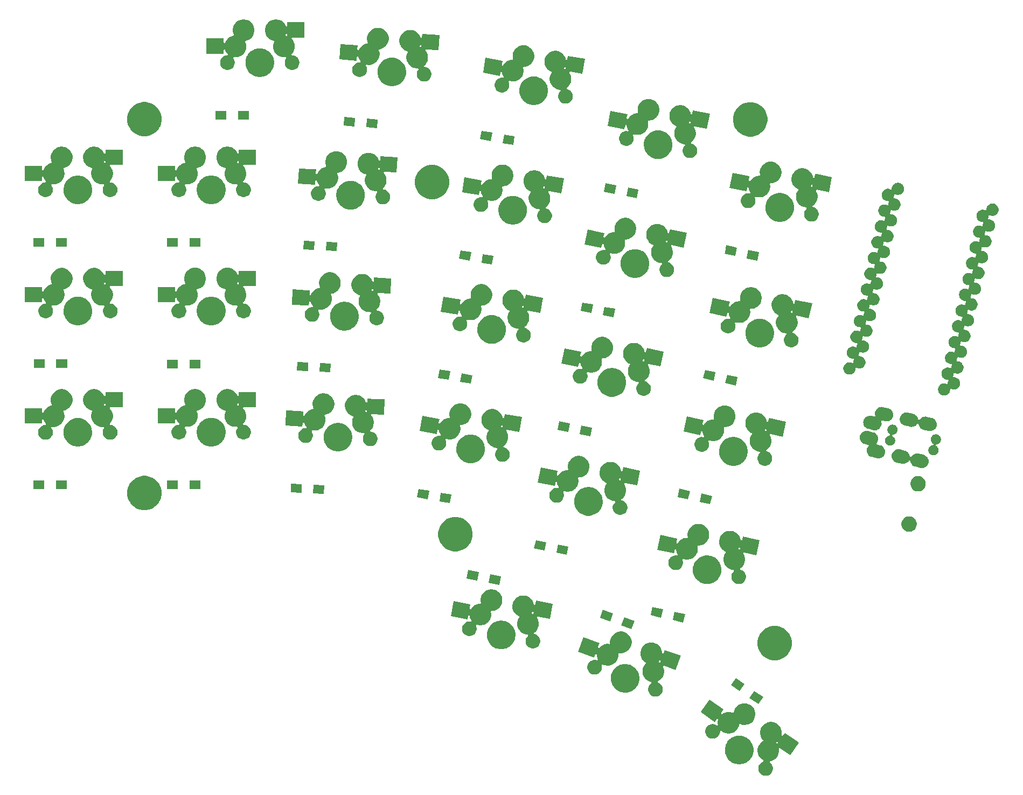
<source format=gbr>
G04 #@! TF.GenerationSoftware,KiCad,Pcbnew,(5.0.2)-1*
G04 #@! TF.CreationDate,2019-01-24T16:51:55+08:00*
G04 #@! TF.ProjectId,52Te_Rev,35325465-5f52-4657-962e-6b696361645f,rev?*
G04 #@! TF.SameCoordinates,Original*
G04 #@! TF.FileFunction,Soldermask,Bot*
G04 #@! TF.FilePolarity,Negative*
%FSLAX46Y46*%
G04 Gerber Fmt 4.6, Leading zero omitted, Abs format (unit mm)*
G04 Created by KiCad (PCBNEW (5.0.2)-1) date 24/01/2019 16:51:55*
%MOMM*%
%LPD*%
G01*
G04 APERTURE LIST*
%ADD10C,0.100000*%
G04 APERTURE END LIST*
D10*
G36*
X276170807Y-208209145D02*
X276280286Y-208230922D01*
X276589666Y-208359071D01*
X276868101Y-208545115D01*
X277104891Y-208781905D01*
X277290935Y-209060340D01*
X277398816Y-209320789D01*
X277419084Y-209369721D01*
X277484414Y-209698155D01*
X277484414Y-210033029D01*
X277444698Y-210232696D01*
X277442296Y-210257082D01*
X277444698Y-210281468D01*
X277451811Y-210304918D01*
X277463362Y-210326528D01*
X277478908Y-210345470D01*
X277497850Y-210361016D01*
X277519461Y-210372567D01*
X277542910Y-210379680D01*
X277567296Y-210382082D01*
X277591682Y-210379680D01*
X277615132Y-210372567D01*
X277636742Y-210361016D01*
X277655684Y-210345470D01*
X277669681Y-210328790D01*
X277978314Y-209888016D01*
X277978315Y-209888016D01*
X280002011Y-211305024D01*
X280190025Y-211436673D01*
X278813442Y-213402638D01*
X278813441Y-213402638D01*
X277307826Y-212348394D01*
X277247345Y-212306045D01*
X277225993Y-212294026D01*
X277202705Y-212286403D01*
X277178377Y-212283470D01*
X277153944Y-212285339D01*
X277130345Y-212291939D01*
X277108488Y-212303016D01*
X277089211Y-212318144D01*
X277073256Y-212336743D01*
X277061236Y-212358097D01*
X277053613Y-212381385D01*
X277050680Y-212405713D01*
X277053052Y-212432826D01*
X277067854Y-212507242D01*
X277067854Y-212842114D01*
X277002524Y-213170551D01*
X276874375Y-213479931D01*
X276688331Y-213758366D01*
X276451541Y-213995156D01*
X276173106Y-214181200D01*
X275863726Y-214309349D01*
X275697242Y-214342465D01*
X275673795Y-214349577D01*
X275652184Y-214361128D01*
X275633242Y-214376674D01*
X275617696Y-214395616D01*
X275606145Y-214417226D01*
X275599032Y-214440676D01*
X275596630Y-214465062D01*
X275599032Y-214489448D01*
X275606145Y-214512897D01*
X275617696Y-214534508D01*
X275633242Y-214553450D01*
X275652183Y-214568995D01*
X275684375Y-214590505D01*
X275844553Y-214750683D01*
X275970409Y-214939040D01*
X276057098Y-215148325D01*
X276101292Y-215370502D01*
X276101292Y-215597034D01*
X276057098Y-215819211D01*
X275970409Y-216028496D01*
X275844553Y-216216853D01*
X275684377Y-216377029D01*
X275496020Y-216502885D01*
X275286735Y-216589574D01*
X275064558Y-216633768D01*
X274838026Y-216633768D01*
X274615849Y-216589574D01*
X274406564Y-216502885D01*
X274218207Y-216377029D01*
X274058031Y-216216853D01*
X273932175Y-216028496D01*
X273845486Y-215819211D01*
X273801292Y-215597034D01*
X273801292Y-215370502D01*
X273845486Y-215148325D01*
X273932175Y-214939040D01*
X274058031Y-214750683D01*
X274218207Y-214590507D01*
X274406562Y-214464652D01*
X274548708Y-214405773D01*
X274570318Y-214394222D01*
X274589261Y-214378676D01*
X274604806Y-214359734D01*
X274616357Y-214338123D01*
X274623470Y-214314674D01*
X274625872Y-214290288D01*
X274623470Y-214265901D01*
X274616357Y-214242452D01*
X274604806Y-214220842D01*
X274589260Y-214201899D01*
X274570318Y-214186354D01*
X274562609Y-214181203D01*
X274562602Y-214181200D01*
X274284167Y-213995156D01*
X274047377Y-213758366D01*
X273861333Y-213479931D01*
X273733184Y-213170551D01*
X273667854Y-212842114D01*
X273667854Y-212507244D01*
X273682657Y-212432826D01*
X273733184Y-212178808D01*
X273842995Y-211913700D01*
X273861333Y-211869427D01*
X274047377Y-211590992D01*
X274198793Y-211439576D01*
X276588691Y-211439576D01*
X276591093Y-211463963D01*
X276598206Y-211487412D01*
X276609757Y-211509023D01*
X276625298Y-211527959D01*
X276640373Y-211543034D01*
X276659309Y-211558575D01*
X276680920Y-211570126D01*
X276704369Y-211577239D01*
X276728755Y-211579641D01*
X276753141Y-211577239D01*
X276776590Y-211570126D01*
X276798201Y-211558575D01*
X276817143Y-211543029D01*
X276831149Y-211526338D01*
X276864215Y-211479115D01*
X276876235Y-211457761D01*
X276883858Y-211434473D01*
X276886791Y-211410145D01*
X276884922Y-211385712D01*
X276878322Y-211362113D01*
X276867245Y-211340256D01*
X276852117Y-211320979D01*
X276833518Y-211305024D01*
X276812164Y-211293004D01*
X276788876Y-211285381D01*
X276764548Y-211282448D01*
X276740115Y-211284317D01*
X276716516Y-211290917D01*
X276692383Y-211303480D01*
X276644235Y-211335651D01*
X276625303Y-211351188D01*
X276609758Y-211370130D01*
X276598206Y-211391741D01*
X276591093Y-211415190D01*
X276588691Y-211439576D01*
X274198793Y-211439576D01*
X274284167Y-211354202D01*
X274508033Y-211204620D01*
X274526965Y-211189082D01*
X274542511Y-211170140D01*
X274554062Y-211148530D01*
X274561175Y-211125080D01*
X274563577Y-211100694D01*
X274561175Y-211076308D01*
X274554062Y-211052859D01*
X274542511Y-211031248D01*
X274526970Y-211012312D01*
X274463937Y-210949279D01*
X274277893Y-210670844D01*
X274149744Y-210361464D01*
X274127967Y-210251985D01*
X274084414Y-210033029D01*
X274084414Y-209698155D01*
X274149744Y-209369721D01*
X274170012Y-209320789D01*
X274277893Y-209060340D01*
X274463937Y-208781905D01*
X274700727Y-208545115D01*
X274979162Y-208359071D01*
X275288542Y-208230922D01*
X275398021Y-208209145D01*
X275616977Y-208165592D01*
X275951851Y-208165592D01*
X276170807Y-208209145D01*
X276170807Y-208209145D01*
G37*
G36*
X271139653Y-210345470D02*
X271446301Y-210406466D01*
X271615910Y-210476720D01*
X271855774Y-210576075D01*
X271855775Y-210576076D01*
X272224292Y-210822311D01*
X272537689Y-211135708D01*
X272681668Y-211351188D01*
X272783925Y-211504226D01*
X272883280Y-211744090D01*
X272935197Y-211869429D01*
X272953534Y-211913700D01*
X273040000Y-212348393D01*
X273040000Y-212791607D01*
X273029953Y-212842116D01*
X272964624Y-213170550D01*
X272953534Y-213226300D01*
X272783925Y-213635774D01*
X272783924Y-213635775D01*
X272537689Y-214004292D01*
X272224292Y-214317689D01*
X271978614Y-214481846D01*
X271855774Y-214563925D01*
X271615910Y-214663280D01*
X271446301Y-214733534D01*
X271228953Y-214776767D01*
X271011607Y-214820000D01*
X270568393Y-214820000D01*
X270351047Y-214776767D01*
X270133699Y-214733534D01*
X269964090Y-214663280D01*
X269724226Y-214563925D01*
X269601386Y-214481846D01*
X269355708Y-214317689D01*
X269042311Y-214004292D01*
X268796076Y-213635775D01*
X268796075Y-213635774D01*
X268626466Y-213226300D01*
X268615377Y-213170550D01*
X268550047Y-212842116D01*
X268540000Y-212791607D01*
X268540000Y-212348393D01*
X268626466Y-211913700D01*
X268644804Y-211869429D01*
X268696720Y-211744090D01*
X268796075Y-211504226D01*
X268898332Y-211351188D01*
X269042311Y-211135708D01*
X269355708Y-210822311D01*
X269724225Y-210576076D01*
X269724226Y-210576075D01*
X269964090Y-210476720D01*
X270133699Y-210406466D01*
X270440347Y-210345470D01*
X270568393Y-210320000D01*
X271011607Y-210320000D01*
X271139653Y-210345470D01*
X271139653Y-210345470D01*
G37*
G36*
X267470808Y-205631349D02*
X268329910Y-206232899D01*
X267997209Y-206708046D01*
X267977291Y-206736491D01*
X267965271Y-206757845D01*
X267957648Y-206781133D01*
X267954715Y-206805461D01*
X267956584Y-206829894D01*
X267963184Y-206853493D01*
X267974261Y-206875350D01*
X267989390Y-206894627D01*
X268007988Y-206910582D01*
X268029342Y-206922602D01*
X268052630Y-206930225D01*
X268076958Y-206933158D01*
X268101391Y-206931289D01*
X268124990Y-206924689D01*
X268149123Y-206912126D01*
X268320663Y-206797507D01*
X268630043Y-206669358D01*
X268757305Y-206644044D01*
X268958478Y-206604028D01*
X269293352Y-206604028D01*
X269424725Y-206630160D01*
X269621787Y-206669358D01*
X269780613Y-206735146D01*
X269804054Y-206742256D01*
X269828440Y-206744658D01*
X269852826Y-206742256D01*
X269876275Y-206735143D01*
X269897886Y-206723592D01*
X269916828Y-206708046D01*
X269932374Y-206689104D01*
X269943925Y-206667494D01*
X269951038Y-206644044D01*
X269988452Y-206455952D01*
X269988452Y-206455951D01*
X270116601Y-206146571D01*
X270302645Y-205868136D01*
X270539435Y-205631346D01*
X270817870Y-205445302D01*
X271127250Y-205317153D01*
X271236729Y-205295376D01*
X271455685Y-205251823D01*
X271790559Y-205251823D01*
X272009515Y-205295376D01*
X272118994Y-205317153D01*
X272428374Y-205445302D01*
X272706809Y-205631346D01*
X272943599Y-205868136D01*
X273129643Y-206146571D01*
X273257792Y-206455951D01*
X273257792Y-206455952D01*
X273323122Y-206784386D01*
X273323122Y-207119260D01*
X273279569Y-207338216D01*
X273257792Y-207447695D01*
X273129643Y-207757075D01*
X272943599Y-208035510D01*
X272706809Y-208272300D01*
X272428374Y-208458344D01*
X272118994Y-208586493D01*
X272009515Y-208608270D01*
X271790559Y-208651823D01*
X271455685Y-208651823D01*
X271324312Y-208625691D01*
X271127250Y-208586493D01*
X270968424Y-208520705D01*
X270944983Y-208513595D01*
X270920597Y-208511193D01*
X270896211Y-208513595D01*
X270872762Y-208520708D01*
X270851151Y-208532259D01*
X270832209Y-208547805D01*
X270816663Y-208566747D01*
X270805112Y-208588357D01*
X270797999Y-208611807D01*
X270760585Y-208799900D01*
X270632436Y-209109280D01*
X270446392Y-209387715D01*
X270209602Y-209624505D01*
X269931167Y-209810549D01*
X269621787Y-209938698D01*
X269512308Y-209960475D01*
X269293352Y-210004028D01*
X268958478Y-210004028D01*
X268739522Y-209960475D01*
X268630043Y-209938698D01*
X268320663Y-209810549D01*
X268042228Y-209624505D01*
X267992090Y-209574367D01*
X267973154Y-209558826D01*
X267951543Y-209547275D01*
X267928094Y-209540162D01*
X267903708Y-209537760D01*
X267879322Y-209540162D01*
X267855873Y-209547275D01*
X267834262Y-209558826D01*
X267815320Y-209574372D01*
X267799774Y-209593314D01*
X267788223Y-209614925D01*
X267781110Y-209638374D01*
X267778708Y-209662760D01*
X267778708Y-209769498D01*
X267734514Y-209991675D01*
X267647825Y-210200960D01*
X267521969Y-210389317D01*
X267361793Y-210549493D01*
X267173436Y-210675349D01*
X266964151Y-210762038D01*
X266741974Y-210806232D01*
X266515442Y-210806232D01*
X266293265Y-210762038D01*
X266083980Y-210675349D01*
X265895623Y-210549493D01*
X265735447Y-210389317D01*
X265609591Y-210200960D01*
X265522902Y-209991675D01*
X265478708Y-209769498D01*
X265478708Y-209542966D01*
X265522902Y-209320789D01*
X265609591Y-209111504D01*
X265735447Y-208923147D01*
X265895623Y-208762971D01*
X266083980Y-208637115D01*
X266293265Y-208550426D01*
X266515442Y-208506232D01*
X266741974Y-208506232D01*
X266964151Y-208550426D01*
X267173436Y-208637115D01*
X267251698Y-208689408D01*
X267273308Y-208700959D01*
X267296758Y-208708072D01*
X267321144Y-208710474D01*
X267345530Y-208708072D01*
X267368979Y-208700959D01*
X267390590Y-208689408D01*
X267409532Y-208673862D01*
X267425078Y-208654920D01*
X267436629Y-208633310D01*
X267443742Y-208609860D01*
X267446144Y-208585474D01*
X267443742Y-208561088D01*
X267425915Y-208471465D01*
X267425915Y-208136591D01*
X267480163Y-207863867D01*
X267482565Y-207839481D01*
X267480163Y-207815095D01*
X267473050Y-207791645D01*
X267461499Y-207770035D01*
X267445953Y-207751093D01*
X267427011Y-207735547D01*
X267405400Y-207723996D01*
X267381951Y-207716883D01*
X267357565Y-207714481D01*
X267333179Y-207716883D01*
X267309729Y-207723996D01*
X267288119Y-207735547D01*
X267269177Y-207751093D01*
X267255179Y-207767774D01*
X266953327Y-208198864D01*
X266953326Y-208198864D01*
X264741616Y-206650207D01*
X264877635Y-206455952D01*
X266118199Y-204684242D01*
X266118200Y-204684242D01*
X267470808Y-205631349D01*
X267470808Y-205631349D01*
G37*
G36*
X274567438Y-204282710D02*
X273793110Y-205388566D01*
X272400552Y-204413486D01*
X273174880Y-203307630D01*
X274567438Y-204282710D01*
X274567438Y-204282710D01*
G37*
G36*
X257360675Y-195738646D02*
X257470154Y-195760423D01*
X257779534Y-195888572D01*
X258057969Y-196074616D01*
X258294759Y-196311406D01*
X258480803Y-196589841D01*
X258608952Y-196899221D01*
X258608952Y-196899222D01*
X258674282Y-197227656D01*
X258674282Y-197307556D01*
X258676684Y-197331942D01*
X258683797Y-197355391D01*
X258695348Y-197377002D01*
X258710894Y-197395944D01*
X258729836Y-197411490D01*
X258751447Y-197423041D01*
X258774896Y-197430154D01*
X258799282Y-197432556D01*
X258823668Y-197430154D01*
X258847117Y-197423041D01*
X258868728Y-197411490D01*
X258887670Y-197395944D01*
X258903216Y-197377002D01*
X258916742Y-197350313D01*
X259099230Y-196848931D01*
X261636400Y-197772385D01*
X260815552Y-200027647D01*
X259016340Y-199372788D01*
X258992611Y-199366707D01*
X258968144Y-199365371D01*
X258943885Y-199368834D01*
X258920769Y-199376964D01*
X258899682Y-199389446D01*
X258881436Y-199405803D01*
X258866732Y-199425405D01*
X258856134Y-199447499D01*
X258850051Y-199471237D01*
X258848715Y-199495704D01*
X258852178Y-199519963D01*
X258858107Y-199538076D01*
X258933630Y-199720405D01*
X258998960Y-200048842D01*
X258998960Y-200383712D01*
X258933630Y-200712149D01*
X258805481Y-201021529D01*
X258619437Y-201299964D01*
X258382647Y-201536754D01*
X258104212Y-201722798D01*
X258058329Y-201741803D01*
X258036726Y-201753350D01*
X258017784Y-201768895D01*
X258002239Y-201787837D01*
X257990687Y-201809448D01*
X257983574Y-201832897D01*
X257981172Y-201857283D01*
X257983574Y-201881670D01*
X257990687Y-201905119D01*
X258002238Y-201926730D01*
X258017783Y-201945672D01*
X258036725Y-201961217D01*
X258058337Y-201972769D01*
X258168367Y-202018345D01*
X258356724Y-202144201D01*
X258516900Y-202304377D01*
X258642756Y-202492734D01*
X258729445Y-202702019D01*
X258773639Y-202924196D01*
X258773639Y-203150728D01*
X258729445Y-203372905D01*
X258642756Y-203582190D01*
X258516900Y-203770547D01*
X258356724Y-203930723D01*
X258168367Y-204056579D01*
X257959082Y-204143268D01*
X257736905Y-204187462D01*
X257510373Y-204187462D01*
X257288196Y-204143268D01*
X257078911Y-204056579D01*
X256890554Y-203930723D01*
X256730378Y-203770547D01*
X256604522Y-203582190D01*
X256517833Y-203372905D01*
X256473639Y-203150728D01*
X256473639Y-202924196D01*
X256517833Y-202702019D01*
X256604522Y-202492734D01*
X256730378Y-202304377D01*
X256890555Y-202144200D01*
X256957775Y-202099285D01*
X256976718Y-202083739D01*
X256992263Y-202064797D01*
X257003814Y-202043186D01*
X257010927Y-202019737D01*
X257013329Y-201995351D01*
X257010927Y-201970964D01*
X257003814Y-201947515D01*
X256992263Y-201925905D01*
X256976717Y-201906962D01*
X256957775Y-201891417D01*
X256936164Y-201879866D01*
X256912716Y-201872753D01*
X256803088Y-201850947D01*
X256493708Y-201722798D01*
X256215273Y-201536754D01*
X255978483Y-201299964D01*
X255792439Y-201021529D01*
X255664290Y-200712149D01*
X255598960Y-200383712D01*
X255598960Y-200048842D01*
X255635388Y-199865708D01*
X255642513Y-199829884D01*
X255664290Y-199720405D01*
X255792439Y-199411025D01*
X255978483Y-199132590D01*
X256085570Y-199025503D01*
X256101111Y-199006567D01*
X256112662Y-198984956D01*
X256119775Y-198961507D01*
X256122177Y-198937121D01*
X256119775Y-198912735D01*
X256112662Y-198889286D01*
X256101111Y-198867675D01*
X256085565Y-198848733D01*
X256066629Y-198833192D01*
X255890595Y-198715570D01*
X255849274Y-198674249D01*
X258151065Y-198674249D01*
X258153467Y-198698635D01*
X258160580Y-198722084D01*
X258172131Y-198743695D01*
X258187677Y-198762637D01*
X258206614Y-198778179D01*
X258227363Y-198792043D01*
X258248966Y-198803590D01*
X258272415Y-198810704D01*
X258296802Y-198813106D01*
X258321188Y-198810704D01*
X258344637Y-198803591D01*
X258366248Y-198792040D01*
X258385190Y-198776495D01*
X258400736Y-198757553D01*
X258414265Y-198730858D01*
X258427764Y-198693771D01*
X258434062Y-198676465D01*
X258440145Y-198652729D01*
X258441481Y-198628261D01*
X258438018Y-198604003D01*
X258429888Y-198580887D01*
X258417405Y-198559800D01*
X258401049Y-198541554D01*
X258381447Y-198526850D01*
X258359352Y-198516252D01*
X258335615Y-198510169D01*
X258311147Y-198508833D01*
X258286889Y-198512296D01*
X258263773Y-198520426D01*
X258242686Y-198532909D01*
X258228219Y-198545320D01*
X258187672Y-198585867D01*
X258172131Y-198604803D01*
X258160580Y-198626414D01*
X258153467Y-198649863D01*
X258151065Y-198674249D01*
X255849274Y-198674249D01*
X255653805Y-198478780D01*
X255467761Y-198200345D01*
X255339612Y-197890965D01*
X255283706Y-197609907D01*
X255274282Y-197562530D01*
X255274282Y-197227656D01*
X255339612Y-196899222D01*
X255339612Y-196899221D01*
X255467761Y-196589841D01*
X255653805Y-196311406D01*
X255890595Y-196074616D01*
X256169030Y-195888572D01*
X256478410Y-195760423D01*
X256587889Y-195738646D01*
X256806845Y-195695093D01*
X257141719Y-195695093D01*
X257360675Y-195738646D01*
X257360675Y-195738646D01*
G37*
G36*
X253506301Y-199136466D02*
X253649128Y-199195627D01*
X253915774Y-199306075D01*
X254038614Y-199388154D01*
X254284292Y-199552311D01*
X254597689Y-199865708D01*
X254619253Y-199897981D01*
X254843925Y-200234226D01*
X254935703Y-200455799D01*
X255013534Y-200643699D01*
X255027227Y-200712538D01*
X255100000Y-201078393D01*
X255100000Y-201521607D01*
X255096987Y-201536754D01*
X255013534Y-201956301D01*
X254997359Y-201995351D01*
X254843925Y-202365774D01*
X254843924Y-202365775D01*
X254597689Y-202734292D01*
X254284292Y-203047689D01*
X254130083Y-203150728D01*
X253915774Y-203293925D01*
X253675910Y-203393280D01*
X253506301Y-203463534D01*
X253071607Y-203550000D01*
X252628393Y-203550000D01*
X252411047Y-203506767D01*
X252193699Y-203463534D01*
X252024090Y-203393280D01*
X251784226Y-203293925D01*
X251569917Y-203150728D01*
X251415708Y-203047689D01*
X251102311Y-202734292D01*
X250856076Y-202365775D01*
X250856075Y-202365774D01*
X250702641Y-201995351D01*
X250686466Y-201956301D01*
X250603013Y-201536754D01*
X250600000Y-201521607D01*
X250600000Y-201078393D01*
X250672773Y-200712538D01*
X250686466Y-200643699D01*
X250764297Y-200455799D01*
X250856075Y-200234226D01*
X251080747Y-199897981D01*
X251102311Y-199865708D01*
X251415708Y-199552311D01*
X251661386Y-199388154D01*
X251784226Y-199306075D01*
X252050872Y-199195627D01*
X252193699Y-199136466D01*
X252628393Y-199050000D01*
X253071607Y-199050000D01*
X253506301Y-199136466D01*
X253506301Y-199136466D01*
G37*
G36*
X271659448Y-202246514D02*
X270885120Y-203352370D01*
X269492562Y-202377290D01*
X270266890Y-201271434D01*
X271659448Y-202246514D01*
X271659448Y-202246514D01*
G37*
G36*
X252587036Y-194001183D02*
X252696515Y-194022960D01*
X253005895Y-194151109D01*
X253284330Y-194337153D01*
X253521120Y-194573943D01*
X253707164Y-194852378D01*
X253835313Y-195161758D01*
X253835313Y-195161759D01*
X253900643Y-195490193D01*
X253900643Y-195825067D01*
X253878916Y-195934294D01*
X253835313Y-196153502D01*
X253707164Y-196462882D01*
X253521120Y-196741317D01*
X253284330Y-196978107D01*
X253005895Y-197164151D01*
X252696515Y-197292300D01*
X252587036Y-197314077D01*
X252368080Y-197357630D01*
X252033206Y-197357630D01*
X251987888Y-197348616D01*
X251963501Y-197346214D01*
X251939115Y-197348616D01*
X251915666Y-197355729D01*
X251894055Y-197367281D01*
X251875113Y-197382826D01*
X251859568Y-197401768D01*
X251848017Y-197423379D01*
X251840904Y-197446828D01*
X251838502Y-197471214D01*
X251838502Y-197777521D01*
X251815936Y-197890965D01*
X251773172Y-198105956D01*
X251645023Y-198415336D01*
X251458979Y-198693771D01*
X251222189Y-198930561D01*
X250943754Y-199116605D01*
X250634374Y-199244754D01*
X250524895Y-199266531D01*
X250305939Y-199310084D01*
X249971065Y-199310084D01*
X249752109Y-199266531D01*
X249642630Y-199244754D01*
X249360700Y-199127975D01*
X249337257Y-199120864D01*
X249312871Y-199118462D01*
X249288485Y-199120864D01*
X249265036Y-199127977D01*
X249243425Y-199139528D01*
X249224483Y-199155074D01*
X249208937Y-199174016D01*
X249197386Y-199195627D01*
X249190273Y-199219076D01*
X249187871Y-199243462D01*
X249190273Y-199267844D01*
X249217714Y-199405803D01*
X249226361Y-199449273D01*
X249226361Y-199675804D01*
X249182167Y-199897981D01*
X249095478Y-200107266D01*
X248969622Y-200295623D01*
X248809446Y-200455799D01*
X248621089Y-200581655D01*
X248411804Y-200668344D01*
X248189627Y-200712538D01*
X247963095Y-200712538D01*
X247740918Y-200668344D01*
X247531633Y-200581655D01*
X247343276Y-200455799D01*
X247183100Y-200295623D01*
X247057244Y-200107266D01*
X246970555Y-199897981D01*
X246926361Y-199675804D01*
X246926361Y-199449272D01*
X246970555Y-199227095D01*
X247057244Y-199017810D01*
X247183100Y-198829453D01*
X247343276Y-198669277D01*
X247531633Y-198543421D01*
X247740918Y-198456732D01*
X247963095Y-198412538D01*
X248189627Y-198412538D01*
X248369715Y-198448360D01*
X248411804Y-198456732D01*
X248419476Y-198459910D01*
X248442922Y-198467023D01*
X248467308Y-198469425D01*
X248491695Y-198467023D01*
X248515144Y-198459911D01*
X248536755Y-198448360D01*
X248555697Y-198432815D01*
X248571243Y-198413873D01*
X248582794Y-198392262D01*
X248589908Y-198368813D01*
X248592310Y-198344427D01*
X248589908Y-198320040D01*
X248582795Y-198296590D01*
X248542928Y-198200343D01*
X248503832Y-198105956D01*
X248461068Y-197890965D01*
X248438502Y-197777521D01*
X248438502Y-197609907D01*
X248436100Y-197585521D01*
X248428987Y-197562072D01*
X248417436Y-197540461D01*
X248401890Y-197521519D01*
X248382948Y-197505973D01*
X248361337Y-197494422D01*
X248337888Y-197487309D01*
X248313502Y-197484907D01*
X248289116Y-197487309D01*
X248265667Y-197494422D01*
X248244056Y-197505973D01*
X248225114Y-197521519D01*
X248209568Y-197540461D01*
X248196043Y-197567149D01*
X248012725Y-198070810D01*
X245475555Y-197147356D01*
X246296403Y-194892094D01*
X248833573Y-195815548D01*
X248628525Y-196378913D01*
X248622444Y-196402643D01*
X248621108Y-196427110D01*
X248624571Y-196451369D01*
X248632701Y-196474485D01*
X248645183Y-196495572D01*
X248661540Y-196513818D01*
X248681142Y-196528522D01*
X248703236Y-196539120D01*
X248726974Y-196545203D01*
X248751441Y-196546539D01*
X248775700Y-196543076D01*
X248798816Y-196534946D01*
X248819903Y-196522464D01*
X248834370Y-196510052D01*
X249054815Y-196289607D01*
X249333250Y-196103563D01*
X249642630Y-195975414D01*
X249752109Y-195953637D01*
X249971065Y-195910084D01*
X250305939Y-195910084D01*
X250351257Y-195919098D01*
X250375644Y-195921500D01*
X250400030Y-195919098D01*
X250423479Y-195911985D01*
X250445090Y-195900433D01*
X250464032Y-195884888D01*
X250479577Y-195865946D01*
X250491128Y-195844335D01*
X250498241Y-195820886D01*
X250500643Y-195796500D01*
X250500643Y-195490193D01*
X250565973Y-195161759D01*
X250565973Y-195161758D01*
X250694122Y-194852378D01*
X250880166Y-194573943D01*
X251116956Y-194337153D01*
X251395391Y-194151109D01*
X251704771Y-194022960D01*
X251814250Y-194001183D01*
X252033206Y-193957630D01*
X252368080Y-193957630D01*
X252587036Y-194001183D01*
X252587036Y-194001183D01*
G37*
G36*
X277147560Y-193173759D02*
X277638928Y-193377290D01*
X277638930Y-193377291D01*
X277724139Y-193434226D01*
X278081153Y-193672775D01*
X278457225Y-194048847D01*
X278457227Y-194048850D01*
X278728417Y-194454714D01*
X278752710Y-194491072D01*
X278956241Y-194982440D01*
X279060000Y-195504072D01*
X279060000Y-196035928D01*
X278956241Y-196557560D01*
X278814720Y-196899222D01*
X278752709Y-197048930D01*
X278563606Y-197331942D01*
X278457225Y-197491153D01*
X278081153Y-197867225D01*
X278081150Y-197867227D01*
X277638930Y-198162709D01*
X277638929Y-198162710D01*
X277638928Y-198162710D01*
X277147560Y-198366241D01*
X276625928Y-198470000D01*
X276094072Y-198470000D01*
X275572440Y-198366241D01*
X275081072Y-198162710D01*
X275081071Y-198162710D01*
X275081070Y-198162709D01*
X274638850Y-197867227D01*
X274638847Y-197867225D01*
X274262775Y-197491153D01*
X274156394Y-197331942D01*
X273967291Y-197048930D01*
X273905280Y-196899222D01*
X273763759Y-196557560D01*
X273660000Y-196035928D01*
X273660000Y-195504072D01*
X273763759Y-194982440D01*
X273967290Y-194491072D01*
X273991584Y-194454714D01*
X274262773Y-194048850D01*
X274262775Y-194048847D01*
X274638847Y-193672775D01*
X274995861Y-193434226D01*
X275081070Y-193377291D01*
X275081072Y-193377290D01*
X275572440Y-193173759D01*
X276094072Y-193070000D01*
X276625928Y-193070000D01*
X277147560Y-193173759D01*
X277147560Y-193173759D01*
G37*
G36*
X233702847Y-192270138D02*
X234036301Y-192336466D01*
X234177947Y-192395138D01*
X234445774Y-192506075D01*
X234568614Y-192588154D01*
X234814292Y-192752311D01*
X235127689Y-193065708D01*
X235291846Y-193311386D01*
X235373925Y-193434226D01*
X235460797Y-193643955D01*
X235532614Y-193817335D01*
X235543534Y-193843700D01*
X235630000Y-194278393D01*
X235630000Y-194721607D01*
X235596088Y-194892094D01*
X235543534Y-195156301D01*
X235541273Y-195161759D01*
X235373925Y-195565774D01*
X235373924Y-195565775D01*
X235127689Y-195934292D01*
X234814292Y-196247689D01*
X234642359Y-196362571D01*
X234445774Y-196493925D01*
X234205910Y-196593280D01*
X234036301Y-196663534D01*
X233601607Y-196750000D01*
X233158393Y-196750000D01*
X232723699Y-196663534D01*
X232554090Y-196593280D01*
X232314226Y-196493925D01*
X232117641Y-196362571D01*
X231945708Y-196247689D01*
X231632311Y-195934292D01*
X231386076Y-195565775D01*
X231386075Y-195565774D01*
X231218727Y-195161759D01*
X231216466Y-195156301D01*
X231163912Y-194892094D01*
X231130000Y-194721607D01*
X231130000Y-194278393D01*
X231216466Y-193843700D01*
X231227387Y-193817335D01*
X231299203Y-193643955D01*
X231386075Y-193434226D01*
X231468154Y-193311386D01*
X231632311Y-193065708D01*
X231945708Y-192752311D01*
X232191386Y-192588154D01*
X232314226Y-192506075D01*
X232582053Y-192395138D01*
X232723699Y-192336466D01*
X233057153Y-192270138D01*
X233158393Y-192250000D01*
X233601607Y-192250000D01*
X233702847Y-192270138D01*
X233702847Y-192270138D01*
G37*
G36*
X237229036Y-188341542D02*
X237338515Y-188363319D01*
X237647895Y-188491468D01*
X237926330Y-188677512D01*
X238163120Y-188914302D01*
X238349164Y-189192737D01*
X238447565Y-189430299D01*
X238477313Y-189502117D01*
X238507860Y-189655687D01*
X238514973Y-189679136D01*
X238526524Y-189700746D01*
X238542070Y-189719689D01*
X238561012Y-189735234D01*
X238582623Y-189746785D01*
X238606072Y-189753898D01*
X238630458Y-189756300D01*
X238654845Y-189753898D01*
X238678294Y-189746785D01*
X238699904Y-189735234D01*
X238718847Y-189719688D01*
X238734392Y-189700746D01*
X238745943Y-189679135D01*
X238753161Y-189655151D01*
X238755850Y-189641319D01*
X238855991Y-189126135D01*
X241506385Y-189641319D01*
X241048443Y-191997225D01*
X239169272Y-191631951D01*
X239144876Y-191629655D01*
X239120500Y-191632163D01*
X239097082Y-191639379D01*
X239075522Y-191651024D01*
X239056648Y-191666652D01*
X239041185Y-191685662D01*
X239029728Y-191707323D01*
X239022718Y-191730803D01*
X239020422Y-191755199D01*
X239022930Y-191779575D01*
X239030146Y-191802993D01*
X239041484Y-191824094D01*
X239111176Y-191928396D01*
X239239325Y-192237776D01*
X239241756Y-192250000D01*
X239304655Y-192566211D01*
X239304655Y-192901085D01*
X239271023Y-193070164D01*
X239239325Y-193229520D01*
X239111176Y-193538900D01*
X238925132Y-193817335D01*
X238688342Y-194054125D01*
X238585608Y-194122769D01*
X238566674Y-194138309D01*
X238551128Y-194157251D01*
X238539577Y-194178862D01*
X238532464Y-194202311D01*
X238530062Y-194226697D01*
X238532464Y-194251083D01*
X238539577Y-194274533D01*
X238551128Y-194296143D01*
X238566674Y-194315085D01*
X238585616Y-194330631D01*
X238607227Y-194342182D01*
X238630674Y-194349295D01*
X238702109Y-194363504D01*
X238911394Y-194450193D01*
X239099751Y-194576049D01*
X239259927Y-194736225D01*
X239385783Y-194924582D01*
X239472472Y-195133867D01*
X239516666Y-195356044D01*
X239516666Y-195582576D01*
X239472472Y-195804753D01*
X239385783Y-196014038D01*
X239259927Y-196202395D01*
X239099751Y-196362571D01*
X238911394Y-196488427D01*
X238702109Y-196575116D01*
X238479932Y-196619310D01*
X238253400Y-196619310D01*
X238031223Y-196575116D01*
X237821938Y-196488427D01*
X237633581Y-196362571D01*
X237473405Y-196202395D01*
X237347549Y-196014038D01*
X237260860Y-195804753D01*
X237216666Y-195582576D01*
X237216666Y-195356044D01*
X237260860Y-195133867D01*
X237347549Y-194924582D01*
X237473405Y-194736225D01*
X237562594Y-194647036D01*
X237578140Y-194628094D01*
X237589691Y-194606483D01*
X237596804Y-194583034D01*
X237599206Y-194558648D01*
X237596804Y-194534262D01*
X237589691Y-194510813D01*
X237578140Y-194489202D01*
X237562594Y-194470260D01*
X237543652Y-194454714D01*
X237522041Y-194443163D01*
X237498592Y-194436050D01*
X237474206Y-194433648D01*
X237437218Y-194433648D01*
X237218262Y-194390095D01*
X237108783Y-194368318D01*
X236799403Y-194240169D01*
X236520968Y-194054125D01*
X236284178Y-193817335D01*
X236098134Y-193538900D01*
X235969985Y-193229520D01*
X235938287Y-193070164D01*
X235904655Y-192901085D01*
X235904655Y-192566211D01*
X235967554Y-192250000D01*
X235969985Y-192237776D01*
X236098134Y-191928396D01*
X236222185Y-191742740D01*
X236233733Y-191721135D01*
X236240846Y-191697686D01*
X236243248Y-191673300D01*
X236240846Y-191648913D01*
X236233733Y-191625464D01*
X236222182Y-191603854D01*
X236206636Y-191584911D01*
X236187694Y-191569366D01*
X236166090Y-191557819D01*
X236037391Y-191504510D01*
X235758956Y-191318466D01*
X235522166Y-191081676D01*
X235506573Y-191058338D01*
X238204050Y-191058338D01*
X238206452Y-191082724D01*
X238213565Y-191106173D01*
X238225117Y-191127784D01*
X238240662Y-191146726D01*
X238259605Y-191162271D01*
X238281204Y-191173817D01*
X238303456Y-191183034D01*
X238326894Y-191190143D01*
X238351280Y-191192545D01*
X238375666Y-191190143D01*
X238399115Y-191183030D01*
X238420726Y-191171479D01*
X238439668Y-191155933D01*
X238455214Y-191136991D01*
X238466765Y-191115381D01*
X238473984Y-191091395D01*
X238475873Y-191081678D01*
X238485628Y-191031489D01*
X238487923Y-191007094D01*
X238485414Y-190982718D01*
X238478199Y-190959300D01*
X238466553Y-190937740D01*
X238450925Y-190918866D01*
X238431916Y-190903404D01*
X238410254Y-190891947D01*
X238386774Y-190884936D01*
X238362378Y-190882641D01*
X238338002Y-190885150D01*
X238314584Y-190892365D01*
X238293024Y-190904011D01*
X238274150Y-190919639D01*
X238258994Y-190938190D01*
X238225116Y-190988892D01*
X238213565Y-191010503D01*
X238206452Y-191033952D01*
X238204050Y-191058338D01*
X235506573Y-191058338D01*
X235336122Y-190803241D01*
X235207973Y-190493861D01*
X235171537Y-190310686D01*
X235142643Y-190165426D01*
X235142643Y-189830552D01*
X235193022Y-189577283D01*
X235207973Y-189502117D01*
X235336122Y-189192737D01*
X235522166Y-188914302D01*
X235758956Y-188677512D01*
X236037391Y-188491468D01*
X236346771Y-188363319D01*
X236456250Y-188341542D01*
X236675206Y-188297989D01*
X237010080Y-188297989D01*
X237229036Y-188341542D01*
X237229036Y-188341542D01*
G37*
G36*
X232242370Y-187372232D02*
X232351849Y-187394009D01*
X232661229Y-187522158D01*
X232939664Y-187708202D01*
X233176454Y-187944992D01*
X233362498Y-188223427D01*
X233490647Y-188532807D01*
X233555977Y-188861244D01*
X233555977Y-189196114D01*
X233490647Y-189524551D01*
X233362498Y-189833931D01*
X233176454Y-190112366D01*
X232939664Y-190349156D01*
X232661229Y-190535200D01*
X232351849Y-190663349D01*
X232242370Y-190685126D01*
X232023414Y-190728679D01*
X231900671Y-190728679D01*
X231876285Y-190731081D01*
X231852836Y-190738194D01*
X231831225Y-190749745D01*
X231812283Y-190765291D01*
X231796737Y-190784233D01*
X231785186Y-190805844D01*
X231778073Y-190829293D01*
X231775671Y-190853679D01*
X231778073Y-190878065D01*
X231824655Y-191112248D01*
X231824655Y-191447122D01*
X231800339Y-191569366D01*
X231759325Y-191775557D01*
X231631176Y-192084937D01*
X231445132Y-192363372D01*
X231208342Y-192600162D01*
X230929907Y-192786206D01*
X230620527Y-192914355D01*
X230522066Y-192933940D01*
X230292092Y-192979685D01*
X229957218Y-192979685D01*
X229727244Y-192933940D01*
X229628783Y-192914355D01*
X229610646Y-192906842D01*
X229587199Y-192899730D01*
X229562813Y-192897328D01*
X229538427Y-192899730D01*
X229514977Y-192906843D01*
X229493367Y-192918394D01*
X229474425Y-192933940D01*
X229458879Y-192952882D01*
X229447328Y-192974493D01*
X229440215Y-192997942D01*
X229437813Y-193022328D01*
X229440215Y-193046714D01*
X229447327Y-193070161D01*
X229499140Y-193195247D01*
X229499140Y-193195249D01*
X229543334Y-193417424D01*
X229543334Y-193643956D01*
X229499140Y-193866133D01*
X229412451Y-194075418D01*
X229286595Y-194263775D01*
X229126419Y-194423951D01*
X228938062Y-194549807D01*
X228728777Y-194636496D01*
X228506600Y-194680690D01*
X228280068Y-194680690D01*
X228057891Y-194636496D01*
X227848606Y-194549807D01*
X227660249Y-194423951D01*
X227500073Y-194263775D01*
X227374217Y-194075418D01*
X227287528Y-193866133D01*
X227243334Y-193643956D01*
X227243334Y-193417424D01*
X227287528Y-193195247D01*
X227374217Y-192985962D01*
X227500073Y-192797605D01*
X227660249Y-192637429D01*
X227848606Y-192511573D01*
X228057891Y-192424884D01*
X228280068Y-192380690D01*
X228506601Y-192380690D01*
X228567160Y-192392736D01*
X228591546Y-192395138D01*
X228615932Y-192392736D01*
X228639381Y-192385623D01*
X228660992Y-192374072D01*
X228679934Y-192358526D01*
X228695480Y-192339584D01*
X228707031Y-192317973D01*
X228714144Y-192294524D01*
X228716546Y-192270138D01*
X228714144Y-192245752D01*
X228707031Y-192222303D01*
X228695484Y-192200700D01*
X228618134Y-192084937D01*
X228489985Y-191775557D01*
X228485936Y-191755199D01*
X228443981Y-191544281D01*
X228436868Y-191520832D01*
X228425317Y-191499221D01*
X228409771Y-191480279D01*
X228390829Y-191464734D01*
X228369218Y-191453183D01*
X228345769Y-191446070D01*
X228321383Y-191443668D01*
X228296996Y-191446070D01*
X228273547Y-191453183D01*
X228251936Y-191464734D01*
X228232994Y-191480280D01*
X228217449Y-191499222D01*
X228205898Y-191520833D01*
X228198680Y-191544815D01*
X228097123Y-192067284D01*
X225446729Y-191552100D01*
X225904671Y-189196194D01*
X228555065Y-189711378D01*
X228438571Y-190310686D01*
X228436275Y-190335082D01*
X228438783Y-190359458D01*
X228445999Y-190382876D01*
X228457644Y-190404436D01*
X228473272Y-190423310D01*
X228492282Y-190438773D01*
X228513943Y-190450230D01*
X228537423Y-190457240D01*
X228561819Y-190459536D01*
X228586195Y-190457028D01*
X228609613Y-190449812D01*
X228631173Y-190438167D01*
X228650047Y-190422539D01*
X228665203Y-190403989D01*
X228804178Y-190195998D01*
X229040968Y-189959208D01*
X229319403Y-189773164D01*
X229628783Y-189645015D01*
X229738262Y-189623238D01*
X229957218Y-189579685D01*
X230079961Y-189579685D01*
X230104347Y-189577283D01*
X230127796Y-189570170D01*
X230149407Y-189558619D01*
X230168349Y-189543073D01*
X230183895Y-189524131D01*
X230195446Y-189502520D01*
X230202559Y-189479071D01*
X230204961Y-189454685D01*
X230202559Y-189430299D01*
X230155977Y-189196116D01*
X230155977Y-188861242D01*
X230221307Y-188532808D01*
X230221307Y-188532807D01*
X230349456Y-188223427D01*
X230535500Y-187944992D01*
X230772290Y-187708202D01*
X231050725Y-187522158D01*
X231360105Y-187394009D01*
X231469584Y-187372232D01*
X231688540Y-187328679D01*
X232023414Y-187328679D01*
X232242370Y-187372232D01*
X232242370Y-187372232D01*
G37*
G36*
X254327556Y-192313511D02*
X253865829Y-193582096D01*
X252268352Y-193000661D01*
X252730079Y-191732076D01*
X254327556Y-192313511D01*
X254327556Y-192313511D01*
G37*
G36*
X262288873Y-191229154D02*
X261996680Y-192547153D01*
X260336977Y-192179206D01*
X260629170Y-190861207D01*
X262288873Y-191229154D01*
X262288873Y-191229154D01*
G37*
G36*
X250991648Y-191099339D02*
X250529921Y-192367924D01*
X248932444Y-191786489D01*
X249394171Y-190517904D01*
X250991648Y-191099339D01*
X250991648Y-191099339D01*
G37*
G36*
X258823023Y-190460794D02*
X258530830Y-191778793D01*
X256871127Y-191410846D01*
X257163320Y-190092847D01*
X258823023Y-190460794D01*
X258823023Y-190460794D01*
G37*
G36*
X233353180Y-185289589D02*
X233095587Y-186614787D01*
X231426820Y-186290411D01*
X231684413Y-184965213D01*
X233353180Y-185289589D01*
X233353180Y-185289589D01*
G37*
G36*
X266198953Y-182043233D02*
X266416301Y-182086466D01*
X266524711Y-182131371D01*
X266825774Y-182256075D01*
X266948614Y-182338154D01*
X267194292Y-182502311D01*
X267507689Y-182815708D01*
X267655699Y-183037221D01*
X267753925Y-183184226D01*
X267853280Y-183424090D01*
X267878895Y-183485930D01*
X267923534Y-183593700D01*
X268010000Y-184028393D01*
X268010000Y-184471607D01*
X267982031Y-184612217D01*
X267923534Y-184906301D01*
X267853280Y-185075910D01*
X267753925Y-185315774D01*
X267753924Y-185315775D01*
X267507689Y-185684292D01*
X267194292Y-185997689D01*
X266948614Y-186161846D01*
X266825774Y-186243925D01*
X266713546Y-186290411D01*
X266416301Y-186413534D01*
X266206233Y-186455319D01*
X265981607Y-186500000D01*
X265538393Y-186500000D01*
X265313767Y-186455319D01*
X265103699Y-186413534D01*
X264806454Y-186290411D01*
X264694226Y-186243925D01*
X264571386Y-186161846D01*
X264325708Y-185997689D01*
X264012311Y-185684292D01*
X263766076Y-185315775D01*
X263766075Y-185315774D01*
X263666720Y-185075910D01*
X263596466Y-184906301D01*
X263537969Y-184612217D01*
X263510000Y-184471607D01*
X263510000Y-184028393D01*
X263596466Y-183593700D01*
X263641106Y-183485930D01*
X263666720Y-183424090D01*
X263766075Y-183184226D01*
X263864301Y-183037221D01*
X264012311Y-182815708D01*
X264325708Y-182502311D01*
X264571386Y-182338154D01*
X264694226Y-182256075D01*
X264995289Y-182131371D01*
X265103699Y-182086466D01*
X265538393Y-182000000D01*
X265981607Y-182000000D01*
X266198953Y-182043233D01*
X266198953Y-182043233D01*
G37*
G36*
X269725699Y-178183726D02*
X269835178Y-178205503D01*
X270144558Y-178333652D01*
X270422993Y-178519696D01*
X270659783Y-178756486D01*
X270845827Y-179034921D01*
X270973976Y-179344301D01*
X270973976Y-179344302D01*
X271013692Y-179543966D01*
X271020805Y-179567416D01*
X271032356Y-179589026D01*
X271047902Y-179607968D01*
X271066844Y-179623514D01*
X271088455Y-179635065D01*
X271111904Y-179642178D01*
X271136290Y-179644580D01*
X271160676Y-179642178D01*
X271184126Y-179635065D01*
X271205736Y-179623514D01*
X271224678Y-179607968D01*
X271240224Y-179589026D01*
X271251775Y-179567415D01*
X271258327Y-179546635D01*
X271258488Y-179545910D01*
X271374786Y-179021321D01*
X274010785Y-179605708D01*
X273491330Y-181948819D01*
X271624798Y-181535019D01*
X271600470Y-181532086D01*
X271576037Y-181533955D01*
X271552438Y-181540555D01*
X271530581Y-181551632D01*
X271511304Y-181566761D01*
X271495349Y-181585359D01*
X271483329Y-181606713D01*
X271475706Y-181630001D01*
X271472773Y-181654329D01*
X271474642Y-181678762D01*
X271481242Y-181702361D01*
X271493804Y-181726493D01*
X271535965Y-181789591D01*
X271664114Y-182098971D01*
X271670559Y-182131371D01*
X271729444Y-182427406D01*
X271729444Y-182762280D01*
X271718817Y-182815706D01*
X271664114Y-183090715D01*
X271535965Y-183400095D01*
X271349921Y-183678530D01*
X271113131Y-183915320D01*
X270971988Y-184009629D01*
X270953054Y-184025168D01*
X270937508Y-184044110D01*
X270925957Y-184065721D01*
X270918844Y-184089170D01*
X270916442Y-184113556D01*
X270918844Y-184137942D01*
X270925957Y-184161391D01*
X270937508Y-184183002D01*
X270953054Y-184201944D01*
X270971996Y-184217490D01*
X270993607Y-184229041D01*
X271017054Y-184236154D01*
X271055027Y-184243707D01*
X271264312Y-184330396D01*
X271452669Y-184456252D01*
X271612845Y-184616428D01*
X271738701Y-184804785D01*
X271825390Y-185014070D01*
X271869584Y-185236247D01*
X271869584Y-185462779D01*
X271825390Y-185684956D01*
X271738701Y-185894241D01*
X271612845Y-186082598D01*
X271452669Y-186242774D01*
X271264312Y-186368630D01*
X271055027Y-186455319D01*
X270832850Y-186499513D01*
X270606318Y-186499513D01*
X270384141Y-186455319D01*
X270174856Y-186368630D01*
X269986499Y-186242774D01*
X269826323Y-186082598D01*
X269700467Y-185894241D01*
X269613778Y-185684956D01*
X269569584Y-185462779D01*
X269569584Y-185236247D01*
X269613778Y-185014070D01*
X269700467Y-184804785D01*
X269826323Y-184616428D01*
X269935111Y-184507640D01*
X269950657Y-184488698D01*
X269962208Y-184467087D01*
X269969321Y-184443638D01*
X269971723Y-184419252D01*
X269969321Y-184394866D01*
X269962208Y-184371417D01*
X269950657Y-184349806D01*
X269935111Y-184330864D01*
X269916169Y-184315318D01*
X269894558Y-184303767D01*
X269871110Y-184296654D01*
X269533572Y-184229513D01*
X269504546Y-184217490D01*
X269224192Y-184101364D01*
X268945757Y-183915320D01*
X268708967Y-183678530D01*
X268522923Y-183400095D01*
X268394774Y-183090715D01*
X268340071Y-182815706D01*
X268329444Y-182762280D01*
X268329444Y-182427406D01*
X268388329Y-182131371D01*
X268394774Y-182098971D01*
X268522923Y-181789591D01*
X268672508Y-181565721D01*
X268684052Y-181544124D01*
X268691165Y-181520674D01*
X268693567Y-181496288D01*
X268691165Y-181471902D01*
X268684052Y-181448453D01*
X268672501Y-181426842D01*
X268656955Y-181407900D01*
X268638013Y-181392354D01*
X268616411Y-181380807D01*
X268534054Y-181346694D01*
X268255619Y-181160650D01*
X268033697Y-180938728D01*
X270675183Y-180938728D01*
X270677585Y-180963114D01*
X270684698Y-180986563D01*
X270696249Y-181008174D01*
X270711794Y-181027116D01*
X270730736Y-181042661D01*
X270752338Y-181054208D01*
X270772038Y-181062368D01*
X270795476Y-181069479D01*
X270819863Y-181071881D01*
X270844249Y-181069480D01*
X270867698Y-181062367D01*
X270889309Y-181050816D01*
X270908252Y-181035271D01*
X270923797Y-181016329D01*
X270935349Y-180994719D01*
X270941902Y-180973935D01*
X270954379Y-180917653D01*
X270957312Y-180893325D01*
X270955443Y-180868892D01*
X270948843Y-180845293D01*
X270937765Y-180823436D01*
X270922637Y-180804159D01*
X270904038Y-180788204D01*
X270882685Y-180776185D01*
X270859396Y-180768562D01*
X270835068Y-180765629D01*
X270810635Y-180767498D01*
X270787036Y-180774098D01*
X270765179Y-180785176D01*
X270745902Y-180800304D01*
X270728415Y-180821145D01*
X270696244Y-180869292D01*
X270684698Y-180890892D01*
X270677585Y-180914341D01*
X270675183Y-180938728D01*
X268033697Y-180938728D01*
X268018829Y-180923860D01*
X267832785Y-180645425D01*
X267704636Y-180336045D01*
X267655484Y-180088943D01*
X267639306Y-180007610D01*
X267639306Y-179672736D01*
X267704636Y-179344302D01*
X267704636Y-179344301D01*
X267832785Y-179034921D01*
X268018829Y-178756486D01*
X268255619Y-178519696D01*
X268534054Y-178333652D01*
X268843434Y-178205503D01*
X268952913Y-178183726D01*
X269171869Y-178140173D01*
X269506743Y-178140173D01*
X269725699Y-178183726D01*
X269725699Y-178183726D01*
G37*
G36*
X229868404Y-184612217D02*
X229610811Y-185937415D01*
X227942044Y-185613039D01*
X228199637Y-184287841D01*
X229868404Y-184612217D01*
X229868404Y-184612217D01*
G37*
G36*
X264766114Y-177084213D02*
X264875593Y-177105990D01*
X265184973Y-177234139D01*
X265463408Y-177420183D01*
X265700198Y-177656973D01*
X265886242Y-177935408D01*
X266002817Y-178216846D01*
X266014391Y-178244789D01*
X266079721Y-178573223D01*
X266079721Y-178908097D01*
X266037457Y-179120573D01*
X266014391Y-179236532D01*
X265886242Y-179545912D01*
X265700198Y-179824347D01*
X265463408Y-180061137D01*
X265184973Y-180247181D01*
X264875593Y-180375330D01*
X264766114Y-180397107D01*
X264547158Y-180440660D01*
X264375253Y-180440660D01*
X264350867Y-180443062D01*
X264327418Y-180450175D01*
X264305807Y-180461726D01*
X264286865Y-180477272D01*
X264271319Y-180496214D01*
X264259768Y-180517825D01*
X264252655Y-180541274D01*
X264250253Y-180565660D01*
X264252655Y-180590047D01*
X264290069Y-180778137D01*
X264290069Y-181113010D01*
X264261578Y-181256241D01*
X264224739Y-181441445D01*
X264096590Y-181750825D01*
X263910546Y-182029260D01*
X263673756Y-182266050D01*
X263395321Y-182452094D01*
X263085941Y-182580243D01*
X262990889Y-182599150D01*
X262757506Y-182645573D01*
X262422632Y-182645573D01*
X262189249Y-182599150D01*
X262094197Y-182580243D01*
X262028693Y-182553110D01*
X262005246Y-182545998D01*
X261980860Y-182543596D01*
X261956474Y-182545998D01*
X261933024Y-182553111D01*
X261911414Y-182564662D01*
X261892472Y-182580208D01*
X261876926Y-182599150D01*
X261865375Y-182620761D01*
X261858262Y-182644210D01*
X261855860Y-182668596D01*
X261858262Y-182692982D01*
X261865375Y-182716431D01*
X261906222Y-182815044D01*
X261950416Y-183037221D01*
X261950416Y-183263753D01*
X261906222Y-183485930D01*
X261819533Y-183695215D01*
X261693677Y-183883572D01*
X261533501Y-184043748D01*
X261345144Y-184169604D01*
X261135859Y-184256293D01*
X260913682Y-184300487D01*
X260687150Y-184300487D01*
X260464973Y-184256293D01*
X260255688Y-184169604D01*
X260067331Y-184043748D01*
X259907155Y-183883572D01*
X259781299Y-183695215D01*
X259694610Y-183485930D01*
X259650416Y-183263753D01*
X259650416Y-183037221D01*
X259694610Y-182815044D01*
X259781299Y-182605759D01*
X259907155Y-182417402D01*
X260067331Y-182257226D01*
X260255688Y-182131370D01*
X260464973Y-182044681D01*
X260687150Y-182000487D01*
X260913681Y-182000487D01*
X261005999Y-182018850D01*
X261030384Y-182021252D01*
X261054770Y-182018850D01*
X261078219Y-182011737D01*
X261099830Y-182000186D01*
X261118772Y-181984641D01*
X261134317Y-181965699D01*
X261145869Y-181944088D01*
X261152982Y-181920639D01*
X261155384Y-181896252D01*
X261152982Y-181871866D01*
X261145869Y-181848417D01*
X261134323Y-181826815D01*
X261083548Y-181750825D01*
X260955399Y-181441445D01*
X260901150Y-181168718D01*
X260894038Y-181145271D01*
X260882487Y-181123660D01*
X260866941Y-181104718D01*
X260847999Y-181089172D01*
X260826389Y-181077621D01*
X260802939Y-181070508D01*
X260778553Y-181068106D01*
X260754167Y-181070508D01*
X260730718Y-181077621D01*
X260709107Y-181089172D01*
X260690165Y-181104718D01*
X260674619Y-181123660D01*
X260663068Y-181145270D01*
X260656516Y-181166051D01*
X260595462Y-181441445D01*
X260542614Y-181679828D01*
X257906615Y-181095441D01*
X258426070Y-178752330D01*
X261062069Y-179336717D01*
X260929008Y-179936918D01*
X260926075Y-179961246D01*
X260927944Y-179985679D01*
X260934544Y-180009278D01*
X260945621Y-180031135D01*
X260960750Y-180050412D01*
X260979348Y-180066367D01*
X261000702Y-180078387D01*
X261023990Y-180086010D01*
X261048318Y-180088943D01*
X261072751Y-180087074D01*
X261096350Y-180080474D01*
X261118207Y-180069397D01*
X261137484Y-180054268D01*
X261154972Y-180033428D01*
X261269592Y-179861886D01*
X261506382Y-179625096D01*
X261784817Y-179439052D01*
X262094197Y-179310903D01*
X262203676Y-179289126D01*
X262422632Y-179245573D01*
X262594537Y-179245573D01*
X262618923Y-179243171D01*
X262642372Y-179236058D01*
X262663983Y-179224507D01*
X262682925Y-179208961D01*
X262698471Y-179190019D01*
X262710022Y-179168408D01*
X262717135Y-179144959D01*
X262719537Y-179120573D01*
X262717135Y-179096186D01*
X262679721Y-178908096D01*
X262679721Y-178573223D01*
X262745051Y-178244789D01*
X262756625Y-178216846D01*
X262873200Y-177935408D01*
X263059244Y-177656973D01*
X263296034Y-177420183D01*
X263574469Y-177234139D01*
X263883849Y-177105990D01*
X263993328Y-177084213D01*
X264212284Y-177040660D01*
X264547158Y-177040660D01*
X264766114Y-177084213D01*
X264766114Y-177084213D01*
G37*
G36*
X243975568Y-180588275D02*
X243717975Y-181913473D01*
X242049208Y-181589097D01*
X242306801Y-180263899D01*
X243975568Y-180588275D01*
X243975568Y-180588275D01*
G37*
G36*
X226977560Y-176063759D02*
X227468928Y-176267290D01*
X227468930Y-176267291D01*
X227809047Y-176494550D01*
X227911153Y-176562775D01*
X228287225Y-176938847D01*
X228582710Y-177381072D01*
X228786241Y-177872440D01*
X228890000Y-178394072D01*
X228890000Y-178925928D01*
X228786241Y-179447560D01*
X228582710Y-179938928D01*
X228582709Y-179938930D01*
X228448144Y-180140321D01*
X228287225Y-180381153D01*
X227911153Y-180757225D01*
X227911150Y-180757227D01*
X227468930Y-181052709D01*
X227468929Y-181052710D01*
X227468928Y-181052710D01*
X226977560Y-181256241D01*
X226455928Y-181360000D01*
X225924072Y-181360000D01*
X225402440Y-181256241D01*
X224911072Y-181052710D01*
X224911071Y-181052710D01*
X224911070Y-181052709D01*
X224468850Y-180757227D01*
X224468847Y-180757225D01*
X224092775Y-180381153D01*
X223931856Y-180140321D01*
X223797291Y-179938930D01*
X223797290Y-179938928D01*
X223593759Y-179447560D01*
X223490000Y-178925928D01*
X223490000Y-178394072D01*
X223593759Y-177872440D01*
X223797290Y-177381072D01*
X224092775Y-176938847D01*
X224468847Y-176562775D01*
X224570953Y-176494550D01*
X224911070Y-176267291D01*
X224911072Y-176267290D01*
X225402440Y-176063759D01*
X225924072Y-175960000D01*
X226455928Y-175960000D01*
X226977560Y-176063759D01*
X226977560Y-176063759D01*
G37*
G36*
X240490792Y-179910903D02*
X240233199Y-181236101D01*
X238564432Y-180911725D01*
X238822025Y-179586527D01*
X240490792Y-179910903D01*
X240490792Y-179910903D01*
G37*
G36*
X297846597Y-175909077D02*
X298064983Y-175999535D01*
X298261529Y-176130863D01*
X298428670Y-176298004D01*
X298559998Y-176494550D01*
X298650456Y-176712936D01*
X298696571Y-176944771D01*
X298696571Y-177181153D01*
X298650456Y-177412988D01*
X298559998Y-177631374D01*
X298428670Y-177827920D01*
X298261529Y-177995061D01*
X298064983Y-178126389D01*
X297846597Y-178216847D01*
X297614762Y-178262962D01*
X297378380Y-178262962D01*
X297146545Y-178216847D01*
X296928159Y-178126389D01*
X296731613Y-177995061D01*
X296564472Y-177827920D01*
X296433144Y-177631374D01*
X296342686Y-177412988D01*
X296296571Y-177181153D01*
X296296571Y-176944771D01*
X296342686Y-176712936D01*
X296433144Y-176494550D01*
X296564472Y-176298004D01*
X296731613Y-176130863D01*
X296928159Y-175999535D01*
X297146545Y-175909077D01*
X297378380Y-175862962D01*
X297614762Y-175862962D01*
X297846597Y-175909077D01*
X297846597Y-175909077D01*
G37*
G36*
X247528953Y-171303233D02*
X247746301Y-171346466D01*
X247887947Y-171405138D01*
X248155774Y-171516075D01*
X248258927Y-171585000D01*
X248524292Y-171762311D01*
X248837689Y-172075708D01*
X248968317Y-172271207D01*
X249083925Y-172444226D01*
X249088772Y-172455928D01*
X249242614Y-172827335D01*
X249253534Y-172853700D01*
X249315281Y-173164120D01*
X249340000Y-173288394D01*
X249340000Y-173731606D01*
X249253534Y-174166301D01*
X249203445Y-174287227D01*
X249083925Y-174575774D01*
X249083924Y-174575775D01*
X248837689Y-174944292D01*
X248524292Y-175257689D01*
X248352359Y-175372571D01*
X248155774Y-175503925D01*
X247959761Y-175585116D01*
X247746301Y-175673534D01*
X247311607Y-175760000D01*
X246868393Y-175760000D01*
X246433699Y-175673534D01*
X246220239Y-175585116D01*
X246024226Y-175503925D01*
X245827641Y-175372571D01*
X245655708Y-175257689D01*
X245342311Y-174944292D01*
X245096076Y-174575775D01*
X245096075Y-174575774D01*
X244976555Y-174287227D01*
X244926466Y-174166301D01*
X244840000Y-173731606D01*
X244840000Y-173288394D01*
X244864720Y-173164120D01*
X244926466Y-172853700D01*
X244937387Y-172827335D01*
X245091228Y-172455928D01*
X245096075Y-172444226D01*
X245211683Y-172271207D01*
X245342311Y-172075708D01*
X245655708Y-171762311D01*
X245921073Y-171585000D01*
X246024226Y-171516075D01*
X246292053Y-171405138D01*
X246433699Y-171346466D01*
X246651047Y-171303233D01*
X246868393Y-171260000D01*
X247311607Y-171260000D01*
X247528953Y-171303233D01*
X247528953Y-171303233D01*
G37*
G36*
X250939036Y-167351542D02*
X251048515Y-167373319D01*
X251357895Y-167501468D01*
X251636330Y-167687512D01*
X251873120Y-167924302D01*
X252059164Y-168202737D01*
X252167666Y-168464686D01*
X252187313Y-168512117D01*
X252217860Y-168665687D01*
X252224973Y-168689136D01*
X252236524Y-168710746D01*
X252252070Y-168729689D01*
X252271012Y-168745234D01*
X252292623Y-168756785D01*
X252316072Y-168763898D01*
X252340458Y-168766300D01*
X252364845Y-168763898D01*
X252388294Y-168756785D01*
X252409904Y-168745234D01*
X252428847Y-168729688D01*
X252444392Y-168710746D01*
X252455943Y-168689135D01*
X252463161Y-168665151D01*
X252465850Y-168651319D01*
X252565991Y-168136135D01*
X255216385Y-168651319D01*
X254758443Y-171007225D01*
X252879272Y-170641951D01*
X252854876Y-170639655D01*
X252830500Y-170642163D01*
X252807082Y-170649379D01*
X252785522Y-170661024D01*
X252766648Y-170676652D01*
X252751185Y-170695662D01*
X252739728Y-170717323D01*
X252732718Y-170740803D01*
X252730422Y-170765199D01*
X252732930Y-170789575D01*
X252740146Y-170812993D01*
X252751484Y-170834094D01*
X252821176Y-170938396D01*
X252949325Y-171247776D01*
X252951756Y-171260000D01*
X253014655Y-171576211D01*
X253014655Y-171911085D01*
X253004352Y-171962882D01*
X252949325Y-172239520D01*
X252821176Y-172548900D01*
X252635132Y-172827335D01*
X252398342Y-173064125D01*
X252295608Y-173132769D01*
X252276674Y-173148309D01*
X252261128Y-173167251D01*
X252249577Y-173188862D01*
X252242464Y-173212311D01*
X252240062Y-173236697D01*
X252242464Y-173261083D01*
X252249577Y-173284533D01*
X252261128Y-173306143D01*
X252276674Y-173325085D01*
X252295616Y-173340631D01*
X252317227Y-173352182D01*
X252340674Y-173359295D01*
X252412109Y-173373504D01*
X252621394Y-173460193D01*
X252809751Y-173586049D01*
X252969927Y-173746225D01*
X253095783Y-173934582D01*
X253182472Y-174143867D01*
X253226666Y-174366044D01*
X253226666Y-174592576D01*
X253182472Y-174814753D01*
X253095783Y-175024038D01*
X252969927Y-175212395D01*
X252809751Y-175372571D01*
X252621394Y-175498427D01*
X252412109Y-175585116D01*
X252189932Y-175629310D01*
X251963400Y-175629310D01*
X251741223Y-175585116D01*
X251531938Y-175498427D01*
X251343581Y-175372571D01*
X251183405Y-175212395D01*
X251057549Y-175024038D01*
X250970860Y-174814753D01*
X250926666Y-174592576D01*
X250926666Y-174366044D01*
X250970860Y-174143867D01*
X251057549Y-173934582D01*
X251183405Y-173746225D01*
X251272594Y-173657036D01*
X251288140Y-173638094D01*
X251299691Y-173616483D01*
X251306804Y-173593034D01*
X251309206Y-173568648D01*
X251306804Y-173544262D01*
X251299691Y-173520813D01*
X251288140Y-173499202D01*
X251272594Y-173480260D01*
X251253652Y-173464714D01*
X251232041Y-173453163D01*
X251208592Y-173446050D01*
X251184206Y-173443648D01*
X251147218Y-173443648D01*
X250928262Y-173400095D01*
X250818783Y-173378318D01*
X250509403Y-173250169D01*
X250230968Y-173064125D01*
X249994178Y-172827335D01*
X249808134Y-172548900D01*
X249679985Y-172239520D01*
X249624958Y-171962882D01*
X249614655Y-171911085D01*
X249614655Y-171576211D01*
X249677554Y-171260000D01*
X249679985Y-171247776D01*
X249808134Y-170938396D01*
X249932185Y-170752740D01*
X249943733Y-170731135D01*
X249950846Y-170707686D01*
X249953248Y-170683300D01*
X249950846Y-170658913D01*
X249943733Y-170635464D01*
X249932182Y-170613854D01*
X249916636Y-170594911D01*
X249897694Y-170579366D01*
X249876090Y-170567819D01*
X249747391Y-170514510D01*
X249468956Y-170328466D01*
X249232166Y-170091676D01*
X249216573Y-170068338D01*
X251914050Y-170068338D01*
X251916452Y-170092724D01*
X251923565Y-170116173D01*
X251935117Y-170137784D01*
X251950662Y-170156726D01*
X251969605Y-170172271D01*
X251991204Y-170183817D01*
X252013456Y-170193034D01*
X252036894Y-170200143D01*
X252061280Y-170202545D01*
X252085666Y-170200143D01*
X252109115Y-170193030D01*
X252130726Y-170181479D01*
X252149668Y-170165933D01*
X252165214Y-170146991D01*
X252176765Y-170125381D01*
X252183984Y-170101395D01*
X252185660Y-170092775D01*
X252195628Y-170041489D01*
X252197923Y-170017094D01*
X252195414Y-169992718D01*
X252188199Y-169969300D01*
X252176553Y-169947740D01*
X252160925Y-169928866D01*
X252141916Y-169913404D01*
X252120254Y-169901947D01*
X252096774Y-169894936D01*
X252072378Y-169892641D01*
X252048002Y-169895150D01*
X252024584Y-169902365D01*
X252003024Y-169914011D01*
X251984150Y-169929639D01*
X251968994Y-169948190D01*
X251935116Y-169998892D01*
X251923565Y-170020503D01*
X251916452Y-170043952D01*
X251914050Y-170068338D01*
X249216573Y-170068338D01*
X249046122Y-169813241D01*
X248917973Y-169503861D01*
X248881538Y-169320688D01*
X248852643Y-169175426D01*
X248852643Y-168840552D01*
X248917973Y-168512118D01*
X248937620Y-168464686D01*
X249046122Y-168202737D01*
X249232166Y-167924302D01*
X249468956Y-167687512D01*
X249747391Y-167501468D01*
X250056771Y-167373319D01*
X250166250Y-167351542D01*
X250385206Y-167307989D01*
X250720080Y-167307989D01*
X250939036Y-167351542D01*
X250939036Y-167351542D01*
G37*
G36*
X178107560Y-169593759D02*
X178598928Y-169797290D01*
X178598930Y-169797291D01*
X178967629Y-170043648D01*
X179041153Y-170092775D01*
X179417225Y-170468847D01*
X179417227Y-170468850D01*
X179662034Y-170835229D01*
X179712710Y-170911072D01*
X179916241Y-171402440D01*
X180020000Y-171924072D01*
X180020000Y-172455928D01*
X179916241Y-172977560D01*
X179758121Y-173359295D01*
X179712709Y-173468930D01*
X179564534Y-173690690D01*
X179417225Y-173911153D01*
X179041153Y-174287225D01*
X179041150Y-174287227D01*
X178598930Y-174582709D01*
X178598929Y-174582710D01*
X178598928Y-174582710D01*
X178107560Y-174786241D01*
X177585928Y-174890000D01*
X177054072Y-174890000D01*
X176532440Y-174786241D01*
X176041072Y-174582710D01*
X176041071Y-174582710D01*
X176041070Y-174582709D01*
X175598850Y-174287227D01*
X175598847Y-174287225D01*
X175222775Y-173911153D01*
X175075466Y-173690690D01*
X174927291Y-173468930D01*
X174881879Y-173359295D01*
X174723759Y-172977560D01*
X174620000Y-172455928D01*
X174620000Y-171924072D01*
X174723759Y-171402440D01*
X174927290Y-170911072D01*
X174977967Y-170835229D01*
X175222773Y-170468850D01*
X175222775Y-170468847D01*
X175598847Y-170092775D01*
X175672371Y-170043648D01*
X176041070Y-169797291D01*
X176041072Y-169797290D01*
X176532440Y-169593759D01*
X177054072Y-169490000D01*
X177585928Y-169490000D01*
X178107560Y-169593759D01*
X178107560Y-169593759D01*
G37*
G36*
X266538873Y-172639154D02*
X266246680Y-173957153D01*
X264586977Y-173589206D01*
X264879170Y-172271207D01*
X266538873Y-172639154D01*
X266538873Y-172639154D01*
G37*
G36*
X225582333Y-172451082D02*
X225347908Y-173780572D01*
X223673735Y-173485370D01*
X223908160Y-172155880D01*
X225582333Y-172451082D01*
X225582333Y-172451082D01*
G37*
G36*
X245934048Y-166378588D02*
X246061848Y-166404009D01*
X246371228Y-166532158D01*
X246649663Y-166718202D01*
X246886453Y-166954992D01*
X247072497Y-167233427D01*
X247200646Y-167542807D01*
X247211284Y-167596288D01*
X247265976Y-167871242D01*
X247265976Y-168206116D01*
X247258918Y-168241598D01*
X247200646Y-168534551D01*
X247072497Y-168843931D01*
X246886453Y-169122366D01*
X246649663Y-169359156D01*
X246371228Y-169545200D01*
X246061848Y-169673349D01*
X245952369Y-169695126D01*
X245733413Y-169738679D01*
X245610671Y-169738679D01*
X245586285Y-169741081D01*
X245562836Y-169748194D01*
X245541225Y-169759745D01*
X245522283Y-169775291D01*
X245506737Y-169794233D01*
X245495186Y-169815844D01*
X245488073Y-169839293D01*
X245485671Y-169863679D01*
X245488073Y-169888065D01*
X245534655Y-170122249D01*
X245534655Y-170457123D01*
X245498347Y-170639655D01*
X245469325Y-170785558D01*
X245341176Y-171094938D01*
X245155132Y-171373373D01*
X244918342Y-171610163D01*
X244639907Y-171796207D01*
X244330527Y-171924356D01*
X244232071Y-171943940D01*
X244002092Y-171989686D01*
X243667218Y-171989686D01*
X243437239Y-171943940D01*
X243338783Y-171924356D01*
X243320646Y-171916844D01*
X243297202Y-171909731D01*
X243272815Y-171907329D01*
X243248429Y-171909731D01*
X243224980Y-171916844D01*
X243203369Y-171928395D01*
X243184427Y-171943940D01*
X243168881Y-171962882D01*
X243157330Y-171984492D01*
X243150216Y-172007941D01*
X243147814Y-172032328D01*
X243150216Y-172056714D01*
X243157329Y-172080164D01*
X243209140Y-172205247D01*
X243253334Y-172427424D01*
X243253334Y-172653956D01*
X243209140Y-172876133D01*
X243122451Y-173085418D01*
X242996595Y-173273775D01*
X242836419Y-173433951D01*
X242648062Y-173559807D01*
X242438777Y-173646496D01*
X242216600Y-173690690D01*
X241990068Y-173690690D01*
X241767891Y-173646496D01*
X241558606Y-173559807D01*
X241370249Y-173433951D01*
X241210073Y-173273775D01*
X241084217Y-173085418D01*
X240997528Y-172876133D01*
X240953334Y-172653956D01*
X240953334Y-172427424D01*
X240997528Y-172205247D01*
X241084217Y-171995962D01*
X241210073Y-171807605D01*
X241370249Y-171647429D01*
X241558606Y-171521573D01*
X241767891Y-171434884D01*
X241990068Y-171390690D01*
X242216601Y-171390690D01*
X242277160Y-171402736D01*
X242301546Y-171405138D01*
X242325932Y-171402736D01*
X242349381Y-171395623D01*
X242370992Y-171384072D01*
X242389934Y-171368526D01*
X242405480Y-171349584D01*
X242417031Y-171327973D01*
X242424144Y-171304524D01*
X242426546Y-171280138D01*
X242424144Y-171255752D01*
X242417031Y-171232303D01*
X242405490Y-171210709D01*
X242328134Y-171094938D01*
X242199985Y-170785558D01*
X242170963Y-170639655D01*
X242153981Y-170554281D01*
X242146868Y-170530832D01*
X242135317Y-170509222D01*
X242119771Y-170490279D01*
X242100829Y-170474734D01*
X242079218Y-170463183D01*
X242055769Y-170456070D01*
X242031383Y-170453668D01*
X242006996Y-170456070D01*
X241983547Y-170463183D01*
X241961937Y-170474734D01*
X241942994Y-170490280D01*
X241927449Y-170509222D01*
X241915898Y-170530833D01*
X241908680Y-170554815D01*
X241877092Y-170717323D01*
X241807123Y-171077284D01*
X239156729Y-170562100D01*
X239614671Y-168206194D01*
X242265065Y-168721378D01*
X242148571Y-169320688D01*
X242146275Y-169345084D01*
X242148783Y-169369460D01*
X242155999Y-169392878D01*
X242167644Y-169414438D01*
X242183272Y-169433312D01*
X242202282Y-169448775D01*
X242223943Y-169460232D01*
X242247423Y-169467242D01*
X242271819Y-169469538D01*
X242296195Y-169467030D01*
X242319613Y-169459814D01*
X242341173Y-169448169D01*
X242360047Y-169432541D01*
X242375199Y-169413996D01*
X242514178Y-169205999D01*
X242750968Y-168969209D01*
X243029403Y-168783165D01*
X243338783Y-168655016D01*
X243448262Y-168633239D01*
X243667218Y-168589686D01*
X243789960Y-168589686D01*
X243814346Y-168587284D01*
X243837795Y-168580171D01*
X243859406Y-168568620D01*
X243878348Y-168553074D01*
X243893894Y-168534132D01*
X243905445Y-168512521D01*
X243912558Y-168489072D01*
X243914960Y-168464686D01*
X243912558Y-168440300D01*
X243865976Y-168206116D01*
X243865976Y-167871242D01*
X243920668Y-167596288D01*
X243931306Y-167542807D01*
X244059455Y-167233427D01*
X244245499Y-166954992D01*
X244482289Y-166718202D01*
X244760724Y-166532158D01*
X245070104Y-166404009D01*
X245197904Y-166378588D01*
X245398539Y-166338679D01*
X245733413Y-166338679D01*
X245934048Y-166378588D01*
X245934048Y-166378588D01*
G37*
G36*
X263073023Y-171870794D02*
X262780830Y-173188793D01*
X261121127Y-172820846D01*
X261413320Y-171502847D01*
X263073023Y-171870794D01*
X263073023Y-171870794D01*
G37*
G36*
X222086265Y-171834630D02*
X221851840Y-173164120D01*
X220177667Y-172868918D01*
X220412092Y-171539428D01*
X222086265Y-171834630D01*
X222086265Y-171834630D01*
G37*
G36*
X205616729Y-170963307D02*
X205546075Y-172311456D01*
X203848405Y-172222485D01*
X203919059Y-170874336D01*
X205616729Y-170963307D01*
X205616729Y-170963307D01*
G37*
G36*
X202071595Y-170777515D02*
X202000941Y-172125664D01*
X200303271Y-172036693D01*
X200373925Y-170688544D01*
X202071595Y-170777515D01*
X202071595Y-170777515D01*
G37*
G36*
X299253455Y-169563153D02*
X299471841Y-169653611D01*
X299668387Y-169784939D01*
X299835528Y-169952080D01*
X299966856Y-170148626D01*
X300057314Y-170367012D01*
X300103429Y-170598847D01*
X300103429Y-170835229D01*
X300057314Y-171067064D01*
X299966856Y-171285450D01*
X299835528Y-171481996D01*
X299668387Y-171649137D01*
X299471841Y-171780465D01*
X299253455Y-171870923D01*
X299021620Y-171917038D01*
X298785238Y-171917038D01*
X298553403Y-171870923D01*
X298335017Y-171780465D01*
X298138471Y-171649137D01*
X297971330Y-171481996D01*
X297840002Y-171285450D01*
X297749544Y-171067064D01*
X297703429Y-170835229D01*
X297703429Y-170598847D01*
X297749544Y-170367012D01*
X297840002Y-170148626D01*
X297971330Y-169952080D01*
X298138471Y-169784939D01*
X298335017Y-169653611D01*
X298553403Y-169563153D01*
X298785238Y-169517038D01*
X299021620Y-169517038D01*
X299253455Y-169563153D01*
X299253455Y-169563153D01*
G37*
G36*
X161605000Y-171585000D02*
X159905000Y-171585000D01*
X159905000Y-170235000D01*
X161605000Y-170235000D01*
X161605000Y-171585000D01*
X161605000Y-171585000D01*
G37*
G36*
X165155000Y-171585000D02*
X163455000Y-171585000D01*
X163455000Y-170235000D01*
X165155000Y-170235000D01*
X165155000Y-171585000D01*
X165155000Y-171585000D01*
G37*
G36*
X182545000Y-171565000D02*
X180845000Y-171565000D01*
X180845000Y-170215000D01*
X182545000Y-170215000D01*
X182545000Y-171565000D01*
X182545000Y-171565000D01*
G37*
G36*
X186095000Y-171565000D02*
X184395000Y-171565000D01*
X184395000Y-170215000D01*
X186095000Y-170215000D01*
X186095000Y-171565000D01*
X186095000Y-171565000D01*
G37*
G36*
X295904255Y-165334525D02*
X295981200Y-165343802D01*
X296862947Y-165539281D01*
X296961156Y-165571428D01*
X297010258Y-165587501D01*
X297010259Y-165587502D01*
X297010260Y-165587502D01*
X297018151Y-165591944D01*
X297190502Y-165688959D01*
X297347479Y-165823623D01*
X297377288Y-165861607D01*
X297475175Y-165986335D01*
X297486594Y-166008868D01*
X297568671Y-166170825D01*
X297568672Y-166170827D01*
X297568672Y-166170828D01*
X297624381Y-166370016D01*
X297625857Y-166389313D01*
X297630111Y-166413438D01*
X297638993Y-166436277D01*
X297652159Y-166456943D01*
X297669104Y-166474644D01*
X297689176Y-166488699D01*
X297711606Y-166498568D01*
X297735529Y-166503872D01*
X297760027Y-166504407D01*
X297784159Y-166500152D01*
X297806998Y-166491270D01*
X297827664Y-166478104D01*
X297845365Y-166461159D01*
X297859421Y-166441086D01*
X297868912Y-166424225D01*
X298003583Y-166267241D01*
X298166288Y-166139550D01*
X298350779Y-166046053D01*
X298350781Y-166046052D01*
X298350782Y-166046052D01*
X298549970Y-165990344D01*
X298756198Y-165974567D01*
X298756201Y-165974567D01*
X298833143Y-165983844D01*
X298910088Y-165993121D01*
X299791835Y-166188600D01*
X299890044Y-166220747D01*
X299939146Y-166236820D01*
X300119390Y-166338278D01*
X300276367Y-166472942D01*
X300301060Y-166504407D01*
X300404063Y-166635654D01*
X300445898Y-166718205D01*
X300497559Y-166820144D01*
X300497560Y-166820146D01*
X300497560Y-166820147D01*
X300553269Y-167019335D01*
X300568055Y-167212607D01*
X300569046Y-167225566D01*
X300544288Y-167430909D01*
X300479945Y-167627475D01*
X300378488Y-167807717D01*
X300243817Y-167964701D01*
X300081112Y-168092392D01*
X299896620Y-168185889D01*
X299896618Y-168185890D01*
X299697430Y-168241598D01*
X299491200Y-168257375D01*
X299491198Y-168257375D01*
X299439903Y-168251190D01*
X299337310Y-168238821D01*
X298455565Y-168043342D01*
X298455564Y-168043342D01*
X298455561Y-168043341D01*
X298308254Y-167995122D01*
X298128012Y-167893665D01*
X297971028Y-167758994D01*
X297843337Y-167596289D01*
X297749840Y-167411798D01*
X297731383Y-167345803D01*
X297694131Y-167212607D01*
X297692655Y-167193317D01*
X297688400Y-167169185D01*
X297679518Y-167146347D01*
X297666352Y-167125680D01*
X297649407Y-167107979D01*
X297629334Y-167093924D01*
X297606905Y-167084055D01*
X297582982Y-167078752D01*
X297558483Y-167078217D01*
X297534351Y-167082472D01*
X297511513Y-167091354D01*
X297490846Y-167104520D01*
X297473145Y-167121465D01*
X297459089Y-167141540D01*
X297449600Y-167158398D01*
X297314929Y-167315382D01*
X297152224Y-167443073D01*
X296967732Y-167536570D01*
X296967730Y-167536571D01*
X296768542Y-167592279D01*
X296562312Y-167608056D01*
X296562310Y-167608056D01*
X296511015Y-167601871D01*
X296408422Y-167589502D01*
X295526677Y-167394023D01*
X295526676Y-167394023D01*
X295526673Y-167394022D01*
X295379366Y-167345803D01*
X295199124Y-167244346D01*
X295079285Y-167141540D01*
X295042142Y-167109677D01*
X295040809Y-167107979D01*
X294914449Y-166946970D01*
X294820952Y-166762479D01*
X294810119Y-166723744D01*
X294765243Y-166563288D01*
X294749466Y-166357060D01*
X294751731Y-166338278D01*
X294774224Y-166151714D01*
X294838567Y-165955148D01*
X294940024Y-165774906D01*
X295041175Y-165656996D01*
X295074693Y-165617924D01*
X295074695Y-165617922D01*
X295237400Y-165490231D01*
X295421891Y-165396734D01*
X295421893Y-165396733D01*
X295421894Y-165396733D01*
X295621082Y-165341025D01*
X295827310Y-165325248D01*
X295827313Y-165325248D01*
X295904255Y-165334525D01*
X295904255Y-165334525D01*
G37*
G36*
X270304158Y-163430290D02*
X270536301Y-163476466D01*
X270644711Y-163521371D01*
X270945774Y-163646075D01*
X271065099Y-163725806D01*
X271314292Y-163892311D01*
X271627689Y-164205708D01*
X271788826Y-164446867D01*
X271873925Y-164574226D01*
X271959852Y-164781673D01*
X272043534Y-164983699D01*
X272067268Y-165103017D01*
X272130000Y-165418393D01*
X272130000Y-165861607D01*
X272093311Y-166046053D01*
X272043534Y-166296301D01*
X271995014Y-166413438D01*
X271873925Y-166705774D01*
X271873924Y-166705775D01*
X271627689Y-167074292D01*
X271314292Y-167387689D01*
X271091476Y-167536570D01*
X270945774Y-167633925D01*
X270705910Y-167733280D01*
X270536301Y-167803534D01*
X270326233Y-167845319D01*
X270101607Y-167890000D01*
X269658393Y-167890000D01*
X269433767Y-167845319D01*
X269223699Y-167803534D01*
X269054090Y-167733280D01*
X268814226Y-167633925D01*
X268668524Y-167536570D01*
X268445708Y-167387689D01*
X268132311Y-167074292D01*
X267886076Y-166705775D01*
X267886075Y-166705774D01*
X267764986Y-166413438D01*
X267716466Y-166296301D01*
X267666689Y-166046053D01*
X267630000Y-165861607D01*
X267630000Y-165418393D01*
X267692732Y-165103017D01*
X267716466Y-164983699D01*
X267800148Y-164781673D01*
X267886075Y-164574226D01*
X267971174Y-164446867D01*
X268132311Y-164205708D01*
X268445708Y-163892311D01*
X268694901Y-163725806D01*
X268814226Y-163646075D01*
X269115289Y-163521371D01*
X269223699Y-163476466D01*
X269455842Y-163430290D01*
X269658393Y-163390000D01*
X270101607Y-163390000D01*
X270304158Y-163430290D01*
X270304158Y-163430290D01*
G37*
G36*
X273775736Y-159559810D02*
X273955177Y-159595503D01*
X274264557Y-159723652D01*
X274542992Y-159909696D01*
X274779782Y-160146486D01*
X274965826Y-160424921D01*
X275093975Y-160734301D01*
X275129875Y-160914782D01*
X275133691Y-160933968D01*
X275140804Y-160957417D01*
X275152355Y-160979028D01*
X275167901Y-160997970D01*
X275186843Y-161013516D01*
X275208454Y-161025067D01*
X275231903Y-161032180D01*
X275256289Y-161034582D01*
X275280675Y-161032180D01*
X275304124Y-161025067D01*
X275325735Y-161013516D01*
X275344677Y-160997970D01*
X275360223Y-160979028D01*
X275371774Y-160957417D01*
X275378326Y-160936637D01*
X275494786Y-160411321D01*
X278130785Y-160995708D01*
X277611330Y-163338819D01*
X275744798Y-162925019D01*
X275720472Y-162922086D01*
X275696039Y-162923955D01*
X275672440Y-162930555D01*
X275650583Y-162941632D01*
X275631306Y-162956760D01*
X275615351Y-162975359D01*
X275603331Y-162996713D01*
X275595708Y-163020001D01*
X275592775Y-163044329D01*
X275594644Y-163068762D01*
X275601244Y-163092361D01*
X275613807Y-163116495D01*
X275655966Y-163179590D01*
X275784115Y-163488970D01*
X275788989Y-163513472D01*
X275849445Y-163817405D01*
X275849445Y-164152279D01*
X275830019Y-164249939D01*
X275784115Y-164480714D01*
X275655966Y-164790094D01*
X275469922Y-165068529D01*
X275233132Y-165305319D01*
X275091985Y-165399630D01*
X275073053Y-165415168D01*
X275057507Y-165434110D01*
X275045956Y-165455720D01*
X275038843Y-165479170D01*
X275036441Y-165503556D01*
X275038843Y-165527942D01*
X275045956Y-165551391D01*
X275057507Y-165573002D01*
X275073053Y-165591944D01*
X275091995Y-165607490D01*
X275113605Y-165619041D01*
X275137054Y-165626154D01*
X275175027Y-165633707D01*
X275238503Y-165660000D01*
X275384312Y-165720396D01*
X275572669Y-165846252D01*
X275732845Y-166006428D01*
X275858701Y-166194785D01*
X275945390Y-166404070D01*
X275989584Y-166626247D01*
X275989584Y-166852779D01*
X275945390Y-167074956D01*
X275858701Y-167284241D01*
X275732845Y-167472598D01*
X275572669Y-167632774D01*
X275384312Y-167758630D01*
X275175027Y-167845319D01*
X274952850Y-167889513D01*
X274726318Y-167889513D01*
X274504141Y-167845319D01*
X274294856Y-167758630D01*
X274106499Y-167632774D01*
X273946323Y-167472598D01*
X273820467Y-167284241D01*
X273733778Y-167074956D01*
X273689584Y-166852779D01*
X273689584Y-166626247D01*
X273733778Y-166404070D01*
X273820467Y-166194785D01*
X273946323Y-166006428D01*
X274055112Y-165897639D01*
X274070658Y-165878697D01*
X274082209Y-165857086D01*
X274089322Y-165833637D01*
X274091724Y-165809251D01*
X274089322Y-165784865D01*
X274082209Y-165761416D01*
X274070658Y-165739805D01*
X274055112Y-165720863D01*
X274036170Y-165705317D01*
X274014559Y-165693766D01*
X273991111Y-165686653D01*
X273653573Y-165619512D01*
X273576294Y-165587502D01*
X273344193Y-165491363D01*
X273065758Y-165305319D01*
X272828968Y-165068529D01*
X272642924Y-164790094D01*
X272514775Y-164480714D01*
X272468871Y-164249939D01*
X272449445Y-164152279D01*
X272449445Y-163817405D01*
X272509901Y-163513472D01*
X272514775Y-163488970D01*
X272642924Y-163179590D01*
X272792507Y-162955723D01*
X272804052Y-162934123D01*
X272811165Y-162910674D01*
X272813567Y-162886288D01*
X272811165Y-162861902D01*
X272804052Y-162838453D01*
X272792501Y-162816842D01*
X272776955Y-162797900D01*
X272758013Y-162782354D01*
X272736410Y-162770807D01*
X272654053Y-162736694D01*
X272375618Y-162550650D01*
X272153694Y-162328726D01*
X274795183Y-162328726D01*
X274797585Y-162353112D01*
X274804698Y-162376561D01*
X274816249Y-162398172D01*
X274831794Y-162417115D01*
X274850736Y-162432660D01*
X274872341Y-162444208D01*
X274892038Y-162452367D01*
X274915482Y-162459478D01*
X274939868Y-162461879D01*
X274964254Y-162459477D01*
X274987703Y-162452363D01*
X275009314Y-162440811D01*
X275028255Y-162425265D01*
X275043800Y-162406323D01*
X275055351Y-162384712D01*
X275061902Y-162363935D01*
X275063597Y-162356291D01*
X275074381Y-162307648D01*
X275077313Y-162283325D01*
X275075444Y-162258892D01*
X275068844Y-162235293D01*
X275057768Y-162213436D01*
X275042639Y-162194159D01*
X275024041Y-162178204D01*
X275002687Y-162166184D01*
X274979399Y-162158560D01*
X274955071Y-162155627D01*
X274930638Y-162157496D01*
X274907039Y-162164096D01*
X274885182Y-162175172D01*
X274865905Y-162190301D01*
X274848413Y-162211147D01*
X274816245Y-162259288D01*
X274804698Y-162280891D01*
X274797585Y-162304340D01*
X274795183Y-162328726D01*
X272153694Y-162328726D01*
X272138828Y-162313860D01*
X271952784Y-162035425D01*
X271824635Y-161726045D01*
X271799739Y-161600883D01*
X271759305Y-161397610D01*
X271759305Y-161062736D01*
X271817862Y-160768353D01*
X271824635Y-160734301D01*
X271952784Y-160424921D01*
X272138828Y-160146486D01*
X272375618Y-159909696D01*
X272654053Y-159723652D01*
X272963433Y-159595503D01*
X273142874Y-159559810D01*
X273291868Y-159530173D01*
X273626742Y-159530173D01*
X273775736Y-159559810D01*
X273775736Y-159559810D01*
G37*
G36*
X228962432Y-163020001D02*
X229246301Y-163076466D01*
X229400320Y-163140263D01*
X229655774Y-163246075D01*
X229764707Y-163318862D01*
X230024292Y-163492311D01*
X230337689Y-163805708D01*
X230492498Y-164037396D01*
X230583925Y-164174226D01*
X230643977Y-164319205D01*
X230753534Y-164583699D01*
X230775337Y-164693310D01*
X230840000Y-165018393D01*
X230840000Y-165461607D01*
X230808684Y-165619041D01*
X230753534Y-165896301D01*
X230706907Y-166008868D01*
X230583925Y-166305774D01*
X230518286Y-166404009D01*
X230337689Y-166674292D01*
X230024292Y-166987689D01*
X229786843Y-167146347D01*
X229655774Y-167233925D01*
X229415910Y-167333280D01*
X229246301Y-167403534D01*
X228811607Y-167490000D01*
X228368393Y-167490000D01*
X227933699Y-167403534D01*
X227764090Y-167333280D01*
X227524226Y-167233925D01*
X227393157Y-167146347D01*
X227155708Y-166987689D01*
X226842311Y-166674292D01*
X226661714Y-166404009D01*
X226596075Y-166305774D01*
X226473093Y-166008868D01*
X226426466Y-165896301D01*
X226371316Y-165619041D01*
X226340000Y-165461607D01*
X226340000Y-165018393D01*
X226404663Y-164693310D01*
X226426466Y-164583699D01*
X226536023Y-164319205D01*
X226596075Y-164174226D01*
X226687502Y-164037396D01*
X226842311Y-163805708D01*
X227155708Y-163492311D01*
X227415293Y-163318862D01*
X227524226Y-163246075D01*
X227779680Y-163140263D01*
X227933699Y-163076466D01*
X228217568Y-163020001D01*
X228368393Y-162990000D01*
X228811607Y-162990000D01*
X228962432Y-163020001D01*
X228962432Y-163020001D01*
G37*
G36*
X232359937Y-159021796D02*
X232469416Y-159043573D01*
X232778796Y-159171722D01*
X233057231Y-159357766D01*
X233294021Y-159594556D01*
X233480065Y-159872991D01*
X233608214Y-160182371D01*
X233628457Y-160284142D01*
X233632313Y-160303525D01*
X233639426Y-160326975D01*
X233650977Y-160348585D01*
X233666523Y-160367527D01*
X233685465Y-160383073D01*
X233707076Y-160394624D01*
X233730525Y-160401737D01*
X233754911Y-160404139D01*
X233779297Y-160401737D01*
X233802747Y-160394624D01*
X233824357Y-160383073D01*
X233843299Y-160367527D01*
X233858845Y-160348585D01*
X233870396Y-160326974D01*
X233878012Y-160300845D01*
X233971370Y-159771385D01*
X236630351Y-160240235D01*
X236213596Y-162603773D01*
X234327712Y-162271241D01*
X234303281Y-162269372D01*
X234278953Y-162272305D01*
X234255665Y-162279928D01*
X234234311Y-162291948D01*
X234215713Y-162307903D01*
X234200584Y-162327180D01*
X234189507Y-162349037D01*
X234182907Y-162372636D01*
X234181038Y-162397069D01*
X234183971Y-162421397D01*
X234191594Y-162444685D01*
X234202067Y-162463775D01*
X234289705Y-162594935D01*
X234417854Y-162904315D01*
X234425506Y-162942785D01*
X234483184Y-163232750D01*
X234483184Y-163567624D01*
X234454533Y-163711659D01*
X234417854Y-163896059D01*
X234289705Y-164205439D01*
X234103661Y-164483874D01*
X233866871Y-164720664D01*
X233790879Y-164771440D01*
X233771947Y-164786978D01*
X233756401Y-164805920D01*
X233744850Y-164827531D01*
X233737737Y-164850980D01*
X233735335Y-164875366D01*
X233737737Y-164899752D01*
X233744850Y-164923201D01*
X233756401Y-164944812D01*
X233771947Y-164963754D01*
X233790889Y-164979300D01*
X233812500Y-164990851D01*
X233835949Y-164997964D01*
X233928266Y-165016327D01*
X234014955Y-165052235D01*
X234137551Y-165103016D01*
X234325908Y-165228872D01*
X234486084Y-165389048D01*
X234611940Y-165577405D01*
X234698629Y-165786690D01*
X234742823Y-166008867D01*
X234742823Y-166235399D01*
X234698629Y-166457576D01*
X234611940Y-166666861D01*
X234486084Y-166855218D01*
X234325908Y-167015394D01*
X234137551Y-167141250D01*
X233928266Y-167227939D01*
X233706089Y-167272133D01*
X233479557Y-167272133D01*
X233257380Y-167227939D01*
X233048095Y-167141250D01*
X232859738Y-167015394D01*
X232699562Y-166855218D01*
X232573706Y-166666861D01*
X232487017Y-166457576D01*
X232442823Y-166235399D01*
X232442823Y-166008867D01*
X232487017Y-165786690D01*
X232573706Y-165577405D01*
X232699562Y-165389048D01*
X232775035Y-165313575D01*
X232790581Y-165294633D01*
X232802132Y-165273022D01*
X232809245Y-165249573D01*
X232811647Y-165225187D01*
X232809245Y-165200801D01*
X232802132Y-165177352D01*
X232790581Y-165155741D01*
X232775035Y-165136799D01*
X232756093Y-165121253D01*
X232734482Y-165109702D01*
X232711033Y-165102589D01*
X232686647Y-165100187D01*
X232615747Y-165100187D01*
X232396791Y-165056634D01*
X232287312Y-165034857D01*
X231977932Y-164906708D01*
X231699497Y-164720664D01*
X231462707Y-164483874D01*
X231276663Y-164205439D01*
X231148514Y-163896059D01*
X231111835Y-163711659D01*
X231083184Y-163567624D01*
X231083184Y-163232750D01*
X231140862Y-162942785D01*
X231148514Y-162904315D01*
X231276663Y-162594935D01*
X231383213Y-162435471D01*
X231394760Y-162413868D01*
X231401873Y-162390419D01*
X231404275Y-162366033D01*
X231401873Y-162341647D01*
X231394760Y-162318197D01*
X231383209Y-162296587D01*
X231367663Y-162277645D01*
X231348721Y-162262099D01*
X231327118Y-162250551D01*
X231168292Y-162184764D01*
X230889857Y-161998720D01*
X230653067Y-161761930D01*
X230619971Y-161712398D01*
X233352453Y-161712398D01*
X233354855Y-161736784D01*
X233361969Y-161760234D01*
X233373520Y-161781844D01*
X233389066Y-161800786D01*
X233408008Y-161816331D01*
X233429610Y-161827879D01*
X233452679Y-161837434D01*
X233476119Y-161844544D01*
X233500505Y-161846946D01*
X233524892Y-161844544D01*
X233548341Y-161837431D01*
X233569952Y-161825880D01*
X233588894Y-161810335D01*
X233604439Y-161791393D01*
X233615991Y-161769782D01*
X233623607Y-161743651D01*
X233625191Y-161734669D01*
X233629117Y-161712398D01*
X233634158Y-161683809D01*
X233636027Y-161659376D01*
X233633094Y-161635048D01*
X233625470Y-161611759D01*
X233613450Y-161590406D01*
X233597495Y-161571807D01*
X233578218Y-161556679D01*
X233556360Y-161545602D01*
X233532762Y-161539003D01*
X233508329Y-161537134D01*
X233484001Y-161540067D01*
X233460712Y-161547691D01*
X233439359Y-161559711D01*
X233420760Y-161575666D01*
X233407129Y-161592651D01*
X233377375Y-161637181D01*
X233373519Y-161642952D01*
X233361968Y-161664563D01*
X233354855Y-161688012D01*
X233352453Y-161712398D01*
X230619971Y-161712398D01*
X230467023Y-161483495D01*
X230338874Y-161174115D01*
X230295589Y-160956507D01*
X230273544Y-160845680D01*
X230273544Y-160510806D01*
X230317097Y-160291850D01*
X230338874Y-160182371D01*
X230467023Y-159872991D01*
X230653067Y-159594556D01*
X230889857Y-159357766D01*
X231168292Y-159171722D01*
X231477672Y-159043573D01*
X231587151Y-159021796D01*
X231806107Y-158978243D01*
X232140981Y-158978243D01*
X232359937Y-159021796D01*
X232359937Y-159021796D01*
G37*
G36*
X290912484Y-162435479D02*
X290990341Y-162444866D01*
X291872088Y-162640345D01*
X291970297Y-162672492D01*
X292019399Y-162688565D01*
X292199643Y-162790023D01*
X292356620Y-162924687D01*
X292398119Y-162977566D01*
X292484316Y-163087399D01*
X292511106Y-163140263D01*
X292577812Y-163271889D01*
X292577813Y-163271891D01*
X292577813Y-163271892D01*
X292633522Y-163471080D01*
X292648308Y-163664352D01*
X292649299Y-163677311D01*
X292624541Y-163882654D01*
X292561811Y-164074292D01*
X292560197Y-164079222D01*
X292544881Y-164106431D01*
X292458741Y-164259462D01*
X292375822Y-164356119D01*
X292361767Y-164376192D01*
X292351898Y-164398621D01*
X292346594Y-164422544D01*
X292346059Y-164447043D01*
X292350314Y-164471175D01*
X292359195Y-164494013D01*
X292372361Y-164514680D01*
X292389306Y-164532381D01*
X292409379Y-164546436D01*
X292431808Y-164556305D01*
X292443629Y-164559542D01*
X292957763Y-164673523D01*
X293023322Y-164694983D01*
X293105074Y-164721743D01*
X293285318Y-164823201D01*
X293442295Y-164957865D01*
X293500634Y-165032202D01*
X293569991Y-165120577D01*
X293598763Y-165177352D01*
X293663487Y-165305067D01*
X293663488Y-165305069D01*
X293663488Y-165305070D01*
X293719197Y-165504258D01*
X293734974Y-165710486D01*
X293734974Y-165710489D01*
X293710216Y-165915832D01*
X293645873Y-166112398D01*
X293544416Y-166292640D01*
X293409745Y-166449624D01*
X293247040Y-166577315D01*
X293150485Y-166626247D01*
X293062546Y-166670813D01*
X292863358Y-166726521D01*
X292657128Y-166742298D01*
X292657126Y-166742298D01*
X292605831Y-166736113D01*
X292503238Y-166723744D01*
X291621493Y-166528265D01*
X291621492Y-166528265D01*
X291621489Y-166528264D01*
X291474182Y-166480045D01*
X291293940Y-166378588D01*
X291136956Y-166243917D01*
X291009265Y-166081212D01*
X290915768Y-165896721D01*
X290915767Y-165896718D01*
X290860059Y-165697530D01*
X290844282Y-165491302D01*
X290845745Y-165479170D01*
X290869040Y-165285956D01*
X290933383Y-165089390D01*
X290935733Y-165085216D01*
X291004103Y-164963754D01*
X291034840Y-164909148D01*
X291117759Y-164812491D01*
X291131814Y-164792418D01*
X291141683Y-164769989D01*
X291146987Y-164746066D01*
X291147522Y-164721567D01*
X291143267Y-164697435D01*
X291134386Y-164674597D01*
X291121220Y-164653930D01*
X291104275Y-164636229D01*
X291084202Y-164622174D01*
X291061773Y-164612305D01*
X291049957Y-164609069D01*
X290535818Y-164495087D01*
X290535819Y-164495087D01*
X290535813Y-164495086D01*
X290388507Y-164446867D01*
X290208265Y-164345410D01*
X290051281Y-164210739D01*
X289923590Y-164048034D01*
X289830093Y-163863543D01*
X289814576Y-163808061D01*
X289774384Y-163664352D01*
X289758607Y-163458124D01*
X289761963Y-163430293D01*
X289783365Y-163252778D01*
X289847708Y-163056212D01*
X289861975Y-163030867D01*
X289891977Y-162977566D01*
X289949165Y-162875970D01*
X290064335Y-162741718D01*
X290083834Y-162718988D01*
X290083836Y-162718986D01*
X290246541Y-162591295D01*
X290431032Y-162497798D01*
X290431034Y-162497797D01*
X290431035Y-162497797D01*
X290630223Y-162442089D01*
X290836451Y-162426312D01*
X290836454Y-162426312D01*
X290912484Y-162435479D01*
X290912484Y-162435479D01*
G37*
G36*
X301947677Y-162977566D02*
X302093266Y-163037871D01*
X302224298Y-163125424D01*
X302335724Y-163236850D01*
X302423277Y-163367882D01*
X302483582Y-163513471D01*
X302514325Y-163668028D01*
X302514325Y-163825618D01*
X302483582Y-163980175D01*
X302423277Y-164125764D01*
X302335724Y-164256796D01*
X302224298Y-164368222D01*
X302093266Y-164455775D01*
X301947677Y-164516080D01*
X301872793Y-164530975D01*
X301798355Y-164545781D01*
X301774907Y-164552894D01*
X301753296Y-164564445D01*
X301734354Y-164579990D01*
X301718809Y-164598932D01*
X301707257Y-164620543D01*
X301700144Y-164643992D01*
X301697742Y-164668379D01*
X301700144Y-164692765D01*
X301707257Y-164716214D01*
X301718808Y-164737825D01*
X301734353Y-164756767D01*
X301753295Y-164772312D01*
X301845527Y-164833940D01*
X301956955Y-164945368D01*
X302044508Y-165076400D01*
X302104813Y-165221989D01*
X302135556Y-165376546D01*
X302135556Y-165534136D01*
X302104813Y-165688693D01*
X302044508Y-165834282D01*
X301956955Y-165965314D01*
X301845529Y-166076740D01*
X301714497Y-166164293D01*
X301568908Y-166224598D01*
X301414351Y-166255341D01*
X301256761Y-166255341D01*
X301102204Y-166224598D01*
X300956615Y-166164293D01*
X300825583Y-166076740D01*
X300714157Y-165965314D01*
X300626604Y-165834282D01*
X300566299Y-165688693D01*
X300535556Y-165534136D01*
X300535556Y-165376546D01*
X300566299Y-165221989D01*
X300626604Y-165076400D01*
X300714157Y-164945368D01*
X300825583Y-164833942D01*
X300956615Y-164746389D01*
X301102204Y-164686084D01*
X301197158Y-164667197D01*
X301251526Y-164656383D01*
X301274974Y-164649270D01*
X301296585Y-164637719D01*
X301315527Y-164622174D01*
X301331072Y-164603232D01*
X301342624Y-164581621D01*
X301349737Y-164558172D01*
X301352139Y-164533785D01*
X301349737Y-164509399D01*
X301342624Y-164485950D01*
X301331073Y-164464339D01*
X301315528Y-164445397D01*
X301296586Y-164429852D01*
X301204354Y-164368224D01*
X301092926Y-164256796D01*
X301005373Y-164125764D01*
X300945068Y-163980175D01*
X300914325Y-163825618D01*
X300914325Y-163668028D01*
X300945068Y-163513471D01*
X301005373Y-163367882D01*
X301092926Y-163236850D01*
X301204352Y-163125424D01*
X301335384Y-163037871D01*
X301480973Y-162977566D01*
X301635530Y-162946823D01*
X301793120Y-162946823D01*
X301947677Y-162977566D01*
X301947677Y-162977566D01*
G37*
G36*
X268886114Y-158474213D02*
X268995593Y-158495990D01*
X269304973Y-158624139D01*
X269583408Y-158810183D01*
X269820198Y-159046973D01*
X270006242Y-159325408D01*
X270134391Y-159634788D01*
X270134391Y-159634789D01*
X270199721Y-159963223D01*
X270199721Y-160298097D01*
X270158238Y-160506644D01*
X270134391Y-160626532D01*
X270006242Y-160935912D01*
X269820198Y-161214347D01*
X269583408Y-161451137D01*
X269304973Y-161637181D01*
X268995593Y-161765330D01*
X268919122Y-161780541D01*
X268667158Y-161830660D01*
X268495253Y-161830660D01*
X268470867Y-161833062D01*
X268447418Y-161840175D01*
X268425807Y-161851726D01*
X268406865Y-161867272D01*
X268391319Y-161886214D01*
X268379768Y-161907825D01*
X268372655Y-161931274D01*
X268370253Y-161955660D01*
X268372655Y-161980042D01*
X268399070Y-162112840D01*
X268410069Y-162168137D01*
X268410069Y-162503010D01*
X268382751Y-162640345D01*
X268344739Y-162831445D01*
X268216590Y-163140825D01*
X268030546Y-163419260D01*
X267793756Y-163656050D01*
X267515321Y-163842094D01*
X267205941Y-163970243D01*
X267156014Y-163980174D01*
X266877506Y-164035573D01*
X266542632Y-164035573D01*
X266264124Y-163980174D01*
X266214197Y-163970243D01*
X266148693Y-163943110D01*
X266125246Y-163935998D01*
X266100860Y-163933596D01*
X266076474Y-163935998D01*
X266053024Y-163943111D01*
X266031414Y-163954662D01*
X266012472Y-163970208D01*
X265996926Y-163989150D01*
X265985375Y-164010761D01*
X265978262Y-164034210D01*
X265975860Y-164058596D01*
X265978262Y-164082982D01*
X265985375Y-164106431D01*
X266026222Y-164205044D01*
X266070416Y-164427221D01*
X266070416Y-164653753D01*
X266026222Y-164875930D01*
X265939533Y-165085215D01*
X265813677Y-165273572D01*
X265653501Y-165433748D01*
X265465144Y-165559604D01*
X265255859Y-165646293D01*
X265033682Y-165690487D01*
X264807150Y-165690487D01*
X264584973Y-165646293D01*
X264375688Y-165559604D01*
X264187331Y-165433748D01*
X264027155Y-165273572D01*
X263901299Y-165085215D01*
X263814610Y-164875930D01*
X263770416Y-164653753D01*
X263770416Y-164427221D01*
X263814610Y-164205044D01*
X263901299Y-163995759D01*
X264027155Y-163807402D01*
X264187331Y-163647226D01*
X264375688Y-163521370D01*
X264584973Y-163434681D01*
X264807150Y-163390487D01*
X265033681Y-163390487D01*
X265125999Y-163408850D01*
X265150384Y-163411252D01*
X265174770Y-163408850D01*
X265198219Y-163401737D01*
X265219830Y-163390186D01*
X265238772Y-163374641D01*
X265254317Y-163355699D01*
X265265869Y-163334088D01*
X265272982Y-163310639D01*
X265275384Y-163286252D01*
X265272982Y-163261866D01*
X265265869Y-163238417D01*
X265254323Y-163216815D01*
X265203548Y-163140825D01*
X265075399Y-162831445D01*
X265021150Y-162558718D01*
X265014038Y-162535271D01*
X265002487Y-162513660D01*
X264986941Y-162494718D01*
X264967999Y-162479172D01*
X264946389Y-162467621D01*
X264922939Y-162460508D01*
X264898553Y-162458106D01*
X264874167Y-162460508D01*
X264850718Y-162467621D01*
X264829107Y-162479172D01*
X264810165Y-162494718D01*
X264794619Y-162513660D01*
X264783068Y-162535270D01*
X264776516Y-162556051D01*
X264662614Y-163069828D01*
X262026615Y-162485441D01*
X262546070Y-160142330D01*
X265182069Y-160726717D01*
X265049008Y-161326918D01*
X265046075Y-161351246D01*
X265047944Y-161375679D01*
X265054544Y-161399278D01*
X265065621Y-161421135D01*
X265080750Y-161440412D01*
X265099348Y-161456367D01*
X265120702Y-161468387D01*
X265143990Y-161476010D01*
X265168318Y-161478943D01*
X265192751Y-161477074D01*
X265216350Y-161470474D01*
X265238207Y-161459397D01*
X265257484Y-161444268D01*
X265274972Y-161423428D01*
X265389592Y-161251886D01*
X265626382Y-161015096D01*
X265904817Y-160829052D01*
X266214197Y-160700903D01*
X266323676Y-160679126D01*
X266542632Y-160635573D01*
X266714537Y-160635573D01*
X266738923Y-160633171D01*
X266762372Y-160626058D01*
X266783983Y-160614507D01*
X266802925Y-160598961D01*
X266818471Y-160580019D01*
X266830022Y-160558408D01*
X266837135Y-160534959D01*
X266839537Y-160510573D01*
X266837135Y-160486186D01*
X266836636Y-160483677D01*
X266805483Y-160327061D01*
X266799721Y-160298096D01*
X266799721Y-159963223D01*
X266865051Y-159634789D01*
X266865051Y-159634788D01*
X266993200Y-159325408D01*
X267179244Y-159046973D01*
X267416034Y-158810183D01*
X267694469Y-158624139D01*
X268003849Y-158495990D01*
X268113328Y-158474213D01*
X268332284Y-158430660D01*
X268667158Y-158430660D01*
X268886114Y-158474213D01*
X268886114Y-158474213D01*
G37*
G36*
X208165922Y-161202630D02*
X208386301Y-161246466D01*
X208555906Y-161316719D01*
X208795774Y-161416075D01*
X208878895Y-161471615D01*
X209164292Y-161662311D01*
X209477689Y-161975708D01*
X209610966Y-162175172D01*
X209723925Y-162344226D01*
X209798168Y-162523465D01*
X209893534Y-162753699D01*
X209924758Y-162910674D01*
X209980000Y-163188393D01*
X209980000Y-163631607D01*
X209944901Y-163808061D01*
X209893534Y-164066301D01*
X209853377Y-164163249D01*
X209723925Y-164475774D01*
X209711738Y-164494013D01*
X209477689Y-164844292D01*
X209164292Y-165157689D01*
X208943352Y-165305316D01*
X208795774Y-165403925D01*
X208584826Y-165491302D01*
X208386301Y-165573534D01*
X208293747Y-165591944D01*
X207951607Y-165660000D01*
X207508393Y-165660000D01*
X207166253Y-165591944D01*
X207073699Y-165573534D01*
X206875174Y-165491302D01*
X206664226Y-165403925D01*
X206516648Y-165305316D01*
X206295708Y-165157689D01*
X205982311Y-164844292D01*
X205748262Y-164494013D01*
X205736075Y-164475774D01*
X205606623Y-164163249D01*
X205566466Y-164066301D01*
X205515099Y-163808061D01*
X205480000Y-163631607D01*
X205480000Y-163188393D01*
X205535242Y-162910674D01*
X205566466Y-162753699D01*
X205661832Y-162523465D01*
X205736075Y-162344226D01*
X205849034Y-162175172D01*
X205982311Y-161975708D01*
X206295708Y-161662311D01*
X206581105Y-161471615D01*
X206664226Y-161416075D01*
X206904094Y-161316719D01*
X207073699Y-161246466D01*
X207294078Y-161202630D01*
X207508393Y-161160000D01*
X207951607Y-161160000D01*
X208165922Y-161202630D01*
X208165922Y-161202630D01*
G37*
G36*
X227350793Y-158138406D02*
X227466593Y-158161440D01*
X227775973Y-158289589D01*
X228054408Y-158475633D01*
X228291198Y-158712423D01*
X228477242Y-158990858D01*
X228605391Y-159300238D01*
X228619840Y-159372880D01*
X228670721Y-159628673D01*
X228670721Y-159963547D01*
X228630982Y-160163327D01*
X228605391Y-160291982D01*
X228477242Y-160601362D01*
X228291198Y-160879797D01*
X228054408Y-161116587D01*
X227775973Y-161302631D01*
X227466593Y-161430780D01*
X227398784Y-161444268D01*
X227138158Y-161496110D01*
X227049023Y-161496110D01*
X227024637Y-161498512D01*
X227001188Y-161505625D01*
X226979577Y-161517176D01*
X226960635Y-161532722D01*
X226945089Y-161551664D01*
X226933538Y-161573275D01*
X226926425Y-161596724D01*
X226924023Y-161621110D01*
X226926425Y-161645496D01*
X226978949Y-161909552D01*
X226978949Y-162244426D01*
X226948586Y-162397069D01*
X226913619Y-162572861D01*
X226785470Y-162882241D01*
X226599426Y-163160676D01*
X226362636Y-163397466D01*
X226084201Y-163583510D01*
X225774821Y-163711659D01*
X225703699Y-163725806D01*
X225446386Y-163776989D01*
X225111512Y-163776989D01*
X224773976Y-163709849D01*
X224749590Y-163707447D01*
X224725204Y-163709849D01*
X224701755Y-163716962D01*
X224680144Y-163728513D01*
X224661202Y-163744059D01*
X224645656Y-163763001D01*
X224634105Y-163784612D01*
X224626992Y-163808061D01*
X224624590Y-163832447D01*
X224626992Y-163856833D01*
X224634103Y-163880277D01*
X224692983Y-164022424D01*
X224704280Y-164079220D01*
X224737177Y-164244601D01*
X224737177Y-164471133D01*
X224692983Y-164693310D01*
X224606294Y-164902595D01*
X224480438Y-165090952D01*
X224320262Y-165251128D01*
X224131905Y-165376984D01*
X223922620Y-165463673D01*
X223700443Y-165507867D01*
X223473911Y-165507867D01*
X223251734Y-165463673D01*
X223042449Y-165376984D01*
X222854092Y-165251128D01*
X222693916Y-165090952D01*
X222568060Y-164902595D01*
X222481371Y-164693310D01*
X222437177Y-164471133D01*
X222437177Y-164244601D01*
X222481371Y-164022424D01*
X222568060Y-163813139D01*
X222693916Y-163624782D01*
X222854092Y-163464606D01*
X223042449Y-163338750D01*
X223251734Y-163252061D01*
X223473911Y-163207867D01*
X223700442Y-163207867D01*
X223738417Y-163215421D01*
X223762796Y-163217822D01*
X223787183Y-163215420D01*
X223810632Y-163208308D01*
X223832243Y-163196757D01*
X223851185Y-163181211D01*
X223866731Y-163162270D01*
X223878282Y-163140659D01*
X223885396Y-163117210D01*
X223887798Y-163092824D01*
X223885396Y-163068437D01*
X223878284Y-163044988D01*
X223866735Y-163023382D01*
X223772428Y-162882241D01*
X223644279Y-162572861D01*
X223620311Y-162452365D01*
X223604032Y-162370526D01*
X223596919Y-162347076D01*
X223585368Y-162325466D01*
X223569822Y-162306524D01*
X223550880Y-162290978D01*
X223529269Y-162279427D01*
X223505820Y-162272314D01*
X223481434Y-162269912D01*
X223457048Y-162272314D01*
X223433598Y-162279427D01*
X223411988Y-162290978D01*
X223393046Y-162306524D01*
X223377500Y-162325466D01*
X223365949Y-162347077D01*
X223358333Y-162373206D01*
X223265471Y-162899853D01*
X220606490Y-162431003D01*
X221023245Y-160067465D01*
X223682226Y-160536315D01*
X223576952Y-161133356D01*
X223575083Y-161157789D01*
X223578016Y-161182117D01*
X223585639Y-161205405D01*
X223597659Y-161226759D01*
X223613614Y-161245358D01*
X223632891Y-161260486D01*
X223654748Y-161271563D01*
X223678347Y-161278163D01*
X223702780Y-161280032D01*
X223727108Y-161277099D01*
X223750396Y-161269476D01*
X223771750Y-161257456D01*
X223790349Y-161241501D01*
X223803977Y-161224520D01*
X223958472Y-160993302D01*
X224195262Y-160756512D01*
X224473697Y-160570468D01*
X224783077Y-160442319D01*
X224892556Y-160420542D01*
X225111512Y-160376989D01*
X225200647Y-160376989D01*
X225225033Y-160374587D01*
X225248482Y-160367474D01*
X225270093Y-160355923D01*
X225289035Y-160340377D01*
X225304581Y-160321435D01*
X225316132Y-160299824D01*
X225323245Y-160276375D01*
X225325647Y-160251989D01*
X225323245Y-160227603D01*
X225270721Y-159963547D01*
X225270721Y-159628673D01*
X225321602Y-159372880D01*
X225336051Y-159300238D01*
X225464200Y-158990858D01*
X225650244Y-158712423D01*
X225887034Y-158475633D01*
X226165469Y-158289589D01*
X226474849Y-158161440D01*
X226590649Y-158138406D01*
X226803284Y-158096110D01*
X227138158Y-158096110D01*
X227350793Y-158138406D01*
X227350793Y-158138406D01*
G37*
G36*
X167247166Y-160424921D02*
X167506301Y-160476466D01*
X167633892Y-160529316D01*
X167915774Y-160646075D01*
X168002752Y-160704192D01*
X168284292Y-160892311D01*
X168597689Y-161205708D01*
X168722723Y-161392835D01*
X168843925Y-161574226D01*
X168925874Y-161772069D01*
X169013534Y-161983699D01*
X169047755Y-162155738D01*
X169100000Y-162418393D01*
X169100000Y-162861607D01*
X169068751Y-163018707D01*
X169013534Y-163296301D01*
X168965920Y-163411252D01*
X168843925Y-163705774D01*
X168791247Y-163784612D01*
X168597689Y-164074292D01*
X168284292Y-164387689D01*
X168123561Y-164495086D01*
X167915774Y-164633925D01*
X167703762Y-164721743D01*
X167506301Y-164803534D01*
X167353439Y-164833940D01*
X167071607Y-164890000D01*
X166628393Y-164890000D01*
X166346561Y-164833940D01*
X166193699Y-164803534D01*
X165996238Y-164721743D01*
X165784226Y-164633925D01*
X165576439Y-164495086D01*
X165415708Y-164387689D01*
X165102311Y-164074292D01*
X164908753Y-163784612D01*
X164856075Y-163705774D01*
X164734080Y-163411252D01*
X164686466Y-163296301D01*
X164631249Y-163018707D01*
X164600000Y-162861607D01*
X164600000Y-162418393D01*
X164652245Y-162155738D01*
X164686466Y-161983699D01*
X164774126Y-161772069D01*
X164856075Y-161574226D01*
X164977277Y-161392835D01*
X165102311Y-161205708D01*
X165415708Y-160892311D01*
X165697248Y-160704192D01*
X165784226Y-160646075D01*
X166066108Y-160529316D01*
X166193699Y-160476466D01*
X166452834Y-160424921D01*
X166628393Y-160390000D01*
X167071607Y-160390000D01*
X167247166Y-160424921D01*
X167247166Y-160424921D01*
G37*
G36*
X188155400Y-160394624D02*
X188466301Y-160456466D01*
X188597489Y-160510806D01*
X188875774Y-160626075D01*
X188956086Y-160679738D01*
X189244292Y-160872311D01*
X189557689Y-161185708D01*
X189714996Y-161421135D01*
X189803925Y-161554226D01*
X189888235Y-161757770D01*
X189973534Y-161963699D01*
X189996610Y-162079710D01*
X190060000Y-162398393D01*
X190060000Y-162841607D01*
X190020961Y-163037871D01*
X189973534Y-163276301D01*
X189909750Y-163430290D01*
X189803925Y-163685774D01*
X189722653Y-163807405D01*
X189557689Y-164054292D01*
X189244292Y-164367689D01*
X189053629Y-164495086D01*
X188875774Y-164613925D01*
X188684121Y-164693310D01*
X188466301Y-164783534D01*
X188320724Y-164812491D01*
X188031607Y-164870000D01*
X187588393Y-164870000D01*
X187299276Y-164812491D01*
X187153699Y-164783534D01*
X186935879Y-164693310D01*
X186744226Y-164613925D01*
X186566371Y-164495086D01*
X186375708Y-164367689D01*
X186062311Y-164054292D01*
X185897347Y-163807405D01*
X185816075Y-163685774D01*
X185710250Y-163430290D01*
X185646466Y-163276301D01*
X185599039Y-163037871D01*
X185560000Y-162841607D01*
X185560000Y-162398393D01*
X185623390Y-162079710D01*
X185646466Y-161963699D01*
X185731765Y-161757770D01*
X185816075Y-161554226D01*
X185905004Y-161421135D01*
X186062311Y-161185708D01*
X186375708Y-160872311D01*
X186663914Y-160679738D01*
X186744226Y-160626075D01*
X187022511Y-160510806D01*
X187153699Y-160456466D01*
X187464600Y-160394624D01*
X187588393Y-160370000D01*
X188031607Y-160370000D01*
X188155400Y-160394624D01*
X188155400Y-160394624D01*
G37*
G36*
X210918779Y-156813448D02*
X211028258Y-156835225D01*
X211337638Y-156963374D01*
X211616073Y-157149418D01*
X211852863Y-157386208D01*
X212038907Y-157664643D01*
X212136565Y-157900412D01*
X212148116Y-157922023D01*
X212163662Y-157940965D01*
X212182604Y-157956511D01*
X212204215Y-157968062D01*
X212227664Y-157975175D01*
X212252050Y-157977577D01*
X212276436Y-157975175D01*
X212299885Y-157968062D01*
X212321496Y-157956511D01*
X212340438Y-157940965D01*
X212355984Y-157922023D01*
X212367535Y-157900412D01*
X212374648Y-157876963D01*
X212376878Y-157859127D01*
X212404801Y-157326323D01*
X212404802Y-157326323D01*
X213668775Y-157392565D01*
X215101101Y-157467630D01*
X214975495Y-159864341D01*
X214975494Y-159864341D01*
X213071710Y-159764568D01*
X213047231Y-159765691D01*
X213023442Y-159771567D01*
X213001256Y-159781971D01*
X212981527Y-159796504D01*
X212965011Y-159814606D01*
X212952345Y-159835583D01*
X212944014Y-159858628D01*
X212940339Y-159882855D01*
X212941462Y-159907334D01*
X212947338Y-159931123D01*
X212957742Y-159953309D01*
X212976776Y-159977780D01*
X212988189Y-159989193D01*
X213174233Y-160267628D01*
X213302382Y-160577008D01*
X213320709Y-160669143D01*
X213367712Y-160905443D01*
X213367712Y-161240317D01*
X213329097Y-161434446D01*
X213302382Y-161568752D01*
X213174233Y-161878132D01*
X212988189Y-162156567D01*
X212832271Y-162312485D01*
X212816730Y-162331421D01*
X212805179Y-162353032D01*
X212798066Y-162376481D01*
X212795664Y-162400867D01*
X212798066Y-162425253D01*
X212805179Y-162448702D01*
X212816730Y-162470313D01*
X212832276Y-162489255D01*
X212851218Y-162504801D01*
X212872829Y-162516352D01*
X212896278Y-162523465D01*
X212912026Y-162525016D01*
X213138481Y-162570061D01*
X213347766Y-162656750D01*
X213536123Y-162782606D01*
X213696299Y-162942782D01*
X213822155Y-163131139D01*
X213908844Y-163340424D01*
X213953038Y-163562601D01*
X213953038Y-163789133D01*
X213908844Y-164011310D01*
X213822155Y-164220595D01*
X213696299Y-164408952D01*
X213536123Y-164569128D01*
X213347766Y-164694984D01*
X213138481Y-164781673D01*
X212916304Y-164825867D01*
X212689772Y-164825867D01*
X212467595Y-164781673D01*
X212258310Y-164694984D01*
X212069953Y-164569128D01*
X211909777Y-164408952D01*
X211783921Y-164220595D01*
X211697232Y-164011310D01*
X211653038Y-163789133D01*
X211653038Y-163562601D01*
X211697232Y-163340424D01*
X211783921Y-163131139D01*
X211893377Y-162967326D01*
X211904928Y-162945715D01*
X211912041Y-162922266D01*
X211914443Y-162897880D01*
X211912041Y-162873494D01*
X211904928Y-162850044D01*
X211893377Y-162828434D01*
X211877831Y-162809492D01*
X211858889Y-162793946D01*
X211837278Y-162782395D01*
X211813829Y-162775282D01*
X211789443Y-162772880D01*
X211500275Y-162772880D01*
X211229333Y-162718986D01*
X211171840Y-162707550D01*
X210862460Y-162579401D01*
X210584025Y-162393357D01*
X210347235Y-162156567D01*
X210161191Y-161878132D01*
X210033042Y-161568752D01*
X210006327Y-161434446D01*
X209967712Y-161240317D01*
X209967712Y-160905443D01*
X210014715Y-160669143D01*
X210033042Y-160577008D01*
X210155816Y-160280604D01*
X210162928Y-160257159D01*
X210165330Y-160232773D01*
X210162928Y-160208387D01*
X210155815Y-160184938D01*
X210144264Y-160163327D01*
X210128718Y-160144385D01*
X210109776Y-160128839D01*
X210088165Y-160117288D01*
X210064717Y-160110175D01*
X210036514Y-160104565D01*
X210013968Y-160095226D01*
X209727134Y-159976416D01*
X209448699Y-159790372D01*
X209211909Y-159553582D01*
X209049155Y-159310002D01*
X212034768Y-159310002D01*
X212037170Y-159334389D01*
X212044283Y-159357838D01*
X212055834Y-159379448D01*
X212071380Y-159398391D01*
X212090322Y-159413936D01*
X212111933Y-159425487D01*
X212135377Y-159432599D01*
X212151119Y-159435731D01*
X212175500Y-159438133D01*
X212199886Y-159435732D01*
X212223335Y-159428620D01*
X212244947Y-159417070D01*
X212263889Y-159401525D01*
X212279436Y-159382584D01*
X212290988Y-159360973D01*
X212298102Y-159337525D01*
X212300334Y-159319676D01*
X212301447Y-159298446D01*
X212302802Y-159272589D01*
X212301680Y-159248116D01*
X212295804Y-159224326D01*
X212285400Y-159202141D01*
X212270867Y-159182411D01*
X212252765Y-159165895D01*
X212231788Y-159153228D01*
X212208744Y-159144897D01*
X212184516Y-159141222D01*
X212160038Y-159142344D01*
X212136248Y-159148220D01*
X212114063Y-159158624D01*
X212094333Y-159173157D01*
X212077817Y-159191259D01*
X212062490Y-159218213D01*
X212047920Y-159253387D01*
X212044283Y-159262167D01*
X212037170Y-159285616D01*
X212034768Y-159310002D01*
X209049155Y-159310002D01*
X209025865Y-159275147D01*
X208897716Y-158965767D01*
X208866769Y-158810186D01*
X208832386Y-158637332D01*
X208832386Y-158302458D01*
X208881435Y-158055872D01*
X208897716Y-157974023D01*
X209025865Y-157664643D01*
X209211909Y-157386208D01*
X209448699Y-157149418D01*
X209727134Y-156963374D01*
X210036514Y-156835225D01*
X210145993Y-156813448D01*
X210364949Y-156769895D01*
X210699823Y-156769895D01*
X210918779Y-156813448D01*
X210918779Y-156813448D01*
G37*
G36*
X295113605Y-161462488D02*
X295259194Y-161522793D01*
X295390226Y-161610346D01*
X295501652Y-161721772D01*
X295589205Y-161852804D01*
X295649510Y-161998393D01*
X295680253Y-162152950D01*
X295680253Y-162310540D01*
X295649510Y-162465097D01*
X295589205Y-162610686D01*
X295501652Y-162741718D01*
X295390226Y-162853144D01*
X295259194Y-162940697D01*
X295113605Y-163001002D01*
X295024594Y-163018707D01*
X294964283Y-163030703D01*
X294940835Y-163037816D01*
X294919224Y-163049367D01*
X294900282Y-163064912D01*
X294884737Y-163083854D01*
X294873185Y-163105465D01*
X294866072Y-163128914D01*
X294863670Y-163153301D01*
X294866072Y-163177687D01*
X294873185Y-163201136D01*
X294884736Y-163222747D01*
X294900281Y-163241689D01*
X294919223Y-163257234D01*
X295011455Y-163318862D01*
X295122883Y-163430290D01*
X295210436Y-163561322D01*
X295270741Y-163706911D01*
X295301484Y-163861468D01*
X295301484Y-164019058D01*
X295270741Y-164173615D01*
X295210436Y-164319204D01*
X295122883Y-164450236D01*
X295011457Y-164561662D01*
X294880425Y-164649215D01*
X294734836Y-164709520D01*
X294580279Y-164740263D01*
X294422689Y-164740263D01*
X294268132Y-164709520D01*
X294122543Y-164649215D01*
X293991511Y-164561662D01*
X293880085Y-164450236D01*
X293792532Y-164319204D01*
X293732227Y-164173615D01*
X293701484Y-164019058D01*
X293701484Y-163861468D01*
X293732227Y-163706911D01*
X293792532Y-163561322D01*
X293880085Y-163430290D01*
X293991511Y-163318864D01*
X294122543Y-163231311D01*
X294268132Y-163171006D01*
X294363086Y-163152119D01*
X294417454Y-163141305D01*
X294440902Y-163134192D01*
X294462513Y-163122641D01*
X294481455Y-163107096D01*
X294497000Y-163088154D01*
X294508552Y-163066543D01*
X294515665Y-163043094D01*
X294518067Y-163018707D01*
X294515665Y-162994321D01*
X294508552Y-162970872D01*
X294497001Y-162949261D01*
X294481456Y-162930319D01*
X294462514Y-162914774D01*
X294370282Y-162853146D01*
X294258854Y-162741718D01*
X294171301Y-162610686D01*
X294110996Y-162465097D01*
X294080253Y-162310540D01*
X294080253Y-162152950D01*
X294110996Y-161998393D01*
X294171301Y-161852804D01*
X294258854Y-161721772D01*
X294370280Y-161610346D01*
X294501312Y-161522793D01*
X294646901Y-161462488D01*
X294801458Y-161431745D01*
X294959048Y-161431745D01*
X295113605Y-161462488D01*
X295113605Y-161462488D01*
G37*
G36*
X205845741Y-156547582D02*
X205955220Y-156569359D01*
X206264600Y-156697508D01*
X206543035Y-156883552D01*
X206779825Y-157120342D01*
X206965869Y-157398777D01*
X207094018Y-157708157D01*
X207097853Y-157727437D01*
X207159348Y-158036592D01*
X207159348Y-158371466D01*
X207144655Y-158445330D01*
X207094018Y-158699901D01*
X206965869Y-159009281D01*
X206779825Y-159287716D01*
X206543035Y-159524506D01*
X206264600Y-159710550D01*
X205962743Y-159835583D01*
X205955220Y-159838699D01*
X205732259Y-159883049D01*
X205708810Y-159890162D01*
X205687199Y-159901713D01*
X205668257Y-159917259D01*
X205652712Y-159936201D01*
X205641161Y-159957812D01*
X205634048Y-159981261D01*
X205631646Y-160005647D01*
X205634048Y-160030034D01*
X205641158Y-160053474D01*
X205692825Y-160178209D01*
X205717752Y-160303525D01*
X205758155Y-160506644D01*
X205758155Y-160841518D01*
X205724406Y-161011183D01*
X205692825Y-161169953D01*
X205564676Y-161479333D01*
X205378632Y-161757768D01*
X205141842Y-161994558D01*
X204863407Y-162180602D01*
X204554027Y-162308751D01*
X204469995Y-162325466D01*
X204225592Y-162374081D01*
X203890718Y-162374081D01*
X203765523Y-162349178D01*
X203741137Y-162346776D01*
X203716751Y-162349178D01*
X203693302Y-162356291D01*
X203671691Y-162367842D01*
X203652749Y-162383388D01*
X203637203Y-162402330D01*
X203625652Y-162423940D01*
X203618539Y-162447390D01*
X203616137Y-162471776D01*
X203618539Y-162496162D01*
X203625652Y-162519611D01*
X203637203Y-162541222D01*
X203676079Y-162599404D01*
X203762768Y-162808690D01*
X203806962Y-163030867D01*
X203806962Y-163257399D01*
X203762768Y-163479576D01*
X203676079Y-163688861D01*
X203550223Y-163877218D01*
X203390047Y-164037394D01*
X203201690Y-164163250D01*
X202992405Y-164249939D01*
X202770228Y-164294133D01*
X202543696Y-164294133D01*
X202321519Y-164249939D01*
X202112234Y-164163250D01*
X201923877Y-164037394D01*
X201763701Y-163877218D01*
X201637845Y-163688861D01*
X201551156Y-163479576D01*
X201506962Y-163257399D01*
X201506962Y-163030867D01*
X201551156Y-162808690D01*
X201637845Y-162599405D01*
X201763701Y-162411048D01*
X201923877Y-162250872D01*
X202112234Y-162125016D01*
X202321519Y-162038327D01*
X202543696Y-161994133D01*
X202672268Y-161994133D01*
X202696654Y-161991731D01*
X202720103Y-161984618D01*
X202741714Y-161973067D01*
X202760656Y-161957521D01*
X202776202Y-161938579D01*
X202787753Y-161916968D01*
X202794866Y-161893519D01*
X202797268Y-161869133D01*
X202794866Y-161844747D01*
X202787753Y-161821298D01*
X202776202Y-161799687D01*
X202760661Y-161780751D01*
X202737678Y-161757768D01*
X202551634Y-161479333D01*
X202427305Y-161179176D01*
X202415757Y-161157570D01*
X202400211Y-161138628D01*
X202381269Y-161123082D01*
X202359659Y-161111531D01*
X202336209Y-161104418D01*
X202311823Y-161102016D01*
X202287437Y-161104418D01*
X202263988Y-161111531D01*
X202242377Y-161123082D01*
X202223435Y-161138628D01*
X202207889Y-161157570D01*
X202196338Y-161179180D01*
X202189225Y-161202630D01*
X202186995Y-161220465D01*
X202159967Y-161736193D01*
X202159966Y-161736193D01*
X199463667Y-161594886D01*
X199469505Y-161483493D01*
X199589273Y-159198175D01*
X199589274Y-159198175D01*
X201723061Y-159310002D01*
X202285573Y-159339482D01*
X202253345Y-159954424D01*
X202254468Y-159978895D01*
X202260344Y-160002685D01*
X202270748Y-160024871D01*
X202285281Y-160044600D01*
X202303383Y-160061116D01*
X202324360Y-160073782D01*
X202347405Y-160082113D01*
X202371632Y-160085788D01*
X202396110Y-160084665D01*
X202419900Y-160078789D01*
X202442086Y-160068385D01*
X202461815Y-160053852D01*
X202478331Y-160035750D01*
X202493657Y-160008799D01*
X202551634Y-159868829D01*
X202737678Y-159590394D01*
X202974468Y-159353604D01*
X203252903Y-159167560D01*
X203562283Y-159039411D01*
X203785244Y-158995061D01*
X203808693Y-158987948D01*
X203830304Y-158976397D01*
X203849246Y-158960851D01*
X203864791Y-158941909D01*
X203876342Y-158920298D01*
X203883455Y-158896849D01*
X203885857Y-158872463D01*
X203883455Y-158848076D01*
X203876345Y-158824636D01*
X203824678Y-158699901D01*
X203774041Y-158445330D01*
X203759348Y-158371466D01*
X203759348Y-158036592D01*
X203820843Y-157727437D01*
X203824678Y-157708157D01*
X203952827Y-157398777D01*
X204138871Y-157120342D01*
X204375661Y-156883552D01*
X204654096Y-156697508D01*
X204963476Y-156569359D01*
X205072955Y-156547582D01*
X205291911Y-156504029D01*
X205626785Y-156504029D01*
X205845741Y-156547582D01*
X205845741Y-156547582D01*
G37*
G36*
X169670928Y-155882575D02*
X169885872Y-155925330D01*
X170195252Y-156053479D01*
X170473687Y-156239523D01*
X170710477Y-156476313D01*
X170896521Y-156754748D01*
X170959518Y-156906836D01*
X170971066Y-156928442D01*
X170986612Y-156947384D01*
X171005554Y-156962930D01*
X171027165Y-156974481D01*
X171050614Y-156981594D01*
X171075000Y-156983996D01*
X171099386Y-156981594D01*
X171122835Y-156974481D01*
X171144446Y-156962930D01*
X171163388Y-156947384D01*
X171178934Y-156928442D01*
X171190485Y-156906831D01*
X171197598Y-156883382D01*
X171200000Y-156858996D01*
X171200000Y-156320000D01*
X173900000Y-156320000D01*
X173900000Y-158720000D01*
X171985940Y-158720000D01*
X171961554Y-158722402D01*
X171938105Y-158729515D01*
X171916494Y-158741066D01*
X171897552Y-158756612D01*
X171882006Y-158775554D01*
X171870455Y-158797165D01*
X171863342Y-158820614D01*
X171860940Y-158845000D01*
X171863342Y-158869386D01*
X171870455Y-158892835D01*
X171882006Y-158914446D01*
X171897547Y-158933382D01*
X171980477Y-159016312D01*
X172166521Y-159294747D01*
X172291478Y-159596422D01*
X172294670Y-159604128D01*
X172360000Y-159932562D01*
X172360000Y-160267436D01*
X172322038Y-160458282D01*
X172294670Y-160595871D01*
X172166521Y-160905251D01*
X171980477Y-161183686D01*
X171887545Y-161276618D01*
X171872004Y-161295554D01*
X171860453Y-161317165D01*
X171853340Y-161340614D01*
X171850938Y-161365000D01*
X171853340Y-161389386D01*
X171860453Y-161412835D01*
X171872004Y-161434446D01*
X171887550Y-161453388D01*
X171906492Y-161468934D01*
X171928103Y-161480485D01*
X171951552Y-161487598D01*
X171975938Y-161490000D01*
X172043266Y-161490000D01*
X172265443Y-161534194D01*
X172474728Y-161620883D01*
X172663085Y-161746739D01*
X172823261Y-161906915D01*
X172949117Y-162095272D01*
X173035806Y-162304557D01*
X173080000Y-162526734D01*
X173080000Y-162753266D01*
X173035806Y-162975443D01*
X172949117Y-163184728D01*
X172823261Y-163373085D01*
X172663085Y-163533261D01*
X172474728Y-163659117D01*
X172265443Y-163745806D01*
X172043266Y-163790000D01*
X171816734Y-163790000D01*
X171594557Y-163745806D01*
X171385272Y-163659117D01*
X171196915Y-163533261D01*
X171036739Y-163373085D01*
X170910883Y-163184728D01*
X170824194Y-162975443D01*
X170780000Y-162753266D01*
X170780000Y-162526734D01*
X170824194Y-162304557D01*
X170910882Y-162095274D01*
X170917945Y-162084704D01*
X170983556Y-161986509D01*
X170995104Y-161964904D01*
X171002217Y-161941455D01*
X171004619Y-161917068D01*
X171002217Y-161892682D01*
X170995104Y-161869233D01*
X170983553Y-161847622D01*
X170968008Y-161828680D01*
X170949066Y-161813134D01*
X170927455Y-161801583D01*
X170904006Y-161794470D01*
X170879619Y-161792068D01*
X170855233Y-161794470D01*
X170827437Y-161799999D01*
X170492563Y-161799999D01*
X170273607Y-161756446D01*
X170164128Y-161734669D01*
X169854748Y-161606520D01*
X169576313Y-161420476D01*
X169339523Y-161183686D01*
X169153479Y-160905251D01*
X169025330Y-160595871D01*
X168997962Y-160458282D01*
X168960000Y-160267436D01*
X168960000Y-159932562D01*
X169025330Y-159604128D01*
X169028903Y-159595503D01*
X169113749Y-159390665D01*
X169120861Y-159367218D01*
X169123263Y-159342832D01*
X169120861Y-159318446D01*
X169113748Y-159294996D01*
X169102197Y-159273386D01*
X169086651Y-159254444D01*
X169067709Y-159238898D01*
X169046098Y-159227347D01*
X169022652Y-159220235D01*
X168894128Y-159194670D01*
X168584748Y-159066521D01*
X168306313Y-158880477D01*
X168069523Y-158643687D01*
X167883479Y-158365252D01*
X167863563Y-158317168D01*
X170926737Y-158317168D01*
X170929139Y-158341554D01*
X170936252Y-158365003D01*
X170947804Y-158386614D01*
X170963349Y-158405556D01*
X170982291Y-158421101D01*
X171003902Y-158432652D01*
X171027351Y-158439765D01*
X171039290Y-158442140D01*
X171050615Y-158444392D01*
X171075002Y-158446794D01*
X171099388Y-158444392D01*
X171122837Y-158437278D01*
X171144448Y-158425727D01*
X171163389Y-158410181D01*
X171178935Y-158391239D01*
X171190486Y-158369628D01*
X171197598Y-158346179D01*
X171200000Y-158321794D01*
X171200000Y-158261004D01*
X171197598Y-158236618D01*
X171190485Y-158213169D01*
X171178934Y-158191558D01*
X171163388Y-158172616D01*
X171144446Y-158157070D01*
X171122835Y-158145519D01*
X171099386Y-158138406D01*
X171075000Y-158136004D01*
X171050614Y-158138406D01*
X171027165Y-158145519D01*
X171005554Y-158157070D01*
X170986612Y-158172616D01*
X170971066Y-158191558D01*
X170959518Y-158213164D01*
X170936252Y-158269332D01*
X170929139Y-158292782D01*
X170926737Y-158317168D01*
X167863563Y-158317168D01*
X167755330Y-158055872D01*
X167719743Y-157876963D01*
X167690000Y-157727437D01*
X167690000Y-157392563D01*
X167755330Y-157064129D01*
X167763614Y-157044129D01*
X167883479Y-156754748D01*
X168069523Y-156476313D01*
X168306313Y-156239523D01*
X168584748Y-156053479D01*
X168894128Y-155925330D01*
X169109072Y-155882575D01*
X169222563Y-155860000D01*
X169557437Y-155860000D01*
X169670928Y-155882575D01*
X169670928Y-155882575D01*
G37*
G36*
X164590928Y-155882575D02*
X164805872Y-155925330D01*
X165115252Y-156053479D01*
X165393687Y-156239523D01*
X165630477Y-156476313D01*
X165816521Y-156754748D01*
X165936386Y-157044129D01*
X165944670Y-157064129D01*
X166010000Y-157392563D01*
X166010000Y-157727437D01*
X165980257Y-157876963D01*
X165944670Y-158055872D01*
X165816521Y-158365252D01*
X165630477Y-158643687D01*
X165393687Y-158880477D01*
X165115252Y-159066521D01*
X164857809Y-159173157D01*
X164805872Y-159194670D01*
X164677349Y-159220235D01*
X164653900Y-159227348D01*
X164632289Y-159238900D01*
X164613347Y-159254445D01*
X164597802Y-159273387D01*
X164586251Y-159294998D01*
X164579138Y-159318447D01*
X164576736Y-159342833D01*
X164579138Y-159367220D01*
X164586246Y-159390654D01*
X164674670Y-159604128D01*
X164698322Y-159723034D01*
X164740000Y-159932563D01*
X164740000Y-160267437D01*
X164708674Y-160424921D01*
X164674670Y-160595872D01*
X164546521Y-160905252D01*
X164360477Y-161183687D01*
X164123687Y-161420477D01*
X163845252Y-161606521D01*
X163535872Y-161734670D01*
X163426393Y-161756447D01*
X163207437Y-161800000D01*
X162872565Y-161800000D01*
X162844769Y-161794471D01*
X162820382Y-161792069D01*
X162795996Y-161794471D01*
X162772547Y-161801584D01*
X162750936Y-161813135D01*
X162731994Y-161828680D01*
X162716449Y-161847622D01*
X162704897Y-161869233D01*
X162697784Y-161892682D01*
X162695382Y-161917069D01*
X162697784Y-161941455D01*
X162704897Y-161964904D01*
X162716448Y-161986515D01*
X162789117Y-162095272D01*
X162875806Y-162304557D01*
X162920000Y-162526734D01*
X162920000Y-162753266D01*
X162875806Y-162975443D01*
X162789117Y-163184728D01*
X162663261Y-163373085D01*
X162503085Y-163533261D01*
X162314728Y-163659117D01*
X162105443Y-163745806D01*
X161883266Y-163790000D01*
X161656734Y-163790000D01*
X161434557Y-163745806D01*
X161225272Y-163659117D01*
X161036915Y-163533261D01*
X160876739Y-163373085D01*
X160750883Y-163184728D01*
X160664194Y-162975443D01*
X160620000Y-162753266D01*
X160620000Y-162526734D01*
X160664194Y-162304557D01*
X160750883Y-162095272D01*
X160876739Y-161906915D01*
X161036915Y-161746739D01*
X161225272Y-161620883D01*
X161434557Y-161534194D01*
X161656734Y-161490000D01*
X161724061Y-161490000D01*
X161748447Y-161487598D01*
X161771896Y-161480485D01*
X161793507Y-161468934D01*
X161812449Y-161453388D01*
X161827995Y-161434446D01*
X161839546Y-161412835D01*
X161846659Y-161389386D01*
X161849061Y-161365000D01*
X161846659Y-161340614D01*
X161839546Y-161317165D01*
X161827995Y-161295554D01*
X161812454Y-161276618D01*
X161719523Y-161183687D01*
X161533479Y-160905252D01*
X161440483Y-160680740D01*
X161428934Y-160659132D01*
X161413388Y-160640190D01*
X161394446Y-160624644D01*
X161372835Y-160613093D01*
X161349386Y-160605980D01*
X161325000Y-160603578D01*
X161300614Y-160605980D01*
X161277165Y-160613093D01*
X161255554Y-160624644D01*
X161236612Y-160640190D01*
X161221066Y-160659132D01*
X161209515Y-160680743D01*
X161202402Y-160704192D01*
X161200000Y-160728578D01*
X161200000Y-161260000D01*
X158500000Y-161260000D01*
X158500000Y-158860000D01*
X161200000Y-158860000D01*
X161200000Y-159471422D01*
X161202402Y-159495808D01*
X161209515Y-159519257D01*
X161221066Y-159540868D01*
X161236612Y-159559810D01*
X161255554Y-159575356D01*
X161277165Y-159586907D01*
X161300614Y-159594020D01*
X161325000Y-159596422D01*
X161349386Y-159594020D01*
X161372835Y-159586907D01*
X161394446Y-159575356D01*
X161413388Y-159559810D01*
X161428934Y-159540868D01*
X161440485Y-159519257D01*
X161448769Y-159499257D01*
X161533479Y-159294748D01*
X161719523Y-159016313D01*
X161956313Y-158779523D01*
X162234748Y-158593479D01*
X162544128Y-158465330D01*
X162544133Y-158465329D01*
X162672651Y-158439765D01*
X162696100Y-158432652D01*
X162717711Y-158421100D01*
X162736653Y-158405555D01*
X162752198Y-158386613D01*
X162763749Y-158365002D01*
X162770862Y-158341553D01*
X162773264Y-158317167D01*
X162770862Y-158292780D01*
X162763754Y-158269346D01*
X162675330Y-158055872D01*
X162610000Y-157727435D01*
X162610000Y-157392565D01*
X162611265Y-157386206D01*
X162675330Y-157064129D01*
X162683614Y-157044129D01*
X162803479Y-156754748D01*
X162989523Y-156476313D01*
X163226313Y-156239523D01*
X163504748Y-156053479D01*
X163814128Y-155925330D01*
X164029072Y-155882575D01*
X164142563Y-155860000D01*
X164477437Y-155860000D01*
X164590928Y-155882575D01*
X164590928Y-155882575D01*
G37*
G36*
X185651475Y-155882575D02*
X185765872Y-155905330D01*
X186075252Y-156033479D01*
X186353687Y-156219523D01*
X186590477Y-156456313D01*
X186776521Y-156734748D01*
X186904670Y-157044128D01*
X186904670Y-157044129D01*
X186970000Y-157372563D01*
X186970000Y-157707437D01*
X186939828Y-157859119D01*
X186904670Y-158035872D01*
X186776521Y-158345252D01*
X186590477Y-158623687D01*
X186353687Y-158860477D01*
X186075252Y-159046521D01*
X185787057Y-159165895D01*
X185765872Y-159174670D01*
X185637349Y-159200235D01*
X185613900Y-159207348D01*
X185592289Y-159218900D01*
X185573347Y-159234445D01*
X185557802Y-159253387D01*
X185546251Y-159274998D01*
X185539138Y-159298447D01*
X185536736Y-159322833D01*
X185539138Y-159347220D01*
X185546246Y-159370654D01*
X185634670Y-159584128D01*
X185656783Y-159695297D01*
X185700000Y-159912563D01*
X185700000Y-160247437D01*
X185674708Y-160374587D01*
X185634670Y-160575872D01*
X185506521Y-160885252D01*
X185320477Y-161163687D01*
X185083687Y-161400477D01*
X184805252Y-161586521D01*
X184495872Y-161714670D01*
X184430823Y-161727609D01*
X184167437Y-161780000D01*
X183832565Y-161780000D01*
X183804769Y-161774471D01*
X183780382Y-161772069D01*
X183755996Y-161774471D01*
X183732547Y-161781584D01*
X183710936Y-161793135D01*
X183691994Y-161808680D01*
X183676449Y-161827622D01*
X183664897Y-161849233D01*
X183657784Y-161872682D01*
X183655382Y-161897069D01*
X183657784Y-161921455D01*
X183664897Y-161944904D01*
X183676448Y-161966515D01*
X183749117Y-162075272D01*
X183835806Y-162284557D01*
X183880000Y-162506734D01*
X183880000Y-162733266D01*
X183835806Y-162955443D01*
X183749117Y-163164728D01*
X183623261Y-163353085D01*
X183463085Y-163513261D01*
X183274728Y-163639117D01*
X183065443Y-163725806D01*
X182843266Y-163770000D01*
X182616734Y-163770000D01*
X182394557Y-163725806D01*
X182185272Y-163639117D01*
X181996915Y-163513261D01*
X181836739Y-163353085D01*
X181710883Y-163164728D01*
X181624194Y-162955443D01*
X181580000Y-162733266D01*
X181580000Y-162506734D01*
X181624194Y-162284557D01*
X181710883Y-162075272D01*
X181836739Y-161886915D01*
X181996915Y-161726739D01*
X182185272Y-161600883D01*
X182394557Y-161514194D01*
X182616734Y-161470000D01*
X182684061Y-161470000D01*
X182708447Y-161467598D01*
X182731896Y-161460485D01*
X182753507Y-161448934D01*
X182772449Y-161433388D01*
X182787995Y-161414446D01*
X182799546Y-161392835D01*
X182806659Y-161369386D01*
X182809061Y-161345000D01*
X182806659Y-161320614D01*
X182799546Y-161297165D01*
X182787995Y-161275554D01*
X182772454Y-161256618D01*
X182679523Y-161163687D01*
X182493479Y-160885252D01*
X182400483Y-160660740D01*
X182388934Y-160639132D01*
X182373388Y-160620190D01*
X182354446Y-160604644D01*
X182332835Y-160593093D01*
X182309386Y-160585980D01*
X182285000Y-160583578D01*
X182260614Y-160585980D01*
X182237165Y-160593093D01*
X182215554Y-160604644D01*
X182196612Y-160620190D01*
X182181066Y-160639132D01*
X182169515Y-160660743D01*
X182162402Y-160684192D01*
X182160000Y-160708578D01*
X182160000Y-161240000D01*
X179460000Y-161240000D01*
X179460000Y-158840000D01*
X182160000Y-158840000D01*
X182160000Y-159451422D01*
X182162402Y-159475808D01*
X182169515Y-159499257D01*
X182181066Y-159520868D01*
X182196612Y-159539810D01*
X182215554Y-159555356D01*
X182237165Y-159566907D01*
X182260614Y-159574020D01*
X182285000Y-159576422D01*
X182309386Y-159574020D01*
X182332835Y-159566907D01*
X182354446Y-159555356D01*
X182373388Y-159539810D01*
X182388934Y-159520868D01*
X182400485Y-159499257D01*
X182401789Y-159496108D01*
X182493479Y-159274748D01*
X182679523Y-158996313D01*
X182916313Y-158759523D01*
X183194748Y-158573479D01*
X183504128Y-158445330D01*
X183544608Y-158437278D01*
X183632651Y-158419765D01*
X183656100Y-158412652D01*
X183677711Y-158401100D01*
X183696653Y-158385555D01*
X183712198Y-158366613D01*
X183723749Y-158345002D01*
X183730862Y-158321553D01*
X183733264Y-158297167D01*
X183730862Y-158272780D01*
X183723754Y-158249346D01*
X183635330Y-158035872D01*
X183596132Y-157838810D01*
X183570000Y-157707437D01*
X183570000Y-157372563D01*
X183635330Y-157044129D01*
X183635330Y-157044128D01*
X183763479Y-156734748D01*
X183949523Y-156456313D01*
X184186313Y-156219523D01*
X184464748Y-156033479D01*
X184774128Y-155905330D01*
X184888525Y-155882575D01*
X185102563Y-155840000D01*
X185437437Y-155840000D01*
X185651475Y-155882575D01*
X185651475Y-155882575D01*
G37*
G36*
X190731475Y-155882575D02*
X190845872Y-155905330D01*
X191155252Y-156033479D01*
X191433687Y-156219523D01*
X191670477Y-156456313D01*
X191856521Y-156734748D01*
X191919518Y-156886836D01*
X191931066Y-156908442D01*
X191946612Y-156927384D01*
X191965554Y-156942930D01*
X191987165Y-156954481D01*
X192010614Y-156961594D01*
X192035000Y-156963996D01*
X192059386Y-156961594D01*
X192082835Y-156954481D01*
X192104446Y-156942930D01*
X192123388Y-156927384D01*
X192138934Y-156908442D01*
X192150485Y-156886831D01*
X192157598Y-156863382D01*
X192160000Y-156838996D01*
X192160000Y-156300000D01*
X194860000Y-156300000D01*
X194860000Y-158700000D01*
X192945940Y-158700000D01*
X192921554Y-158702402D01*
X192898105Y-158709515D01*
X192876494Y-158721066D01*
X192857552Y-158736612D01*
X192842006Y-158755554D01*
X192830455Y-158777165D01*
X192823342Y-158800614D01*
X192820940Y-158825000D01*
X192823342Y-158849386D01*
X192830455Y-158872835D01*
X192842006Y-158894446D01*
X192857547Y-158913382D01*
X192940477Y-158996312D01*
X193126521Y-159274747D01*
X193254670Y-159584127D01*
X193258648Y-159604127D01*
X193320000Y-159912562D01*
X193320000Y-160247436D01*
X193281235Y-160442319D01*
X193254670Y-160575871D01*
X193126521Y-160885251D01*
X192940477Y-161163686D01*
X192847545Y-161256618D01*
X192832004Y-161275554D01*
X192820453Y-161297165D01*
X192813340Y-161320614D01*
X192810938Y-161345000D01*
X192813340Y-161369386D01*
X192820453Y-161392835D01*
X192832004Y-161414446D01*
X192847550Y-161433388D01*
X192866492Y-161448934D01*
X192888103Y-161460485D01*
X192911552Y-161467598D01*
X192935938Y-161470000D01*
X193003266Y-161470000D01*
X193225443Y-161514194D01*
X193434728Y-161600883D01*
X193623085Y-161726739D01*
X193783261Y-161886915D01*
X193909117Y-162075272D01*
X193995806Y-162284557D01*
X194040000Y-162506734D01*
X194040000Y-162733266D01*
X193995806Y-162955443D01*
X193909117Y-163164728D01*
X193783261Y-163353085D01*
X193623085Y-163513261D01*
X193434728Y-163639117D01*
X193225443Y-163725806D01*
X193003266Y-163770000D01*
X192776734Y-163770000D01*
X192554557Y-163725806D01*
X192345272Y-163639117D01*
X192156915Y-163513261D01*
X191996739Y-163353085D01*
X191870883Y-163164728D01*
X191784194Y-162955443D01*
X191740000Y-162733266D01*
X191740000Y-162506734D01*
X191784194Y-162284557D01*
X191870882Y-162075274D01*
X191870884Y-162075271D01*
X191943556Y-161966509D01*
X191955104Y-161944904D01*
X191962217Y-161921455D01*
X191964619Y-161897068D01*
X191962217Y-161872682D01*
X191955104Y-161849233D01*
X191943553Y-161827622D01*
X191928008Y-161808680D01*
X191909066Y-161793134D01*
X191887455Y-161781583D01*
X191864006Y-161774470D01*
X191839619Y-161772068D01*
X191815233Y-161774470D01*
X191787437Y-161779999D01*
X191452563Y-161779999D01*
X191189182Y-161727609D01*
X191124128Y-161714669D01*
X190814748Y-161586520D01*
X190536313Y-161400476D01*
X190299523Y-161163686D01*
X190113479Y-160885251D01*
X189985330Y-160575871D01*
X189958765Y-160442319D01*
X189920000Y-160247436D01*
X189920000Y-159912562D01*
X189981352Y-159604127D01*
X189985330Y-159584127D01*
X190073749Y-159370665D01*
X190080861Y-159347218D01*
X190083263Y-159322832D01*
X190080861Y-159298446D01*
X190073748Y-159274996D01*
X190062197Y-159253386D01*
X190046651Y-159234444D01*
X190027709Y-159218898D01*
X190006098Y-159207347D01*
X189982652Y-159200235D01*
X189854128Y-159174670D01*
X189544748Y-159046521D01*
X189266313Y-158860477D01*
X189029523Y-158623687D01*
X188843479Y-158345252D01*
X188823563Y-158297168D01*
X191886737Y-158297168D01*
X191889139Y-158321554D01*
X191896252Y-158345003D01*
X191907804Y-158366614D01*
X191923349Y-158385556D01*
X191942291Y-158401101D01*
X191963902Y-158412652D01*
X191987351Y-158419765D01*
X191994064Y-158421100D01*
X192010615Y-158424392D01*
X192035002Y-158426794D01*
X192059388Y-158424392D01*
X192082837Y-158417278D01*
X192104448Y-158405727D01*
X192123389Y-158390181D01*
X192138935Y-158371239D01*
X192150486Y-158349628D01*
X192157598Y-158326179D01*
X192160000Y-158301794D01*
X192160000Y-158241004D01*
X192157598Y-158216618D01*
X192150485Y-158193169D01*
X192138934Y-158171558D01*
X192123388Y-158152616D01*
X192104446Y-158137070D01*
X192082835Y-158125519D01*
X192059386Y-158118406D01*
X192035000Y-158116004D01*
X192010614Y-158118406D01*
X191987165Y-158125519D01*
X191965554Y-158137070D01*
X191946612Y-158152616D01*
X191931066Y-158171558D01*
X191919518Y-158193164D01*
X191896252Y-158249332D01*
X191889139Y-158272782D01*
X191886737Y-158297168D01*
X188823563Y-158297168D01*
X188715330Y-158035872D01*
X188680172Y-157859119D01*
X188650000Y-157707437D01*
X188650000Y-157372563D01*
X188715330Y-157044129D01*
X188715330Y-157044128D01*
X188843479Y-156734748D01*
X189029523Y-156456313D01*
X189266313Y-156219523D01*
X189544748Y-156033479D01*
X189854128Y-155905330D01*
X189968525Y-155882575D01*
X190182563Y-155840000D01*
X190517437Y-155840000D01*
X190731475Y-155882575D01*
X190731475Y-155882575D01*
G37*
G36*
X247645568Y-161938275D02*
X247387975Y-163263473D01*
X245719208Y-162939097D01*
X245976801Y-161613899D01*
X247645568Y-161938275D01*
X247645568Y-161938275D01*
G37*
G36*
X244160792Y-161260903D02*
X243903199Y-162586101D01*
X242234432Y-162261725D01*
X242492025Y-160936527D01*
X244160792Y-161260903D01*
X244160792Y-161260903D01*
G37*
G36*
X297183271Y-159524503D02*
X297269016Y-159534841D01*
X298150763Y-159730320D01*
X298248972Y-159762467D01*
X298298074Y-159778540D01*
X298478318Y-159879998D01*
X298635295Y-160014662D01*
X298681692Y-160073782D01*
X298762991Y-160177374D01*
X298800804Y-160251989D01*
X298856487Y-160361864D01*
X298856488Y-160361866D01*
X298856488Y-160361867D01*
X298912197Y-160561055D01*
X298913673Y-160580352D01*
X298917927Y-160604477D01*
X298926809Y-160627316D01*
X298939975Y-160647982D01*
X298956920Y-160665683D01*
X298976992Y-160679738D01*
X298999422Y-160689607D01*
X299023345Y-160694911D01*
X299047843Y-160695446D01*
X299071975Y-160691191D01*
X299094814Y-160682309D01*
X299115480Y-160669143D01*
X299133181Y-160652198D01*
X299147237Y-160632125D01*
X299156728Y-160615264D01*
X299291399Y-160458280D01*
X299454104Y-160330589D01*
X299638595Y-160237092D01*
X299638597Y-160237091D01*
X299638598Y-160237091D01*
X299837786Y-160181383D01*
X300044014Y-160165606D01*
X300044017Y-160165606D01*
X300120959Y-160174883D01*
X300197904Y-160184160D01*
X301079651Y-160379639D01*
X301147159Y-160401737D01*
X301226962Y-160427859D01*
X301407206Y-160529317D01*
X301564183Y-160663981D01*
X301614878Y-160728578D01*
X301691879Y-160826693D01*
X301709696Y-160861851D01*
X301785375Y-161011183D01*
X301785376Y-161011185D01*
X301785376Y-161011186D01*
X301841085Y-161210374D01*
X301856822Y-161416076D01*
X301856862Y-161416605D01*
X301832104Y-161621948D01*
X301767761Y-161818514D01*
X301666304Y-161998756D01*
X301531633Y-162155740D01*
X301368928Y-162283431D01*
X301225158Y-162356291D01*
X301184434Y-162376929D01*
X300985246Y-162432637D01*
X300779016Y-162448414D01*
X300779014Y-162448414D01*
X300726555Y-162442089D01*
X300625126Y-162429860D01*
X299743381Y-162234381D01*
X299743380Y-162234381D01*
X299743377Y-162234380D01*
X299596070Y-162186161D01*
X299415828Y-162084704D01*
X299274774Y-161963699D01*
X299258846Y-161950035D01*
X299249855Y-161938579D01*
X299131153Y-161787328D01*
X299037656Y-161602837D01*
X299037110Y-161600884D01*
X298981947Y-161403646D01*
X298980471Y-161384356D01*
X298976216Y-161360224D01*
X298967334Y-161337386D01*
X298954168Y-161316719D01*
X298937223Y-161299018D01*
X298917150Y-161284963D01*
X298894721Y-161275094D01*
X298870798Y-161269791D01*
X298846299Y-161269256D01*
X298822167Y-161273511D01*
X298799329Y-161282393D01*
X298778662Y-161295559D01*
X298760961Y-161312504D01*
X298746905Y-161332579D01*
X298737416Y-161349437D01*
X298602745Y-161506421D01*
X298440040Y-161634112D01*
X298335097Y-161687295D01*
X298255546Y-161727610D01*
X298056358Y-161783318D01*
X297850128Y-161799095D01*
X297850126Y-161799095D01*
X297791845Y-161792068D01*
X297696238Y-161780541D01*
X296814493Y-161585062D01*
X296814492Y-161585062D01*
X296814489Y-161585061D01*
X296667182Y-161536842D01*
X296659863Y-161532722D01*
X296613138Y-161506421D01*
X296486940Y-161435385D01*
X296343699Y-161312504D01*
X296329958Y-161300716D01*
X296327171Y-161297165D01*
X296202265Y-161138009D01*
X296108768Y-160953518D01*
X296103300Y-160933968D01*
X296053059Y-160754327D01*
X296037282Y-160548099D01*
X296038703Y-160536315D01*
X296062040Y-160342753D01*
X296126383Y-160146187D01*
X296227840Y-159965945D01*
X296362511Y-159808961D01*
X296525216Y-159681270D01*
X296709707Y-159587773D01*
X296709709Y-159587772D01*
X296709710Y-159587772D01*
X296908898Y-159532064D01*
X297115126Y-159516287D01*
X297115129Y-159516287D01*
X297183271Y-159524503D01*
X297183271Y-159524503D01*
G37*
G36*
X293286887Y-158659805D02*
X293363832Y-158669082D01*
X294245579Y-158864561D01*
X294331955Y-158892835D01*
X294392890Y-158912781D01*
X294392891Y-158912782D01*
X294392892Y-158912782D01*
X294395848Y-158914446D01*
X294573134Y-159014239D01*
X294730111Y-159148903D01*
X294775977Y-159207347D01*
X294857807Y-159311615D01*
X294897869Y-159390667D01*
X294951303Y-159496105D01*
X294951304Y-159496107D01*
X294951304Y-159496108D01*
X295007013Y-159695296D01*
X295021799Y-159888568D01*
X295022790Y-159901527D01*
X294998032Y-160106870D01*
X294934871Y-160299824D01*
X294933688Y-160303438D01*
X294920440Y-160326974D01*
X294832232Y-160483678D01*
X294697561Y-160640662D01*
X294534856Y-160768353D01*
X294390488Y-160841516D01*
X294350362Y-160861851D01*
X294151174Y-160917559D01*
X293944944Y-160933336D01*
X293944942Y-160933336D01*
X293893647Y-160927151D01*
X293791054Y-160914782D01*
X293276927Y-160800802D01*
X293252605Y-160797870D01*
X293228172Y-160799739D01*
X293204573Y-160806339D01*
X293182716Y-160817416D01*
X293163439Y-160832544D01*
X293147484Y-160851143D01*
X293135464Y-160872497D01*
X293127841Y-160895785D01*
X293124908Y-160920113D01*
X293129497Y-160956507D01*
X293135795Y-160979028D01*
X293163799Y-161079155D01*
X293179347Y-161282393D01*
X293179576Y-161285386D01*
X293154818Y-161490729D01*
X293098653Y-161662311D01*
X293090474Y-161687297D01*
X293083218Y-161700187D01*
X292989018Y-161867537D01*
X292854347Y-162024521D01*
X292691642Y-162152212D01*
X292575343Y-162211150D01*
X292507148Y-162245710D01*
X292307960Y-162301418D01*
X292101730Y-162317195D01*
X292101728Y-162317195D01*
X292046516Y-162310538D01*
X291947840Y-162298641D01*
X291066095Y-162103162D01*
X291066094Y-162103162D01*
X291066091Y-162103161D01*
X290918784Y-162054942D01*
X290738542Y-161953485D01*
X290605906Y-161839701D01*
X290581560Y-161818816D01*
X290581558Y-161818814D01*
X290453867Y-161656109D01*
X290360370Y-161471618D01*
X290359246Y-161467598D01*
X290304661Y-161272427D01*
X290288884Y-161066199D01*
X290289302Y-161062736D01*
X290313642Y-160860853D01*
X290377985Y-160664287D01*
X290479442Y-160484045D01*
X290595648Y-160348585D01*
X290614111Y-160327063D01*
X290614113Y-160327061D01*
X290776818Y-160199370D01*
X290961309Y-160105873D01*
X290961311Y-160105872D01*
X290961312Y-160105872D01*
X291160500Y-160050164D01*
X291366728Y-160034387D01*
X291366731Y-160034387D01*
X291443673Y-160043664D01*
X291520618Y-160052941D01*
X292034747Y-160166921D01*
X292059068Y-160169853D01*
X292083501Y-160167984D01*
X292107100Y-160161384D01*
X292128957Y-160150307D01*
X292148234Y-160135179D01*
X292164189Y-160116580D01*
X292176209Y-160095226D01*
X292183832Y-160071938D01*
X292186765Y-160047610D01*
X292182176Y-160011216D01*
X292147875Y-159888568D01*
X292135769Y-159730320D01*
X292132098Y-159682340D01*
X292138569Y-159628673D01*
X292156856Y-159476994D01*
X292221199Y-159280428D01*
X292224256Y-159274998D01*
X292251078Y-159227347D01*
X292322656Y-159100186D01*
X292437970Y-158965766D01*
X292457325Y-158943204D01*
X292457327Y-158943202D01*
X292620032Y-158815511D01*
X292804523Y-158722014D01*
X292804525Y-158722013D01*
X292804526Y-158722013D01*
X293003714Y-158666305D01*
X293209942Y-158650528D01*
X293209945Y-158650528D01*
X293286887Y-158659805D01*
X293286887Y-158659805D01*
G37*
G36*
X251112847Y-152570138D02*
X251446301Y-152636466D01*
X251587947Y-152695138D01*
X251855774Y-152806075D01*
X251965285Y-152879248D01*
X252224292Y-153052311D01*
X252537689Y-153365708D01*
X252667942Y-153560645D01*
X252783925Y-153734226D01*
X252883280Y-153974090D01*
X252953534Y-154143699D01*
X252957996Y-154166133D01*
X253040000Y-154578393D01*
X253040000Y-155021607D01*
X252953534Y-155456300D01*
X252783925Y-155865774D01*
X252759689Y-155902045D01*
X252537689Y-156234292D01*
X252224292Y-156547689D01*
X252052359Y-156662571D01*
X251855774Y-156793925D01*
X251698678Y-156858996D01*
X251446301Y-156963534D01*
X251343431Y-156983996D01*
X251011607Y-157050000D01*
X250568393Y-157050000D01*
X250236569Y-156983996D01*
X250133699Y-156963534D01*
X249881322Y-156858996D01*
X249724226Y-156793925D01*
X249527641Y-156662571D01*
X249355708Y-156547689D01*
X249042311Y-156234292D01*
X248820311Y-155902045D01*
X248796075Y-155865774D01*
X248626466Y-155456300D01*
X248540000Y-155021607D01*
X248540000Y-154578393D01*
X248622004Y-154166133D01*
X248626466Y-154143699D01*
X248696720Y-153974090D01*
X248796075Y-153734226D01*
X248912058Y-153560645D01*
X249042311Y-153365708D01*
X249355708Y-153052311D01*
X249614715Y-152879248D01*
X249724226Y-152806075D01*
X249992053Y-152695138D01*
X250133699Y-152636466D01*
X250467153Y-152570138D01*
X250568393Y-152550000D01*
X251011607Y-152550000D01*
X251112847Y-152570138D01*
X251112847Y-152570138D01*
G37*
G36*
X254639036Y-148641542D02*
X254748515Y-148663319D01*
X255057895Y-148791468D01*
X255336330Y-148977512D01*
X255573120Y-149214302D01*
X255759164Y-149492737D01*
X255844955Y-149699856D01*
X255887313Y-149802117D01*
X255917860Y-149955687D01*
X255924973Y-149979136D01*
X255936524Y-150000746D01*
X255952070Y-150019689D01*
X255971012Y-150035234D01*
X255992623Y-150046785D01*
X256016072Y-150053898D01*
X256040458Y-150056300D01*
X256064845Y-150053898D01*
X256088294Y-150046785D01*
X256109904Y-150035234D01*
X256128847Y-150019688D01*
X256144392Y-150000746D01*
X256155943Y-149979135D01*
X256163161Y-149955151D01*
X256165850Y-149941319D01*
X256265991Y-149426135D01*
X258916385Y-149941319D01*
X258458443Y-152297225D01*
X256579272Y-151931951D01*
X256554876Y-151929655D01*
X256530500Y-151932163D01*
X256507082Y-151939379D01*
X256485522Y-151951024D01*
X256466648Y-151966652D01*
X256451185Y-151985662D01*
X256439728Y-152007323D01*
X256432718Y-152030803D01*
X256430422Y-152055199D01*
X256432930Y-152079575D01*
X256440146Y-152102993D01*
X256451484Y-152124094D01*
X256521176Y-152228396D01*
X256649325Y-152537776D01*
X256652818Y-152555339D01*
X256714655Y-152866211D01*
X256714655Y-153201085D01*
X256686830Y-153340970D01*
X256649325Y-153529520D01*
X256521176Y-153838900D01*
X256335132Y-154117335D01*
X256098342Y-154354125D01*
X255995608Y-154422769D01*
X255976674Y-154438309D01*
X255961128Y-154457251D01*
X255949577Y-154478862D01*
X255942464Y-154502311D01*
X255940062Y-154526697D01*
X255942464Y-154551083D01*
X255949577Y-154574533D01*
X255961128Y-154596143D01*
X255976674Y-154615085D01*
X255995616Y-154630631D01*
X256017227Y-154642182D01*
X256040674Y-154649295D01*
X256091678Y-154659440D01*
X256112109Y-154663504D01*
X256321394Y-154750193D01*
X256509751Y-154876049D01*
X256669927Y-155036225D01*
X256795783Y-155224582D01*
X256882472Y-155433867D01*
X256926666Y-155656044D01*
X256926666Y-155882576D01*
X256882472Y-156104753D01*
X256795783Y-156314038D01*
X256669927Y-156502395D01*
X256509751Y-156662571D01*
X256321394Y-156788427D01*
X256112109Y-156875116D01*
X255889932Y-156919310D01*
X255663400Y-156919310D01*
X255441223Y-156875116D01*
X255231938Y-156788427D01*
X255043581Y-156662571D01*
X254883405Y-156502395D01*
X254757549Y-156314038D01*
X254670860Y-156104753D01*
X254626666Y-155882576D01*
X254626666Y-155656044D01*
X254670860Y-155433867D01*
X254757549Y-155224582D01*
X254883405Y-155036225D01*
X254972594Y-154947036D01*
X254988140Y-154928094D01*
X254999691Y-154906483D01*
X255006804Y-154883034D01*
X255009206Y-154858648D01*
X255006804Y-154834262D01*
X254999691Y-154810813D01*
X254988140Y-154789202D01*
X254972594Y-154770260D01*
X254953652Y-154754714D01*
X254932041Y-154743163D01*
X254908592Y-154736050D01*
X254884206Y-154733648D01*
X254847218Y-154733648D01*
X254628262Y-154690095D01*
X254518783Y-154668318D01*
X254209403Y-154540169D01*
X253930968Y-154354125D01*
X253694178Y-154117335D01*
X253508134Y-153838900D01*
X253379985Y-153529520D01*
X253342480Y-153340970D01*
X253314655Y-153201085D01*
X253314655Y-152866211D01*
X253376492Y-152555339D01*
X253379985Y-152537776D01*
X253508134Y-152228396D01*
X253632185Y-152042740D01*
X253643733Y-152021135D01*
X253650846Y-151997686D01*
X253653248Y-151973300D01*
X253650846Y-151948913D01*
X253643733Y-151925464D01*
X253632182Y-151903854D01*
X253616636Y-151884911D01*
X253597694Y-151869366D01*
X253576090Y-151857819D01*
X253447391Y-151804510D01*
X253168956Y-151618466D01*
X252932166Y-151381676D01*
X252916573Y-151358338D01*
X255614050Y-151358338D01*
X255616452Y-151382724D01*
X255623565Y-151406173D01*
X255635117Y-151427784D01*
X255650662Y-151446726D01*
X255669605Y-151462271D01*
X255691204Y-151473817D01*
X255713456Y-151483034D01*
X255736894Y-151490143D01*
X255761280Y-151492545D01*
X255785666Y-151490143D01*
X255809115Y-151483030D01*
X255830726Y-151471479D01*
X255849668Y-151455933D01*
X255865214Y-151436991D01*
X255876765Y-151415381D01*
X255883984Y-151391395D01*
X255885873Y-151381678D01*
X255895628Y-151331489D01*
X255897923Y-151307094D01*
X255895414Y-151282718D01*
X255888199Y-151259300D01*
X255876553Y-151237740D01*
X255860925Y-151218866D01*
X255841916Y-151203404D01*
X255820254Y-151191947D01*
X255796774Y-151184936D01*
X255772378Y-151182641D01*
X255748002Y-151185150D01*
X255724584Y-151192365D01*
X255703024Y-151204011D01*
X255684150Y-151219639D01*
X255668994Y-151238190D01*
X255635116Y-151288892D01*
X255623565Y-151310503D01*
X255616452Y-151333952D01*
X255614050Y-151358338D01*
X252916573Y-151358338D01*
X252746122Y-151103241D01*
X252617973Y-150793861D01*
X252578159Y-150593702D01*
X252552643Y-150465426D01*
X252552643Y-150130552D01*
X252603022Y-149877283D01*
X252617973Y-149802117D01*
X252746122Y-149492737D01*
X252932166Y-149214302D01*
X253168956Y-148977512D01*
X253447391Y-148791468D01*
X253756771Y-148663319D01*
X253866250Y-148641542D01*
X254085206Y-148597989D01*
X254420080Y-148597989D01*
X254639036Y-148641542D01*
X254639036Y-148641542D01*
G37*
G36*
X310879128Y-126737303D02*
X310879131Y-126737304D01*
X310879130Y-126737304D01*
X311054203Y-126809821D01*
X311054204Y-126809822D01*
X311211766Y-126915102D01*
X311345758Y-127049094D01*
X311348697Y-127053493D01*
X311451039Y-127206657D01*
X311492822Y-127307531D01*
X311523557Y-127381732D01*
X311560525Y-127567585D01*
X311560525Y-127757085D01*
X311523557Y-127942938D01*
X311522164Y-127946300D01*
X311451039Y-128118013D01*
X311451038Y-128118014D01*
X311345758Y-128275576D01*
X311211766Y-128409568D01*
X311205185Y-128413965D01*
X311054203Y-128514849D01*
X310974265Y-128547960D01*
X310879128Y-128587367D01*
X310693275Y-128624335D01*
X310503775Y-128624335D01*
X310317922Y-128587367D01*
X310222785Y-128547960D01*
X310183046Y-128531500D01*
X310159601Y-128524388D01*
X310135214Y-128521986D01*
X310110828Y-128524388D01*
X310087379Y-128531501D01*
X310065768Y-128543052D01*
X310046826Y-128558597D01*
X310031280Y-128577540D01*
X310019729Y-128599150D01*
X310012616Y-128622599D01*
X310010214Y-128646986D01*
X310010214Y-128714224D01*
X309973246Y-128900076D01*
X309973245Y-128900078D01*
X309973245Y-128900079D01*
X309928834Y-129007297D01*
X309921723Y-129030740D01*
X309919321Y-129055126D01*
X309921723Y-129079513D01*
X309928836Y-129102962D01*
X309940387Y-129124573D01*
X309955932Y-129143515D01*
X309974874Y-129159060D01*
X309996485Y-129170612D01*
X310019934Y-129177725D01*
X310044321Y-129180127D01*
X310143519Y-129180127D01*
X310329372Y-129217095D01*
X310329375Y-129217096D01*
X310329374Y-129217096D01*
X310504447Y-129289613D01*
X310547706Y-129318518D01*
X310662010Y-129394894D01*
X310796002Y-129528886D01*
X310831140Y-129581474D01*
X310901283Y-129686449D01*
X310941435Y-129783385D01*
X310973801Y-129861524D01*
X311010769Y-130047377D01*
X311010769Y-130236877D01*
X310973801Y-130422730D01*
X310973800Y-130422732D01*
X310901283Y-130597805D01*
X310901282Y-130597806D01*
X310796002Y-130755368D01*
X310662010Y-130889360D01*
X310655429Y-130893757D01*
X310504447Y-130994641D01*
X310369035Y-131050730D01*
X310329372Y-131067159D01*
X310143519Y-131104127D01*
X309954019Y-131104127D01*
X309768164Y-131067159D01*
X309633292Y-131011293D01*
X309609843Y-131004180D01*
X309585457Y-131001778D01*
X309561071Y-131004180D01*
X309537622Y-131011293D01*
X309516011Y-131022844D01*
X309497069Y-131038390D01*
X309481523Y-131057332D01*
X309469972Y-131078943D01*
X309462859Y-131102392D01*
X309460457Y-131126778D01*
X309460457Y-131194016D01*
X309423489Y-131379871D01*
X309379080Y-131487083D01*
X309371967Y-131510532D01*
X309369565Y-131534918D01*
X309371967Y-131559304D01*
X309379080Y-131582753D01*
X309390631Y-131604364D01*
X309406177Y-131623306D01*
X309425119Y-131638852D01*
X309446730Y-131650403D01*
X309470179Y-131657516D01*
X309494565Y-131659918D01*
X309593762Y-131659918D01*
X309779615Y-131696886D01*
X309779618Y-131696887D01*
X309779617Y-131696887D01*
X309954690Y-131769404D01*
X309994487Y-131795996D01*
X310112253Y-131874685D01*
X310246245Y-132008677D01*
X310274010Y-132050230D01*
X310351526Y-132166240D01*
X310407615Y-132301652D01*
X310424044Y-132341315D01*
X310461012Y-132527168D01*
X310461012Y-132716668D01*
X310424044Y-132902521D01*
X310417439Y-132918466D01*
X310351526Y-133077596D01*
X310337076Y-133099221D01*
X310246245Y-133235159D01*
X310112253Y-133369151D01*
X310096652Y-133379575D01*
X309954690Y-133474432D01*
X309849072Y-133518180D01*
X309779615Y-133546950D01*
X309593762Y-133583918D01*
X309404262Y-133583918D01*
X309218409Y-133546950D01*
X309148952Y-133518180D01*
X309083533Y-133491083D01*
X309060088Y-133483971D01*
X309035701Y-133481569D01*
X309011315Y-133483971D01*
X308987866Y-133491084D01*
X308966255Y-133502635D01*
X308947313Y-133518180D01*
X308931767Y-133537123D01*
X308920216Y-133558733D01*
X308913103Y-133582182D01*
X308910701Y-133606569D01*
X308910701Y-133673808D01*
X308873733Y-133859663D01*
X308829324Y-133966875D01*
X308822211Y-133990324D01*
X308819809Y-134014710D01*
X308822211Y-134039096D01*
X308829324Y-134062545D01*
X308840875Y-134084156D01*
X308856421Y-134103098D01*
X308875363Y-134118644D01*
X308896974Y-134130195D01*
X308920423Y-134137308D01*
X308944809Y-134139710D01*
X309044006Y-134139710D01*
X309229859Y-134176678D01*
X309229862Y-134176679D01*
X309229861Y-134176679D01*
X309404934Y-134249196D01*
X309448194Y-134278102D01*
X309562497Y-134354477D01*
X309696489Y-134488469D01*
X309716484Y-134518394D01*
X309801770Y-134646032D01*
X309841922Y-134742969D01*
X309874288Y-134821107D01*
X309911256Y-135006960D01*
X309911256Y-135196460D01*
X309874288Y-135382313D01*
X309874287Y-135382315D01*
X309801770Y-135557388D01*
X309801769Y-135557389D01*
X309696489Y-135714951D01*
X309562497Y-135848943D01*
X309483179Y-135901942D01*
X309404934Y-135954224D01*
X309269522Y-136010313D01*
X309229859Y-136026742D01*
X309044006Y-136063710D01*
X308854506Y-136063710D01*
X308668651Y-136026742D01*
X308533779Y-135970876D01*
X308510330Y-135963763D01*
X308485944Y-135961361D01*
X308461558Y-135963763D01*
X308438109Y-135970876D01*
X308416498Y-135982427D01*
X308397556Y-135997973D01*
X308382010Y-136016915D01*
X308370459Y-136038526D01*
X308363346Y-136061975D01*
X308360944Y-136086361D01*
X308360944Y-136153599D01*
X308323976Y-136339451D01*
X308323975Y-136339453D01*
X308323975Y-136339454D01*
X308279564Y-136446672D01*
X308272453Y-136470115D01*
X308270051Y-136494501D01*
X308272453Y-136518888D01*
X308279566Y-136542337D01*
X308291117Y-136563948D01*
X308306662Y-136582890D01*
X308325604Y-136598435D01*
X308347215Y-136609987D01*
X308370664Y-136617100D01*
X308395051Y-136619502D01*
X308494249Y-136619502D01*
X308680102Y-136656470D01*
X308680105Y-136656471D01*
X308680104Y-136656471D01*
X308855177Y-136728988D01*
X308876641Y-136743330D01*
X309012740Y-136834269D01*
X309146732Y-136968261D01*
X309156900Y-136983479D01*
X309252013Y-137125824D01*
X309292165Y-137222761D01*
X309324531Y-137300899D01*
X309361499Y-137486752D01*
X309361499Y-137676252D01*
X309324531Y-137862105D01*
X309323930Y-137863555D01*
X309252013Y-138037180D01*
X309252012Y-138037181D01*
X309146732Y-138194743D01*
X309012740Y-138328735D01*
X309006159Y-138333132D01*
X308855177Y-138434016D01*
X308775239Y-138467127D01*
X308680102Y-138506534D01*
X308494249Y-138543502D01*
X308304749Y-138543502D01*
X308118896Y-138506534D01*
X308023759Y-138467127D01*
X307984020Y-138450667D01*
X307960575Y-138443555D01*
X307936188Y-138441153D01*
X307911802Y-138443555D01*
X307888353Y-138450668D01*
X307866742Y-138462219D01*
X307847800Y-138477764D01*
X307832254Y-138496707D01*
X307820703Y-138518317D01*
X307813590Y-138541766D01*
X307811188Y-138566153D01*
X307811188Y-138633391D01*
X307774220Y-138819243D01*
X307774219Y-138819245D01*
X307774219Y-138819246D01*
X307729808Y-138926464D01*
X307722697Y-138949907D01*
X307720295Y-138974293D01*
X307722697Y-138998680D01*
X307729810Y-139022129D01*
X307741361Y-139043740D01*
X307756906Y-139062682D01*
X307775848Y-139078227D01*
X307797459Y-139089779D01*
X307820908Y-139096892D01*
X307845295Y-139099294D01*
X307944492Y-139099294D01*
X308130345Y-139136262D01*
X308130348Y-139136263D01*
X308130347Y-139136263D01*
X308305420Y-139208780D01*
X308362871Y-139247168D01*
X308462983Y-139314061D01*
X308596975Y-139448053D01*
X308599914Y-139452452D01*
X308702256Y-139605616D01*
X308747826Y-139715633D01*
X308774774Y-139780691D01*
X308811742Y-139966544D01*
X308811742Y-140156044D01*
X308774774Y-140341897D01*
X308774773Y-140341899D01*
X308702256Y-140516972D01*
X308666560Y-140570394D01*
X308596975Y-140674535D01*
X308462983Y-140808527D01*
X308424031Y-140834554D01*
X308305420Y-140913808D01*
X308225482Y-140946919D01*
X308130345Y-140986326D01*
X307944492Y-141023294D01*
X307754992Y-141023294D01*
X307569139Y-140986326D01*
X307474002Y-140946919D01*
X307434263Y-140930459D01*
X307410818Y-140923347D01*
X307386431Y-140920945D01*
X307362045Y-140923347D01*
X307338596Y-140930460D01*
X307316985Y-140942011D01*
X307298043Y-140957556D01*
X307282497Y-140976499D01*
X307270946Y-140998109D01*
X307263833Y-141021558D01*
X307261431Y-141045945D01*
X307261431Y-141113183D01*
X307224463Y-141299035D01*
X307224462Y-141299037D01*
X307224462Y-141299038D01*
X307180051Y-141406256D01*
X307172940Y-141429699D01*
X307170538Y-141454085D01*
X307172940Y-141478472D01*
X307180053Y-141501921D01*
X307191604Y-141523532D01*
X307207149Y-141542474D01*
X307226091Y-141558019D01*
X307247702Y-141569571D01*
X307271151Y-141576684D01*
X307295538Y-141579086D01*
X307394736Y-141579086D01*
X307580589Y-141616054D01*
X307580592Y-141616055D01*
X307580591Y-141616055D01*
X307755664Y-141688572D01*
X307769919Y-141698097D01*
X307913227Y-141793853D01*
X308047219Y-141927845D01*
X308082081Y-141980019D01*
X308152500Y-142085408D01*
X308191681Y-142180000D01*
X308225018Y-142260483D01*
X308261986Y-142446336D01*
X308261986Y-142635836D01*
X308225018Y-142821689D01*
X308225017Y-142821691D01*
X308152500Y-142996764D01*
X308140134Y-143015271D01*
X308047219Y-143154327D01*
X307913227Y-143288319D01*
X307841432Y-143336291D01*
X307755664Y-143393600D01*
X307627386Y-143446734D01*
X307580589Y-143466118D01*
X307394736Y-143503086D01*
X307205236Y-143503086D01*
X307019381Y-143466118D01*
X306884509Y-143410252D01*
X306861060Y-143403139D01*
X306836674Y-143400737D01*
X306812288Y-143403139D01*
X306788839Y-143410252D01*
X306767228Y-143421803D01*
X306748286Y-143437349D01*
X306732740Y-143456291D01*
X306721189Y-143477902D01*
X306714076Y-143501351D01*
X306711674Y-143525737D01*
X306711674Y-143592975D01*
X306674706Y-143778827D01*
X306674705Y-143778829D01*
X306674705Y-143778830D01*
X306630294Y-143886048D01*
X306623183Y-143909491D01*
X306620781Y-143933877D01*
X306623183Y-143958264D01*
X306630296Y-143981713D01*
X306641847Y-144003324D01*
X306657392Y-144022266D01*
X306676334Y-144037811D01*
X306697945Y-144049363D01*
X306721394Y-144056476D01*
X306745781Y-144058878D01*
X306844979Y-144058878D01*
X307030832Y-144095846D01*
X307030835Y-144095847D01*
X307030834Y-144095847D01*
X307205907Y-144168364D01*
X307277649Y-144216301D01*
X307363470Y-144273645D01*
X307497462Y-144407637D01*
X307527947Y-144453261D01*
X307602743Y-144565200D01*
X307631975Y-144635774D01*
X307675261Y-144740275D01*
X307712229Y-144926128D01*
X307712229Y-145115628D01*
X307675261Y-145301481D01*
X307660964Y-145335998D01*
X307602743Y-145476556D01*
X307582781Y-145506431D01*
X307497462Y-145634119D01*
X307363470Y-145768111D01*
X307356889Y-145772508D01*
X307205907Y-145873392D01*
X307125969Y-145906503D01*
X307030832Y-145945910D01*
X306844979Y-145982878D01*
X306655479Y-145982878D01*
X306469626Y-145945910D01*
X306374489Y-145906503D01*
X306334750Y-145890043D01*
X306311305Y-145882931D01*
X306286918Y-145880529D01*
X306262532Y-145882931D01*
X306239083Y-145890044D01*
X306217472Y-145901595D01*
X306198530Y-145917140D01*
X306182984Y-145936083D01*
X306171433Y-145957693D01*
X306164320Y-145981142D01*
X306161918Y-146005529D01*
X306161918Y-146072767D01*
X306124950Y-146258619D01*
X306124949Y-146258621D01*
X306124949Y-146258622D01*
X306080538Y-146365840D01*
X306073427Y-146389283D01*
X306071025Y-146413669D01*
X306073427Y-146438056D01*
X306080540Y-146461505D01*
X306092091Y-146483116D01*
X306107636Y-146502058D01*
X306126578Y-146517603D01*
X306148189Y-146529155D01*
X306171638Y-146536268D01*
X306196025Y-146538670D01*
X306295224Y-146538670D01*
X306481077Y-146575638D01*
X306481080Y-146575639D01*
X306481079Y-146575639D01*
X306656152Y-146648156D01*
X306656153Y-146648157D01*
X306813715Y-146753437D01*
X306947707Y-146887429D01*
X306974777Y-146927942D01*
X307052988Y-147044992D01*
X307090809Y-147136300D01*
X307125506Y-147220067D01*
X307162474Y-147405920D01*
X307162474Y-147595420D01*
X307125506Y-147781273D01*
X307125505Y-147781275D01*
X307052988Y-147956348D01*
X307052987Y-147956349D01*
X306947707Y-148113911D01*
X306813715Y-148247903D01*
X306802504Y-148255394D01*
X306656152Y-148353184D01*
X306520740Y-148409273D01*
X306481077Y-148425702D01*
X306295224Y-148462670D01*
X306105724Y-148462670D01*
X305919872Y-148425702D01*
X305919870Y-148425701D01*
X305919869Y-148425701D01*
X305784991Y-148369833D01*
X305761548Y-148362722D01*
X305737161Y-148360320D01*
X305712775Y-148362722D01*
X305689326Y-148369835D01*
X305667715Y-148381386D01*
X305648773Y-148396931D01*
X305633228Y-148415873D01*
X305621676Y-148437484D01*
X305614563Y-148460933D01*
X305612161Y-148485320D01*
X305612161Y-148552559D01*
X305575193Y-148738414D01*
X305530784Y-148845626D01*
X305523671Y-148869075D01*
X305521269Y-148893461D01*
X305523671Y-148917847D01*
X305530784Y-148941296D01*
X305542335Y-148962907D01*
X305557881Y-148981849D01*
X305576823Y-148997395D01*
X305598434Y-149008946D01*
X305621883Y-149016059D01*
X305646269Y-149018461D01*
X305745466Y-149018461D01*
X305931319Y-149055429D01*
X305931322Y-149055430D01*
X305931321Y-149055430D01*
X306106394Y-149127947D01*
X306149654Y-149156853D01*
X306263957Y-149233228D01*
X306397949Y-149367220D01*
X306433088Y-149419809D01*
X306503230Y-149524783D01*
X306543382Y-149621720D01*
X306575748Y-149699858D01*
X306612716Y-149885711D01*
X306612716Y-150075211D01*
X306575748Y-150261064D01*
X306575747Y-150261066D01*
X306503230Y-150436139D01*
X306503229Y-150436140D01*
X306397949Y-150593702D01*
X306263957Y-150727694D01*
X306220056Y-150757028D01*
X306106394Y-150832975D01*
X305970982Y-150889064D01*
X305931319Y-150905493D01*
X305745466Y-150942461D01*
X305555966Y-150942461D01*
X305370111Y-150905493D01*
X305235239Y-150849627D01*
X305211790Y-150842514D01*
X305187404Y-150840112D01*
X305163018Y-150842514D01*
X305139569Y-150849627D01*
X305117958Y-150861178D01*
X305099016Y-150876724D01*
X305083470Y-150895666D01*
X305071919Y-150917277D01*
X305064806Y-150940726D01*
X305062404Y-150965112D01*
X305062404Y-151032351D01*
X305025436Y-151218206D01*
X304981027Y-151325418D01*
X304973914Y-151348867D01*
X304971512Y-151373253D01*
X304973914Y-151397639D01*
X304981027Y-151421088D01*
X304992578Y-151442699D01*
X305008124Y-151461641D01*
X305027066Y-151477187D01*
X305048677Y-151488738D01*
X305072126Y-151495851D01*
X305096512Y-151498253D01*
X305195709Y-151498253D01*
X305381562Y-151535221D01*
X305381565Y-151535222D01*
X305381564Y-151535222D01*
X305556637Y-151607739D01*
X305599897Y-151636645D01*
X305714200Y-151713020D01*
X305848192Y-151847012D01*
X305873515Y-151884911D01*
X305953473Y-152004575D01*
X305993625Y-152101512D01*
X306025991Y-152179650D01*
X306062959Y-152365503D01*
X306062959Y-152555003D01*
X306025991Y-152740856D01*
X306025990Y-152740858D01*
X305953473Y-152915931D01*
X305939108Y-152937429D01*
X305848192Y-153073494D01*
X305714200Y-153207486D01*
X305697875Y-153218394D01*
X305556637Y-153312767D01*
X305451019Y-153356515D01*
X305381562Y-153385285D01*
X305195709Y-153422253D01*
X305006209Y-153422253D01*
X304820356Y-153385285D01*
X304750899Y-153356515D01*
X304685480Y-153329418D01*
X304662035Y-153322306D01*
X304637648Y-153319904D01*
X304613262Y-153322306D01*
X304589813Y-153329419D01*
X304568202Y-153340970D01*
X304549260Y-153356515D01*
X304533714Y-153375458D01*
X304522163Y-153397068D01*
X304515050Y-153420517D01*
X304512648Y-153444904D01*
X304512648Y-153512142D01*
X304475680Y-153697994D01*
X304475679Y-153697996D01*
X304475679Y-153697997D01*
X304431268Y-153805215D01*
X304424157Y-153828658D01*
X304421755Y-153853044D01*
X304424157Y-153877431D01*
X304431270Y-153900880D01*
X304442821Y-153922491D01*
X304458366Y-153941433D01*
X304477308Y-153956978D01*
X304498919Y-153968530D01*
X304522368Y-153975643D01*
X304546755Y-153978045D01*
X304645953Y-153978045D01*
X304831806Y-154015013D01*
X304831809Y-154015014D01*
X304831808Y-154015014D01*
X305006881Y-154087531D01*
X305006882Y-154087532D01*
X305164444Y-154192812D01*
X305298436Y-154326804D01*
X305298437Y-154326806D01*
X305403717Y-154484367D01*
X305442664Y-154578394D01*
X305476235Y-154659442D01*
X305513203Y-154845295D01*
X305513203Y-155034795D01*
X305476235Y-155220648D01*
X305476234Y-155220650D01*
X305403717Y-155395723D01*
X305403716Y-155395724D01*
X305298436Y-155553286D01*
X305164444Y-155687278D01*
X305085126Y-155740277D01*
X305006881Y-155792559D01*
X304892347Y-155840000D01*
X304831806Y-155865077D01*
X304645953Y-155902045D01*
X304456453Y-155902045D01*
X304270598Y-155865077D01*
X304135726Y-155809211D01*
X304112277Y-155802098D01*
X304087891Y-155799696D01*
X304063505Y-155802098D01*
X304040056Y-155809211D01*
X304018445Y-155820762D01*
X303999503Y-155836308D01*
X303983957Y-155855250D01*
X303972406Y-155876861D01*
X303965293Y-155900310D01*
X303962891Y-155924696D01*
X303962891Y-155991934D01*
X303925923Y-156177787D01*
X303925922Y-156177789D01*
X303853405Y-156352862D01*
X303853404Y-156352863D01*
X303748124Y-156510425D01*
X303614132Y-156644417D01*
X303534814Y-156697416D01*
X303456569Y-156749698D01*
X303321157Y-156805787D01*
X303281494Y-156822216D01*
X303095641Y-156859184D01*
X302906141Y-156859184D01*
X302720288Y-156822216D01*
X302680625Y-156805787D01*
X302545213Y-156749698D01*
X302466968Y-156697416D01*
X302387650Y-156644417D01*
X302253658Y-156510425D01*
X302148378Y-156352863D01*
X302148377Y-156352862D01*
X302075860Y-156177789D01*
X302075859Y-156177787D01*
X302038891Y-155991934D01*
X302038891Y-155802434D01*
X302075859Y-155616581D01*
X302102077Y-155553286D01*
X302148377Y-155441506D01*
X302200659Y-155363261D01*
X302253658Y-155283943D01*
X302387650Y-155149951D01*
X302545212Y-155044671D01*
X302545213Y-155044670D01*
X302696564Y-154981979D01*
X302720288Y-154972152D01*
X302906141Y-154935184D01*
X303095641Y-154935184D01*
X303281496Y-154972152D01*
X303416368Y-155028018D01*
X303439817Y-155035131D01*
X303464203Y-155037533D01*
X303488589Y-155035131D01*
X303512038Y-155028018D01*
X303533649Y-155016467D01*
X303552591Y-155000921D01*
X303568137Y-154981979D01*
X303579688Y-154960368D01*
X303586801Y-154936919D01*
X303589203Y-154912533D01*
X303589203Y-154845295D01*
X303626171Y-154659443D01*
X303630374Y-154649295D01*
X303670583Y-154552222D01*
X303677694Y-154528779D01*
X303680096Y-154504393D01*
X303677694Y-154480006D01*
X303670581Y-154456557D01*
X303659030Y-154434946D01*
X303643485Y-154416004D01*
X303624543Y-154400459D01*
X303602932Y-154388907D01*
X303579483Y-154381794D01*
X303555096Y-154379392D01*
X303455898Y-154379392D01*
X303270045Y-154342424D01*
X303230382Y-154325995D01*
X303094970Y-154269906D01*
X302939664Y-154166133D01*
X302937407Y-154164625D01*
X302803415Y-154030633D01*
X302743813Y-153941433D01*
X302698134Y-153873070D01*
X302625617Y-153697997D01*
X302625616Y-153697995D01*
X302588648Y-153512142D01*
X302588648Y-153322642D01*
X302625616Y-153136789D01*
X302651834Y-153073494D01*
X302698134Y-152961714D01*
X302802129Y-152806076D01*
X302803415Y-152804151D01*
X302937407Y-152670159D01*
X303016725Y-152617160D01*
X303094970Y-152564878D01*
X303270043Y-152492361D01*
X303270042Y-152492361D01*
X303270045Y-152492360D01*
X303455898Y-152455392D01*
X303645398Y-152455392D01*
X303831251Y-152492360D01*
X303831254Y-152492361D01*
X303831253Y-152492361D01*
X303966127Y-152548227D01*
X303989572Y-152555339D01*
X304013959Y-152557741D01*
X304038345Y-152555339D01*
X304061794Y-152548226D01*
X304083405Y-152536675D01*
X304102347Y-152521130D01*
X304117893Y-152502187D01*
X304129444Y-152480577D01*
X304136557Y-152457128D01*
X304138959Y-152432741D01*
X304138959Y-152365503D01*
X304175927Y-152179648D01*
X304220336Y-152072436D01*
X304227449Y-152048987D01*
X304229851Y-152024601D01*
X304227449Y-152000215D01*
X304220336Y-151976766D01*
X304208785Y-151955155D01*
X304193239Y-151936213D01*
X304174297Y-151920667D01*
X304152686Y-151909116D01*
X304129237Y-151902003D01*
X304104851Y-151899601D01*
X304005654Y-151899601D01*
X303819801Y-151862633D01*
X303775495Y-151844281D01*
X303644726Y-151790115D01*
X303529345Y-151713019D01*
X303487163Y-151684834D01*
X303353171Y-151550842D01*
X303300142Y-151471479D01*
X303247890Y-151393279D01*
X303180357Y-151230239D01*
X303175372Y-151218204D01*
X303138404Y-151032351D01*
X303138404Y-150842851D01*
X303175372Y-150656998D01*
X303205932Y-150583220D01*
X303247890Y-150481923D01*
X303353170Y-150324362D01*
X303353171Y-150324360D01*
X303487163Y-150190368D01*
X303580440Y-150128042D01*
X303644726Y-150085087D01*
X303819799Y-150012570D01*
X303819798Y-150012570D01*
X303819801Y-150012569D01*
X304005654Y-149975601D01*
X304195154Y-149975601D01*
X304381009Y-150012569D01*
X304515881Y-150068435D01*
X304539330Y-150075548D01*
X304563716Y-150077950D01*
X304588102Y-150075548D01*
X304611551Y-150068435D01*
X304633162Y-150056884D01*
X304652104Y-150041338D01*
X304667650Y-150022396D01*
X304679201Y-150000785D01*
X304686314Y-149977336D01*
X304688716Y-149952950D01*
X304688716Y-149885711D01*
X304725684Y-149699856D01*
X304770093Y-149592644D01*
X304777206Y-149569195D01*
X304779608Y-149544809D01*
X304777206Y-149520423D01*
X304770093Y-149496974D01*
X304758542Y-149475363D01*
X304742996Y-149456421D01*
X304724054Y-149440875D01*
X304702443Y-149429324D01*
X304678994Y-149422211D01*
X304654608Y-149419809D01*
X304555411Y-149419809D01*
X304369558Y-149382841D01*
X304329895Y-149366412D01*
X304194483Y-149310323D01*
X304079102Y-149233227D01*
X304036920Y-149205042D01*
X303902928Y-149071050D01*
X303816229Y-148941296D01*
X303797647Y-148913487D01*
X303725130Y-148738414D01*
X303725129Y-148738412D01*
X303688161Y-148552559D01*
X303688161Y-148363059D01*
X303725129Y-148177206D01*
X303751347Y-148113911D01*
X303797647Y-148002131D01*
X303902927Y-147844570D01*
X303902928Y-147844568D01*
X304036920Y-147710576D01*
X304116238Y-147657577D01*
X304194483Y-147605295D01*
X304355109Y-147538762D01*
X304369558Y-147532777D01*
X304555411Y-147495809D01*
X304744911Y-147495809D01*
X304930763Y-147532777D01*
X304930765Y-147532778D01*
X304930766Y-147532778D01*
X305065644Y-147588646D01*
X305089087Y-147595757D01*
X305113474Y-147598159D01*
X305137860Y-147595757D01*
X305161309Y-147588644D01*
X305182920Y-147577093D01*
X305201862Y-147561548D01*
X305217407Y-147542606D01*
X305228959Y-147520995D01*
X305236072Y-147497546D01*
X305238474Y-147473159D01*
X305238474Y-147405920D01*
X305275442Y-147220068D01*
X305275443Y-147220065D01*
X305319854Y-147112847D01*
X305326965Y-147089404D01*
X305329367Y-147065018D01*
X305326965Y-147040631D01*
X305319852Y-147017182D01*
X305308301Y-146995571D01*
X305292756Y-146976629D01*
X305273814Y-146961084D01*
X305252203Y-146949532D01*
X305228754Y-146942419D01*
X305204367Y-146940017D01*
X305105168Y-146940017D01*
X304919315Y-146903049D01*
X304861666Y-146879170D01*
X304744240Y-146830531D01*
X304620526Y-146747867D01*
X304586677Y-146725250D01*
X304452685Y-146591258D01*
X304381829Y-146485215D01*
X304347404Y-146433695D01*
X304281612Y-146274857D01*
X304274886Y-146258620D01*
X304237918Y-146072767D01*
X304237918Y-145883267D01*
X304274886Y-145697414D01*
X304301104Y-145634119D01*
X304347404Y-145522339D01*
X304405380Y-145435573D01*
X304452685Y-145364776D01*
X304586677Y-145230784D01*
X304665995Y-145177785D01*
X304744240Y-145125503D01*
X304907155Y-145058022D01*
X304919315Y-145052985D01*
X305105168Y-145016017D01*
X305294668Y-145016017D01*
X305480521Y-145052985D01*
X305492681Y-145058022D01*
X305615397Y-145108852D01*
X305638842Y-145115964D01*
X305663229Y-145118366D01*
X305687615Y-145115964D01*
X305711064Y-145108851D01*
X305732675Y-145097300D01*
X305751617Y-145081755D01*
X305767163Y-145062812D01*
X305778714Y-145041202D01*
X305785827Y-145017753D01*
X305788229Y-144993366D01*
X305788229Y-144926128D01*
X305825197Y-144740276D01*
X305825198Y-144740273D01*
X305869609Y-144633055D01*
X305876720Y-144609612D01*
X305879122Y-144585226D01*
X305876720Y-144560839D01*
X305869607Y-144537390D01*
X305858056Y-144515779D01*
X305842511Y-144496837D01*
X305823569Y-144481292D01*
X305801958Y-144469740D01*
X305778509Y-144462627D01*
X305754122Y-144460225D01*
X305654924Y-144460225D01*
X305469071Y-144423257D01*
X305418404Y-144402270D01*
X305293996Y-144350739D01*
X305178616Y-144273644D01*
X305136433Y-144245458D01*
X305002441Y-144111466D01*
X304935223Y-144010867D01*
X304897160Y-143953903D01*
X304829935Y-143791606D01*
X304824642Y-143778828D01*
X304787674Y-143592975D01*
X304787674Y-143403475D01*
X304824642Y-143217622D01*
X304846302Y-143165330D01*
X304897160Y-143042547D01*
X304972148Y-142930321D01*
X305002441Y-142884984D01*
X305136433Y-142750992D01*
X305215751Y-142697993D01*
X305293996Y-142645711D01*
X305469069Y-142573194D01*
X305469068Y-142573194D01*
X305469071Y-142573193D01*
X305654924Y-142536225D01*
X305844424Y-142536225D01*
X306030279Y-142573193D01*
X306165151Y-142629059D01*
X306188600Y-142636172D01*
X306212986Y-142638574D01*
X306237372Y-142636172D01*
X306260821Y-142629059D01*
X306282432Y-142617508D01*
X306301374Y-142601962D01*
X306316920Y-142583020D01*
X306328471Y-142561409D01*
X306335584Y-142537960D01*
X306337986Y-142513574D01*
X306337986Y-142446336D01*
X306374954Y-142260484D01*
X306386214Y-142233300D01*
X306419366Y-142153263D01*
X306426477Y-142129820D01*
X306428879Y-142105434D01*
X306426477Y-142081047D01*
X306419364Y-142057598D01*
X306407813Y-142035987D01*
X306392268Y-142017045D01*
X306373326Y-142001500D01*
X306351715Y-141989948D01*
X306328266Y-141982835D01*
X306303879Y-141980433D01*
X306204681Y-141980433D01*
X306018828Y-141943465D01*
X305979165Y-141927036D01*
X305843753Y-141870947D01*
X305728373Y-141793852D01*
X305686190Y-141765666D01*
X305552198Y-141631674D01*
X305491508Y-141540845D01*
X305446917Y-141474111D01*
X305383083Y-141320000D01*
X305374399Y-141299036D01*
X305337431Y-141113183D01*
X305337431Y-140923683D01*
X305374399Y-140737830D01*
X305400617Y-140674535D01*
X305446917Y-140562755D01*
X305524282Y-140446971D01*
X305552198Y-140405192D01*
X305686190Y-140271200D01*
X305770678Y-140214747D01*
X305843753Y-140165919D01*
X306018826Y-140093402D01*
X306018825Y-140093402D01*
X306018828Y-140093401D01*
X306204681Y-140056433D01*
X306394181Y-140056433D01*
X306580034Y-140093401D01*
X306580037Y-140093402D01*
X306580036Y-140093402D01*
X306714910Y-140149268D01*
X306738355Y-140156380D01*
X306762742Y-140158782D01*
X306787128Y-140156380D01*
X306810577Y-140149267D01*
X306832188Y-140137716D01*
X306851130Y-140122171D01*
X306866676Y-140103228D01*
X306878227Y-140081618D01*
X306885340Y-140058169D01*
X306887742Y-140033782D01*
X306887742Y-139966544D01*
X306924710Y-139780692D01*
X306924711Y-139780689D01*
X306969122Y-139673471D01*
X306976233Y-139650028D01*
X306978635Y-139625642D01*
X306976233Y-139601255D01*
X306969120Y-139577806D01*
X306957569Y-139556195D01*
X306942024Y-139537253D01*
X306923082Y-139521708D01*
X306901471Y-139510156D01*
X306878022Y-139503043D01*
X306853635Y-139500641D01*
X306754438Y-139500641D01*
X306568585Y-139463673D01*
X306528922Y-139447244D01*
X306393510Y-139391155D01*
X306301986Y-139330000D01*
X306235947Y-139285874D01*
X306101955Y-139151882D01*
X306037891Y-139056004D01*
X305996674Y-138994319D01*
X305932389Y-138839119D01*
X305924156Y-138819244D01*
X305887188Y-138633391D01*
X305887188Y-138443891D01*
X305924156Y-138258038D01*
X305950374Y-138194743D01*
X305996674Y-138082963D01*
X306101954Y-137925402D01*
X306101955Y-137925400D01*
X306235947Y-137791408D01*
X306315265Y-137738409D01*
X306393510Y-137686127D01*
X306567547Y-137614039D01*
X306568585Y-137613609D01*
X306754438Y-137576641D01*
X306943938Y-137576641D01*
X307129791Y-137613609D01*
X307130829Y-137614039D01*
X307264667Y-137669476D01*
X307288112Y-137676588D01*
X307312499Y-137678990D01*
X307336885Y-137676588D01*
X307360334Y-137669475D01*
X307381945Y-137657924D01*
X307400887Y-137642379D01*
X307416433Y-137623436D01*
X307427984Y-137601826D01*
X307435097Y-137578377D01*
X307437499Y-137553990D01*
X307437499Y-137486752D01*
X307474467Y-137300900D01*
X307489662Y-137264215D01*
X307518879Y-137193679D01*
X307525990Y-137170236D01*
X307528392Y-137145850D01*
X307525990Y-137121463D01*
X307518877Y-137098014D01*
X307507326Y-137076403D01*
X307491781Y-137057461D01*
X307472839Y-137041916D01*
X307451228Y-137030364D01*
X307427779Y-137023251D01*
X307403392Y-137020849D01*
X307304194Y-137020849D01*
X307118341Y-136983881D01*
X307051139Y-136956045D01*
X306943266Y-136911363D01*
X306827886Y-136834268D01*
X306785703Y-136806082D01*
X306651711Y-136672090D01*
X306592109Y-136582890D01*
X306546430Y-136514527D01*
X306488610Y-136374937D01*
X306473912Y-136339452D01*
X306436944Y-136153599D01*
X306436944Y-135964099D01*
X306473912Y-135778246D01*
X306500130Y-135714951D01*
X306546430Y-135603171D01*
X306651710Y-135445610D01*
X306651711Y-135445608D01*
X306785703Y-135311616D01*
X306865021Y-135258617D01*
X306943266Y-135206335D01*
X307106070Y-135138900D01*
X307118341Y-135133817D01*
X307304194Y-135096849D01*
X307493694Y-135096849D01*
X307679549Y-135133817D01*
X307814421Y-135189683D01*
X307837870Y-135196796D01*
X307862256Y-135199198D01*
X307886642Y-135196796D01*
X307910091Y-135189683D01*
X307931702Y-135178132D01*
X307950644Y-135162586D01*
X307966190Y-135143644D01*
X307977741Y-135122033D01*
X307984854Y-135098584D01*
X307987256Y-135074198D01*
X307987256Y-135006960D01*
X308024224Y-134821105D01*
X308068633Y-134713893D01*
X308075746Y-134690444D01*
X308078148Y-134666058D01*
X308075746Y-134641672D01*
X308068633Y-134618223D01*
X308057082Y-134596612D01*
X308041536Y-134577670D01*
X308022594Y-134562124D01*
X308000983Y-134550573D01*
X307977534Y-134543460D01*
X307953148Y-134541058D01*
X307853951Y-134541058D01*
X307668098Y-134504090D01*
X307628435Y-134487661D01*
X307493023Y-134431572D01*
X307364235Y-134345518D01*
X307335460Y-134326291D01*
X307201468Y-134192299D01*
X307114769Y-134062545D01*
X307096187Y-134034736D01*
X307023670Y-133859663D01*
X307023669Y-133859661D01*
X306986701Y-133673808D01*
X306986701Y-133484308D01*
X307023669Y-133298455D01*
X307054229Y-133224677D01*
X307096187Y-133123380D01*
X307201467Y-132965819D01*
X307201468Y-132965817D01*
X307335460Y-132831825D01*
X307439554Y-132762271D01*
X307493023Y-132726544D01*
X307668096Y-132654027D01*
X307668095Y-132654027D01*
X307668098Y-132654026D01*
X307853951Y-132617058D01*
X308043451Y-132617058D01*
X308229304Y-132654026D01*
X308229307Y-132654027D01*
X308229306Y-132654027D01*
X308364180Y-132709893D01*
X308387625Y-132717005D01*
X308412012Y-132719407D01*
X308436398Y-132717005D01*
X308459847Y-132709892D01*
X308481458Y-132698341D01*
X308500400Y-132682796D01*
X308515946Y-132663853D01*
X308527497Y-132642243D01*
X308534610Y-132618794D01*
X308537012Y-132594407D01*
X308537012Y-132527168D01*
X308573980Y-132341313D01*
X308618389Y-132234101D01*
X308625502Y-132210652D01*
X308627904Y-132186266D01*
X308625502Y-132161880D01*
X308618389Y-132138431D01*
X308606838Y-132116820D01*
X308591292Y-132097878D01*
X308572350Y-132082332D01*
X308550739Y-132070781D01*
X308527290Y-132063668D01*
X308502904Y-132061266D01*
X308403707Y-132061266D01*
X308217854Y-132024298D01*
X308168809Y-132003983D01*
X308042779Y-131951780D01*
X307927398Y-131874684D01*
X307885216Y-131846499D01*
X307751224Y-131712507D01*
X307664525Y-131582753D01*
X307645943Y-131554944D01*
X307573426Y-131379871D01*
X307573425Y-131379869D01*
X307536457Y-131194016D01*
X307536457Y-131004516D01*
X307573425Y-130818663D01*
X307599643Y-130755368D01*
X307645943Y-130643588D01*
X307751223Y-130486027D01*
X307751224Y-130486025D01*
X307885216Y-130352033D01*
X307978493Y-130289707D01*
X308042779Y-130246752D01*
X308217852Y-130174235D01*
X308217851Y-130174235D01*
X308217854Y-130174234D01*
X308403707Y-130137266D01*
X308593207Y-130137266D01*
X308779062Y-130174234D01*
X308913934Y-130230100D01*
X308937383Y-130237213D01*
X308961769Y-130239615D01*
X308986155Y-130237213D01*
X309009604Y-130230100D01*
X309031215Y-130218549D01*
X309050157Y-130203003D01*
X309065703Y-130184061D01*
X309077254Y-130162450D01*
X309084367Y-130139001D01*
X309086769Y-130114615D01*
X309086769Y-130047377D01*
X309123737Y-129861525D01*
X309138932Y-129824840D01*
X309168149Y-129754304D01*
X309175260Y-129730861D01*
X309177662Y-129706475D01*
X309175260Y-129682088D01*
X309168147Y-129658639D01*
X309156596Y-129637028D01*
X309141051Y-129618086D01*
X309122109Y-129602541D01*
X309100498Y-129590989D01*
X309077049Y-129583876D01*
X309052662Y-129581474D01*
X308953464Y-129581474D01*
X308767611Y-129544506D01*
X308727948Y-129528077D01*
X308592536Y-129471988D01*
X308477156Y-129394893D01*
X308434973Y-129366707D01*
X308300981Y-129232715D01*
X308241379Y-129143515D01*
X308195700Y-129075152D01*
X308123183Y-128900079D01*
X308123182Y-128900077D01*
X308086214Y-128714224D01*
X308086214Y-128524724D01*
X308123182Y-128338871D01*
X308149400Y-128275576D01*
X308195700Y-128163796D01*
X308266789Y-128057405D01*
X308300981Y-128006233D01*
X308434973Y-127872241D01*
X308514291Y-127819242D01*
X308592536Y-127766960D01*
X308767609Y-127694443D01*
X308767608Y-127694443D01*
X308767611Y-127694442D01*
X308953464Y-127657474D01*
X309142964Y-127657474D01*
X309328817Y-127694442D01*
X309328820Y-127694443D01*
X309328819Y-127694443D01*
X309463693Y-127750309D01*
X309487138Y-127757421D01*
X309511525Y-127759823D01*
X309535911Y-127757421D01*
X309559360Y-127750308D01*
X309580971Y-127738757D01*
X309599913Y-127723212D01*
X309615459Y-127704269D01*
X309627010Y-127682659D01*
X309634123Y-127659210D01*
X309636525Y-127634823D01*
X309636525Y-127567585D01*
X309673493Y-127381732D01*
X309704228Y-127307531D01*
X309746011Y-127206657D01*
X309848353Y-127053493D01*
X309851292Y-127049094D01*
X309985284Y-126915102D01*
X310142846Y-126809822D01*
X310142847Y-126809821D01*
X310317920Y-126737304D01*
X310317919Y-126737304D01*
X310317922Y-126737303D01*
X310503775Y-126700335D01*
X310693275Y-126700335D01*
X310879128Y-126737303D01*
X310879128Y-126737303D01*
G37*
G36*
X270548873Y-153979154D02*
X270256680Y-155297153D01*
X268596977Y-154929206D01*
X268889170Y-153611207D01*
X270548873Y-153979154D01*
X270548873Y-153979154D01*
G37*
G36*
X228860367Y-153669308D02*
X228625942Y-154998798D01*
X226951769Y-154703596D01*
X227186194Y-153374106D01*
X228860367Y-153669308D01*
X228860367Y-153669308D01*
G37*
G36*
X249605011Y-147662812D02*
X249761849Y-147694009D01*
X250071229Y-147822158D01*
X250349664Y-148008202D01*
X250586454Y-148244992D01*
X250772498Y-148523427D01*
X250900647Y-148832807D01*
X250900647Y-148832808D01*
X250965977Y-149161242D01*
X250965977Y-149496116D01*
X250940992Y-149621721D01*
X250900647Y-149824551D01*
X250772498Y-150133931D01*
X250586454Y-150412366D01*
X250349664Y-150649156D01*
X250071229Y-150835200D01*
X249761849Y-150963349D01*
X249652370Y-150985126D01*
X249433414Y-151028679D01*
X249310671Y-151028679D01*
X249286285Y-151031081D01*
X249262836Y-151038194D01*
X249241225Y-151049745D01*
X249222283Y-151065291D01*
X249206737Y-151084233D01*
X249195186Y-151105844D01*
X249188073Y-151129293D01*
X249185671Y-151153679D01*
X249188073Y-151178065D01*
X249234655Y-151412248D01*
X249234655Y-151747122D01*
X249199180Y-151925464D01*
X249169325Y-152075557D01*
X249041176Y-152384937D01*
X248855132Y-152663372D01*
X248618342Y-152900162D01*
X248339907Y-153086206D01*
X248030527Y-153214355D01*
X247932066Y-153233940D01*
X247702092Y-153279685D01*
X247367218Y-153279685D01*
X247137244Y-153233940D01*
X247038783Y-153214355D01*
X247020646Y-153206842D01*
X246997199Y-153199730D01*
X246972813Y-153197328D01*
X246948427Y-153199730D01*
X246924977Y-153206843D01*
X246903367Y-153218394D01*
X246884425Y-153233940D01*
X246868879Y-153252882D01*
X246857328Y-153274493D01*
X246850215Y-153297942D01*
X246847813Y-153322328D01*
X246850215Y-153346714D01*
X246857327Y-153370161D01*
X246909140Y-153495247D01*
X246914795Y-153523676D01*
X246953334Y-153717424D01*
X246953334Y-153943956D01*
X246909140Y-154166133D01*
X246822451Y-154375418D01*
X246696595Y-154563775D01*
X246536419Y-154723951D01*
X246348062Y-154849807D01*
X246138777Y-154936496D01*
X245916600Y-154980690D01*
X245690068Y-154980690D01*
X245467891Y-154936496D01*
X245258606Y-154849807D01*
X245070249Y-154723951D01*
X244910073Y-154563775D01*
X244784217Y-154375418D01*
X244697528Y-154166133D01*
X244653334Y-153943956D01*
X244653334Y-153717424D01*
X244697528Y-153495247D01*
X244784217Y-153285962D01*
X244910073Y-153097605D01*
X245070249Y-152937429D01*
X245258606Y-152811573D01*
X245467891Y-152724884D01*
X245690068Y-152680690D01*
X245916601Y-152680690D01*
X245977160Y-152692736D01*
X246001546Y-152695138D01*
X246025932Y-152692736D01*
X246049381Y-152685623D01*
X246070992Y-152674072D01*
X246089934Y-152658526D01*
X246105480Y-152639584D01*
X246117031Y-152617973D01*
X246124144Y-152594524D01*
X246126546Y-152570138D01*
X246124144Y-152545752D01*
X246117031Y-152522303D01*
X246105484Y-152500700D01*
X246028134Y-152384937D01*
X245899985Y-152075557D01*
X245894700Y-152048987D01*
X245853981Y-151844281D01*
X245846868Y-151820832D01*
X245835317Y-151799221D01*
X245819771Y-151780279D01*
X245800829Y-151764734D01*
X245779218Y-151753183D01*
X245755769Y-151746070D01*
X245731383Y-151743668D01*
X245706996Y-151746070D01*
X245683547Y-151753183D01*
X245661936Y-151764734D01*
X245642994Y-151780280D01*
X245627449Y-151799222D01*
X245615898Y-151820833D01*
X245608680Y-151844815D01*
X245558496Y-152102993D01*
X245507123Y-152367284D01*
X242856729Y-151852100D01*
X243314671Y-149496194D01*
X245965065Y-150011378D01*
X245848571Y-150610686D01*
X245846275Y-150635082D01*
X245848783Y-150659458D01*
X245855999Y-150682876D01*
X245867644Y-150704436D01*
X245883272Y-150723310D01*
X245902282Y-150738773D01*
X245923943Y-150750230D01*
X245947423Y-150757240D01*
X245971819Y-150759536D01*
X245996195Y-150757028D01*
X246019613Y-150749812D01*
X246041173Y-150738167D01*
X246060047Y-150722539D01*
X246075203Y-150703989D01*
X246214178Y-150495998D01*
X246450968Y-150259208D01*
X246729403Y-150073164D01*
X247038783Y-149945015D01*
X247198351Y-149913275D01*
X247367218Y-149879685D01*
X247489961Y-149879685D01*
X247514347Y-149877283D01*
X247537796Y-149870170D01*
X247559407Y-149858619D01*
X247578349Y-149843073D01*
X247593895Y-149824131D01*
X247605446Y-149802520D01*
X247612559Y-149779071D01*
X247614961Y-149754685D01*
X247612559Y-149730299D01*
X247565977Y-149496116D01*
X247565977Y-149161242D01*
X247631307Y-148832808D01*
X247631307Y-148832807D01*
X247759456Y-148523427D01*
X247945500Y-148244992D01*
X248182290Y-148008202D01*
X248460725Y-147822158D01*
X248770105Y-147694009D01*
X248926943Y-147662812D01*
X249098540Y-147628679D01*
X249433414Y-147628679D01*
X249605011Y-147662812D01*
X249605011Y-147662812D01*
G37*
G36*
X267083023Y-153210794D02*
X266790830Y-154528793D01*
X265131127Y-154160846D01*
X265423320Y-152842847D01*
X267083023Y-153210794D01*
X267083023Y-153210794D01*
G37*
G36*
X225364299Y-153052856D02*
X225129874Y-154382346D01*
X223455701Y-154087144D01*
X223690126Y-152757654D01*
X225364299Y-153052856D01*
X225364299Y-153052856D01*
G37*
G36*
X296019903Y-123443092D02*
X296059566Y-123459521D01*
X296194978Y-123515610D01*
X296244153Y-123548468D01*
X296352541Y-123620891D01*
X296486533Y-123754883D01*
X296524333Y-123811455D01*
X296591814Y-123912446D01*
X296643273Y-124036679D01*
X296664332Y-124087521D01*
X296701300Y-124273374D01*
X296701300Y-124462874D01*
X296664332Y-124648727D01*
X296664331Y-124648729D01*
X296591814Y-124823802D01*
X296568801Y-124858243D01*
X296486533Y-124981365D01*
X296352541Y-125115357D01*
X296303099Y-125148393D01*
X296194978Y-125220638D01*
X296108886Y-125256298D01*
X296019903Y-125293156D01*
X295834050Y-125330124D01*
X295644550Y-125330124D01*
X295458697Y-125293156D01*
X295425301Y-125279323D01*
X295304293Y-125229200D01*
X295280850Y-125222089D01*
X295256463Y-125219687D01*
X295232077Y-125222089D01*
X295208628Y-125229202D01*
X295187017Y-125240753D01*
X295168075Y-125256298D01*
X295152529Y-125275241D01*
X295140978Y-125296851D01*
X295133865Y-125320300D01*
X295131463Y-125344687D01*
X295131463Y-125415684D01*
X295094495Y-125601536D01*
X295094494Y-125601538D01*
X295094494Y-125601539D01*
X295048290Y-125713085D01*
X295041179Y-125736529D01*
X295038777Y-125760916D01*
X295041179Y-125785302D01*
X295048292Y-125808751D01*
X295059843Y-125830362D01*
X295075388Y-125849304D01*
X295094330Y-125864849D01*
X295115941Y-125876401D01*
X295139390Y-125883514D01*
X295163777Y-125885916D01*
X295284294Y-125885916D01*
X295470147Y-125922884D01*
X295470150Y-125922885D01*
X295470149Y-125922885D01*
X295645222Y-125995402D01*
X295691465Y-126026301D01*
X295802785Y-126100683D01*
X295936777Y-126234675D01*
X295983099Y-126304001D01*
X296042058Y-126392238D01*
X296087698Y-126502424D01*
X296114576Y-126567313D01*
X296151544Y-126753166D01*
X296151544Y-126942666D01*
X296114576Y-127128519D01*
X296114575Y-127128521D01*
X296042058Y-127303594D01*
X296042057Y-127303595D01*
X295936777Y-127461157D01*
X295802785Y-127595149D01*
X295765593Y-127620000D01*
X295645222Y-127700430D01*
X295524805Y-127750308D01*
X295470147Y-127772948D01*
X295284294Y-127809916D01*
X295094794Y-127809916D01*
X294908939Y-127772948D01*
X294754541Y-127708994D01*
X294731092Y-127701881D01*
X294706706Y-127699479D01*
X294682320Y-127701881D01*
X294658871Y-127708994D01*
X294637260Y-127720545D01*
X294618318Y-127736091D01*
X294602772Y-127755033D01*
X294591221Y-127776644D01*
X294584108Y-127800093D01*
X294581706Y-127824479D01*
X294581706Y-127895476D01*
X294544738Y-128081331D01*
X294498536Y-128192872D01*
X294491423Y-128216321D01*
X294489021Y-128240707D01*
X294491423Y-128265093D01*
X294498536Y-128288542D01*
X294510087Y-128310153D01*
X294525633Y-128329095D01*
X294544575Y-128344641D01*
X294566186Y-128356192D01*
X294589635Y-128363305D01*
X294614021Y-128365707D01*
X294734537Y-128365707D01*
X294920390Y-128402675D01*
X294947646Y-128413965D01*
X295095465Y-128475193D01*
X295095466Y-128475194D01*
X295253028Y-128580474D01*
X295387020Y-128714466D01*
X295393587Y-128724294D01*
X295492301Y-128872029D01*
X295519451Y-128937576D01*
X295564819Y-129047104D01*
X295601787Y-129232957D01*
X295601787Y-129422457D01*
X295564819Y-129608310D01*
X295564818Y-129608312D01*
X295492301Y-129783385D01*
X295465544Y-129823429D01*
X295387020Y-129940948D01*
X295253028Y-130074940D01*
X295228292Y-130091468D01*
X295095465Y-130180221D01*
X295009373Y-130215881D01*
X294920390Y-130252739D01*
X294734537Y-130289707D01*
X294545037Y-130289707D01*
X294359184Y-130252739D01*
X294320887Y-130236876D01*
X294204780Y-130188783D01*
X294181337Y-130181672D01*
X294156950Y-130179270D01*
X294132564Y-130181672D01*
X294109115Y-130188785D01*
X294087504Y-130200336D01*
X294068562Y-130215881D01*
X294053016Y-130234824D01*
X294041465Y-130256434D01*
X294034352Y-130279883D01*
X294031950Y-130304270D01*
X294031950Y-130375268D01*
X293994982Y-130561123D01*
X293948780Y-130672664D01*
X293941667Y-130696113D01*
X293939265Y-130720499D01*
X293941667Y-130744885D01*
X293948780Y-130768334D01*
X293960331Y-130789945D01*
X293975877Y-130808887D01*
X293994819Y-130824433D01*
X294016430Y-130835984D01*
X294039879Y-130843097D01*
X294064265Y-130845499D01*
X294184780Y-130845499D01*
X294370633Y-130882467D01*
X294397889Y-130893757D01*
X294545708Y-130954985D01*
X294545709Y-130954986D01*
X294703271Y-131060266D01*
X294837263Y-131194258D01*
X294878309Y-131255687D01*
X294942544Y-131351821D01*
X294975155Y-131430552D01*
X295015062Y-131526896D01*
X295052030Y-131712749D01*
X295052030Y-131902249D01*
X295015062Y-132088102D01*
X295011013Y-132097878D01*
X294942544Y-132263177D01*
X294892419Y-132338194D01*
X294837263Y-132420740D01*
X294703271Y-132554732D01*
X294661387Y-132582718D01*
X294545708Y-132660013D01*
X294459616Y-132695673D01*
X294370633Y-132732531D01*
X294184780Y-132769499D01*
X293995280Y-132769499D01*
X293809427Y-132732531D01*
X293768023Y-132715381D01*
X293655023Y-132668575D01*
X293631580Y-132661464D01*
X293607193Y-132659062D01*
X293582807Y-132661464D01*
X293559358Y-132668577D01*
X293537747Y-132680128D01*
X293518805Y-132695673D01*
X293503259Y-132714616D01*
X293491708Y-132736226D01*
X293484595Y-132759675D01*
X293482193Y-132784062D01*
X293482193Y-132855060D01*
X293445225Y-133040915D01*
X293399023Y-133152456D01*
X293391910Y-133175905D01*
X293389508Y-133200291D01*
X293391910Y-133224677D01*
X293399023Y-133248126D01*
X293410574Y-133269737D01*
X293426120Y-133288679D01*
X293445062Y-133304225D01*
X293466673Y-133315776D01*
X293490122Y-133322889D01*
X293514508Y-133325291D01*
X293635024Y-133325291D01*
X293820877Y-133362259D01*
X293837518Y-133369152D01*
X293995952Y-133434777D01*
X293995953Y-133434778D01*
X294153515Y-133540058D01*
X294287507Y-133674050D01*
X294287508Y-133674052D01*
X294392788Y-133831613D01*
X294428559Y-133917973D01*
X294465306Y-134006688D01*
X294502274Y-134192541D01*
X294502274Y-134382041D01*
X294465306Y-134567894D01*
X294461257Y-134577670D01*
X294392788Y-134742969D01*
X294357855Y-134795249D01*
X294287507Y-134900532D01*
X294153515Y-135034524D01*
X294094139Y-135074198D01*
X293995952Y-135139805D01*
X293875535Y-135189683D01*
X293820877Y-135212323D01*
X293635024Y-135249291D01*
X293445524Y-135249291D01*
X293259669Y-135212323D01*
X293105271Y-135148369D01*
X293081822Y-135141256D01*
X293057436Y-135138854D01*
X293033050Y-135141256D01*
X293009601Y-135148369D01*
X292987990Y-135159920D01*
X292969048Y-135175466D01*
X292953502Y-135194408D01*
X292941951Y-135216019D01*
X292934838Y-135239468D01*
X292932436Y-135263854D01*
X292932436Y-135334852D01*
X292895468Y-135520707D01*
X292849266Y-135632248D01*
X292842153Y-135655697D01*
X292839751Y-135680083D01*
X292842153Y-135704469D01*
X292849266Y-135727918D01*
X292860817Y-135749529D01*
X292876363Y-135768471D01*
X292895305Y-135784017D01*
X292916916Y-135795568D01*
X292940365Y-135802681D01*
X292964751Y-135805083D01*
X293085267Y-135805083D01*
X293271120Y-135842051D01*
X293287761Y-135848944D01*
X293446195Y-135914569D01*
X293505541Y-135954223D01*
X293603758Y-136019850D01*
X293737750Y-136153842D01*
X293769996Y-136202102D01*
X293843031Y-136311405D01*
X293899057Y-136446666D01*
X293915549Y-136486480D01*
X293952517Y-136672333D01*
X293952517Y-136861833D01*
X293915549Y-137047686D01*
X293915548Y-137047688D01*
X293843031Y-137222761D01*
X293843030Y-137222762D01*
X293737750Y-137380324D01*
X293603758Y-137514316D01*
X293544382Y-137553990D01*
X293446195Y-137619597D01*
X293325778Y-137669475D01*
X293271120Y-137692115D01*
X293085267Y-137729083D01*
X292895767Y-137729083D01*
X292709914Y-137692115D01*
X292667991Y-137674750D01*
X292555510Y-137628159D01*
X292532067Y-137621048D01*
X292507680Y-137618646D01*
X292483294Y-137621048D01*
X292459845Y-137628161D01*
X292438234Y-137639712D01*
X292419292Y-137655257D01*
X292403746Y-137674200D01*
X292392195Y-137695810D01*
X292385082Y-137719259D01*
X292382680Y-137743646D01*
X292382680Y-137814643D01*
X292345712Y-138000495D01*
X292345711Y-138000497D01*
X292345711Y-138000498D01*
X292299507Y-138112044D01*
X292292396Y-138135488D01*
X292289994Y-138159875D01*
X292292396Y-138184261D01*
X292299509Y-138207710D01*
X292311060Y-138229321D01*
X292326605Y-138248263D01*
X292345547Y-138263808D01*
X292367158Y-138275360D01*
X292390607Y-138282473D01*
X292414994Y-138284875D01*
X292535511Y-138284875D01*
X292721364Y-138321843D01*
X292738005Y-138328736D01*
X292896439Y-138394361D01*
X292896440Y-138394362D01*
X293054002Y-138499642D01*
X293187994Y-138633634D01*
X293234316Y-138702960D01*
X293293275Y-138791197D01*
X293320516Y-138856963D01*
X293365793Y-138966272D01*
X293402761Y-139152125D01*
X293402761Y-139341625D01*
X293365793Y-139527478D01*
X293361744Y-139537253D01*
X293293275Y-139702553D01*
X293267843Y-139740614D01*
X293187994Y-139860116D01*
X293054002Y-139994108D01*
X292994626Y-140033782D01*
X292896439Y-140099389D01*
X292780657Y-140147347D01*
X292721364Y-140171907D01*
X292535511Y-140208875D01*
X292346011Y-140208875D01*
X292160156Y-140171907D01*
X292005758Y-140107953D01*
X291982309Y-140100840D01*
X291957923Y-140098438D01*
X291933537Y-140100840D01*
X291910088Y-140107953D01*
X291888477Y-140119504D01*
X291869535Y-140135050D01*
X291853989Y-140153992D01*
X291842438Y-140175603D01*
X291835325Y-140199052D01*
X291832923Y-140223438D01*
X291832923Y-140294435D01*
X291795955Y-140480287D01*
X291795954Y-140480289D01*
X291795954Y-140480290D01*
X291749750Y-140591836D01*
X291742639Y-140615280D01*
X291740237Y-140639667D01*
X291742639Y-140664053D01*
X291749752Y-140687502D01*
X291761303Y-140709113D01*
X291776848Y-140728055D01*
X291795790Y-140743600D01*
X291817401Y-140755152D01*
X291840850Y-140762265D01*
X291865237Y-140764667D01*
X291985754Y-140764667D01*
X292171607Y-140801635D01*
X292188248Y-140808528D01*
X292346682Y-140874153D01*
X292381262Y-140897259D01*
X292504245Y-140979434D01*
X292638237Y-141113426D01*
X292684559Y-141182752D01*
X292743518Y-141270989D01*
X292781722Y-141363223D01*
X292816036Y-141446064D01*
X292853004Y-141631917D01*
X292853004Y-141821417D01*
X292816036Y-142007270D01*
X292816035Y-142007272D01*
X292743518Y-142182345D01*
X292709469Y-142233302D01*
X292638237Y-142339908D01*
X292504245Y-142473900D01*
X292447618Y-142511737D01*
X292346682Y-142579181D01*
X292226265Y-142629059D01*
X292171607Y-142651699D01*
X291985754Y-142688667D01*
X291796254Y-142688667D01*
X291610401Y-142651699D01*
X291572102Y-142635835D01*
X291455997Y-142587743D01*
X291432554Y-142580632D01*
X291408167Y-142578230D01*
X291383781Y-142580632D01*
X291360332Y-142587745D01*
X291338721Y-142599296D01*
X291319779Y-142614841D01*
X291304233Y-142633784D01*
X291292682Y-142655394D01*
X291285569Y-142678843D01*
X291283167Y-142703230D01*
X291283167Y-142774227D01*
X291246199Y-142960079D01*
X291246198Y-142960081D01*
X291246198Y-142960082D01*
X291199994Y-143071628D01*
X291192883Y-143095072D01*
X291190481Y-143119459D01*
X291192883Y-143143845D01*
X291199996Y-143167294D01*
X291211547Y-143188905D01*
X291227092Y-143207847D01*
X291246034Y-143223392D01*
X291267645Y-143234944D01*
X291291094Y-143242057D01*
X291315481Y-143244459D01*
X291435997Y-143244459D01*
X291621850Y-143281427D01*
X291648532Y-143292479D01*
X291796925Y-143353945D01*
X291852453Y-143391048D01*
X291954488Y-143459226D01*
X292088480Y-143593218D01*
X292129005Y-143653868D01*
X292193761Y-143750781D01*
X292227676Y-143832660D01*
X292266279Y-143925856D01*
X292303247Y-144111709D01*
X292303247Y-144301209D01*
X292266279Y-144487062D01*
X292249850Y-144526725D01*
X292193761Y-144662137D01*
X292166063Y-144703590D01*
X292088480Y-144819700D01*
X291954488Y-144953692D01*
X291949594Y-144956962D01*
X291796925Y-145058973D01*
X291676508Y-145108851D01*
X291621850Y-145131491D01*
X291435997Y-145168459D01*
X291246497Y-145168459D01*
X291060644Y-145131491D01*
X291022345Y-145115627D01*
X290906240Y-145067535D01*
X290882797Y-145060424D01*
X290858410Y-145058022D01*
X290834024Y-145060424D01*
X290810575Y-145067537D01*
X290788964Y-145079088D01*
X290770022Y-145094633D01*
X290754476Y-145113576D01*
X290742925Y-145135186D01*
X290735812Y-145158635D01*
X290733410Y-145183022D01*
X290733410Y-145254019D01*
X290696442Y-145439872D01*
X290696441Y-145439874D01*
X290651187Y-145549128D01*
X290650240Y-145551413D01*
X290643127Y-145574862D01*
X290640725Y-145599249D01*
X290643127Y-145623635D01*
X290650240Y-145647084D01*
X290661791Y-145668695D01*
X290677336Y-145687637D01*
X290696278Y-145703183D01*
X290717889Y-145714734D01*
X290741338Y-145721847D01*
X290765725Y-145724249D01*
X290886241Y-145724249D01*
X291072094Y-145761217D01*
X291088740Y-145768112D01*
X291247169Y-145833735D01*
X291247170Y-145833736D01*
X291404732Y-145939016D01*
X291538724Y-146073008D01*
X291567027Y-146115366D01*
X291644005Y-146230571D01*
X291685584Y-146330952D01*
X291716523Y-146405646D01*
X291753491Y-146591499D01*
X291753491Y-146780999D01*
X291716523Y-146966852D01*
X291704627Y-146995571D01*
X291644005Y-147141927D01*
X291616305Y-147183382D01*
X291538724Y-147299490D01*
X291404732Y-147433482D01*
X291341999Y-147475399D01*
X291247169Y-147538763D01*
X291115345Y-147593366D01*
X291072094Y-147611281D01*
X290886241Y-147648249D01*
X290696741Y-147648249D01*
X290510886Y-147611281D01*
X290356488Y-147547327D01*
X290333039Y-147540214D01*
X290308653Y-147537812D01*
X290284267Y-147540214D01*
X290260818Y-147547327D01*
X290239207Y-147558878D01*
X290220265Y-147574424D01*
X290204719Y-147593366D01*
X290193168Y-147614977D01*
X290186055Y-147638426D01*
X290183653Y-147662812D01*
X290183653Y-147733811D01*
X290146685Y-147919666D01*
X290100483Y-148031207D01*
X290093370Y-148054656D01*
X290090968Y-148079042D01*
X290093370Y-148103428D01*
X290100483Y-148126877D01*
X290112034Y-148148488D01*
X290127580Y-148167430D01*
X290146522Y-148182976D01*
X290168133Y-148194527D01*
X290191582Y-148201640D01*
X290215968Y-148204042D01*
X290336484Y-148204042D01*
X290522337Y-148241010D01*
X290549593Y-148252300D01*
X290697412Y-148313528D01*
X290697413Y-148313529D01*
X290854975Y-148418809D01*
X290988967Y-148552801D01*
X290988968Y-148552803D01*
X291094248Y-148710364D01*
X291150275Y-148845626D01*
X291166766Y-148885439D01*
X291203734Y-149071292D01*
X291203734Y-149260792D01*
X291166766Y-149446645D01*
X291166765Y-149446647D01*
X291094248Y-149621720D01*
X291094247Y-149621721D01*
X290988967Y-149779283D01*
X290854975Y-149913275D01*
X290813004Y-149941319D01*
X290697412Y-150018556D01*
X290562000Y-150074645D01*
X290522337Y-150091074D01*
X290336484Y-150128042D01*
X290146984Y-150128042D01*
X289961131Y-150091074D01*
X289922832Y-150075210D01*
X289806727Y-150027118D01*
X289783284Y-150020007D01*
X289758897Y-150017605D01*
X289734511Y-150020007D01*
X289711062Y-150027120D01*
X289689451Y-150038671D01*
X289670509Y-150054216D01*
X289654963Y-150073159D01*
X289643412Y-150094769D01*
X289636299Y-150118218D01*
X289633897Y-150142605D01*
X289633897Y-150213603D01*
X289596929Y-150399458D01*
X289550727Y-150510999D01*
X289543614Y-150534448D01*
X289541212Y-150558834D01*
X289543614Y-150583220D01*
X289550727Y-150606669D01*
X289562278Y-150628280D01*
X289577824Y-150647222D01*
X289596766Y-150662768D01*
X289618377Y-150674319D01*
X289641826Y-150681432D01*
X289666212Y-150683834D01*
X289786727Y-150683834D01*
X289972580Y-150720802D01*
X289989221Y-150727695D01*
X290147655Y-150793320D01*
X290207001Y-150832974D01*
X290305218Y-150898601D01*
X290439210Y-151032593D01*
X290461058Y-151065291D01*
X290544491Y-151190156D01*
X290573131Y-151259300D01*
X290617009Y-151365231D01*
X290653977Y-151551084D01*
X290653977Y-151740584D01*
X290617009Y-151926437D01*
X290617008Y-151926439D01*
X290544491Y-152101512D01*
X290544490Y-152101513D01*
X290439210Y-152259075D01*
X290305218Y-152393067D01*
X290245842Y-152432741D01*
X290147655Y-152498348D01*
X290027238Y-152548226D01*
X289972580Y-152570866D01*
X289786727Y-152607834D01*
X289597227Y-152607834D01*
X289411374Y-152570866D01*
X289373075Y-152555002D01*
X289256970Y-152506910D01*
X289233527Y-152499799D01*
X289209140Y-152497397D01*
X289184754Y-152499799D01*
X289161305Y-152506912D01*
X289139694Y-152518463D01*
X289120752Y-152534008D01*
X289105206Y-152552951D01*
X289093655Y-152574561D01*
X289086542Y-152598010D01*
X289084140Y-152622397D01*
X289084140Y-152693395D01*
X289047172Y-152879248D01*
X289047171Y-152879250D01*
X288974654Y-153054323D01*
X288929109Y-153122485D01*
X288869373Y-153211886D01*
X288735381Y-153345878D01*
X288658770Y-153397068D01*
X288577818Y-153451159D01*
X288471379Y-153495247D01*
X288402743Y-153523677D01*
X288216890Y-153560645D01*
X288027390Y-153560645D01*
X287841537Y-153523677D01*
X287772901Y-153495247D01*
X287666462Y-153451159D01*
X287585510Y-153397068D01*
X287508899Y-153345878D01*
X287374907Y-153211886D01*
X287315171Y-153122485D01*
X287269626Y-153054323D01*
X287197109Y-152879250D01*
X287197108Y-152879248D01*
X287160140Y-152693395D01*
X287160140Y-152503895D01*
X287197108Y-152318042D01*
X287234240Y-152228397D01*
X287269626Y-152142967D01*
X287360261Y-152007323D01*
X287374907Y-151985404D01*
X287508899Y-151851412D01*
X287600636Y-151790115D01*
X287666462Y-151746131D01*
X287841535Y-151673614D01*
X287841534Y-151673614D01*
X287841537Y-151673613D01*
X288027390Y-151636645D01*
X288216890Y-151636645D01*
X288402743Y-151673613D01*
X288402746Y-151673614D01*
X288402745Y-151673614D01*
X288557147Y-151737569D01*
X288580590Y-151744680D01*
X288604977Y-151747082D01*
X288629363Y-151744680D01*
X288652812Y-151737567D01*
X288674423Y-151726016D01*
X288693365Y-151710471D01*
X288708911Y-151691528D01*
X288720462Y-151669918D01*
X288727575Y-151646469D01*
X288729977Y-151622082D01*
X288729977Y-151551084D01*
X288766945Y-151365229D01*
X288813147Y-151253688D01*
X288820260Y-151230239D01*
X288822662Y-151205853D01*
X288820260Y-151181467D01*
X288813147Y-151158018D01*
X288801596Y-151136407D01*
X288786050Y-151117465D01*
X288767108Y-151101919D01*
X288745497Y-151090368D01*
X288722048Y-151083255D01*
X288697662Y-151080853D01*
X288577147Y-151080853D01*
X288391294Y-151043885D01*
X288351631Y-151027456D01*
X288216219Y-150971367D01*
X288135268Y-150917277D01*
X288058656Y-150866086D01*
X287924664Y-150732094D01*
X287832193Y-150593702D01*
X287819383Y-150574531D01*
X287746866Y-150399458D01*
X287746865Y-150399456D01*
X287709897Y-150213603D01*
X287709897Y-150024103D01*
X287746865Y-149838250D01*
X287804189Y-149699858D01*
X287819383Y-149663175D01*
X287898473Y-149544809D01*
X287924664Y-149505612D01*
X288058656Y-149371620D01*
X288150393Y-149310323D01*
X288216219Y-149266339D01*
X288391292Y-149193822D01*
X288391291Y-149193822D01*
X288391294Y-149193821D01*
X288577147Y-149156853D01*
X288766647Y-149156853D01*
X288952500Y-149193821D01*
X288952503Y-149193822D01*
X288952502Y-149193822D01*
X289106904Y-149257777D01*
X289130347Y-149264888D01*
X289154734Y-149267290D01*
X289179120Y-149264888D01*
X289202569Y-149257775D01*
X289224180Y-149246224D01*
X289243122Y-149230679D01*
X289258668Y-149211736D01*
X289270219Y-149190126D01*
X289277332Y-149166677D01*
X289279734Y-149142290D01*
X289279734Y-149071292D01*
X289316702Y-148885437D01*
X289362904Y-148773896D01*
X289370017Y-148750447D01*
X289372419Y-148726061D01*
X289370017Y-148701675D01*
X289362904Y-148678226D01*
X289351353Y-148656615D01*
X289335807Y-148637673D01*
X289316865Y-148622127D01*
X289295254Y-148610576D01*
X289271805Y-148603463D01*
X289247419Y-148601061D01*
X289126903Y-148601061D01*
X288941050Y-148564093D01*
X288901387Y-148547664D01*
X288765975Y-148491575D01*
X288667390Y-148425702D01*
X288608412Y-148386294D01*
X288474420Y-148252302D01*
X288390613Y-148126877D01*
X288369139Y-148094739D01*
X288296622Y-147919666D01*
X288296621Y-147919664D01*
X288259653Y-147733811D01*
X288259653Y-147544311D01*
X288296621Y-147358458D01*
X288336738Y-147261606D01*
X288369139Y-147183383D01*
X288448229Y-147065018D01*
X288474420Y-147025820D01*
X288608412Y-146891828D01*
X288694793Y-146834110D01*
X288765975Y-146786547D01*
X288941048Y-146714030D01*
X288941047Y-146714030D01*
X288941050Y-146714029D01*
X289126903Y-146677061D01*
X289316403Y-146677061D01*
X289502258Y-146714029D01*
X289656656Y-146777983D01*
X289680105Y-146785096D01*
X289704491Y-146787498D01*
X289728877Y-146785096D01*
X289752326Y-146777983D01*
X289773937Y-146766432D01*
X289792879Y-146750886D01*
X289808425Y-146731944D01*
X289819976Y-146710333D01*
X289827089Y-146686884D01*
X289829491Y-146662498D01*
X289829491Y-146591499D01*
X289866459Y-146405646D01*
X289897398Y-146330952D01*
X289912662Y-146294101D01*
X289919774Y-146270656D01*
X289922176Y-146246269D01*
X289919774Y-146221883D01*
X289912661Y-146198434D01*
X289901110Y-146176823D01*
X289885565Y-146157881D01*
X289866623Y-146142335D01*
X289845012Y-146130784D01*
X289821563Y-146123671D01*
X289797176Y-146121269D01*
X289676660Y-146121269D01*
X289490807Y-146084301D01*
X289450321Y-146067531D01*
X289315732Y-146011783D01*
X289217147Y-145945910D01*
X289158169Y-145906502D01*
X289024177Y-145772510D01*
X288954810Y-145668695D01*
X288918896Y-145614947D01*
X288846379Y-145439874D01*
X288846378Y-145439872D01*
X288809410Y-145254019D01*
X288809410Y-145064519D01*
X288846378Y-144878666D01*
X288869224Y-144823510D01*
X288918896Y-144703591D01*
X288995386Y-144589117D01*
X289024177Y-144546028D01*
X289158169Y-144412036D01*
X289249906Y-144350739D01*
X289315732Y-144306755D01*
X289480629Y-144238453D01*
X289490807Y-144234237D01*
X289676660Y-144197269D01*
X289866160Y-144197269D01*
X290052013Y-144234237D01*
X290062191Y-144238453D01*
X290206417Y-144298193D01*
X290229860Y-144305304D01*
X290254247Y-144307706D01*
X290278633Y-144305304D01*
X290302082Y-144298191D01*
X290323693Y-144286640D01*
X290342635Y-144271095D01*
X290358181Y-144252152D01*
X290369732Y-144230542D01*
X290376845Y-144207093D01*
X290379247Y-144182706D01*
X290379247Y-144111709D01*
X290416215Y-143925857D01*
X290417487Y-143922785D01*
X290462420Y-143814308D01*
X290469531Y-143790864D01*
X290471933Y-143766477D01*
X290469531Y-143742091D01*
X290462418Y-143718642D01*
X290450867Y-143697031D01*
X290435322Y-143678089D01*
X290416380Y-143662544D01*
X290394769Y-143650992D01*
X290371320Y-143643879D01*
X290346933Y-143641477D01*
X290226417Y-143641477D01*
X290040564Y-143604509D01*
X290000901Y-143588080D01*
X289865489Y-143531991D01*
X289766904Y-143466118D01*
X289707926Y-143426710D01*
X289573934Y-143292718D01*
X289488816Y-143165330D01*
X289468653Y-143135155D01*
X289411330Y-142996764D01*
X289396135Y-142960080D01*
X289359167Y-142774227D01*
X289359167Y-142584727D01*
X289396135Y-142398874D01*
X289420325Y-142340474D01*
X289468653Y-142223799D01*
X289542227Y-142113689D01*
X289573934Y-142066236D01*
X289707926Y-141932244D01*
X289799663Y-141870947D01*
X289865489Y-141826963D01*
X290040562Y-141754446D01*
X290040561Y-141754446D01*
X290040564Y-141754445D01*
X290226417Y-141717477D01*
X290415917Y-141717477D01*
X290601770Y-141754445D01*
X290601773Y-141754446D01*
X290601772Y-141754446D01*
X290756174Y-141818401D01*
X290779617Y-141825512D01*
X290804004Y-141827914D01*
X290828390Y-141825512D01*
X290851839Y-141818399D01*
X290873450Y-141806848D01*
X290892392Y-141791303D01*
X290907938Y-141772360D01*
X290919489Y-141750750D01*
X290926602Y-141727301D01*
X290929004Y-141702914D01*
X290929004Y-141631917D
... [177692 chars truncated]
</source>
